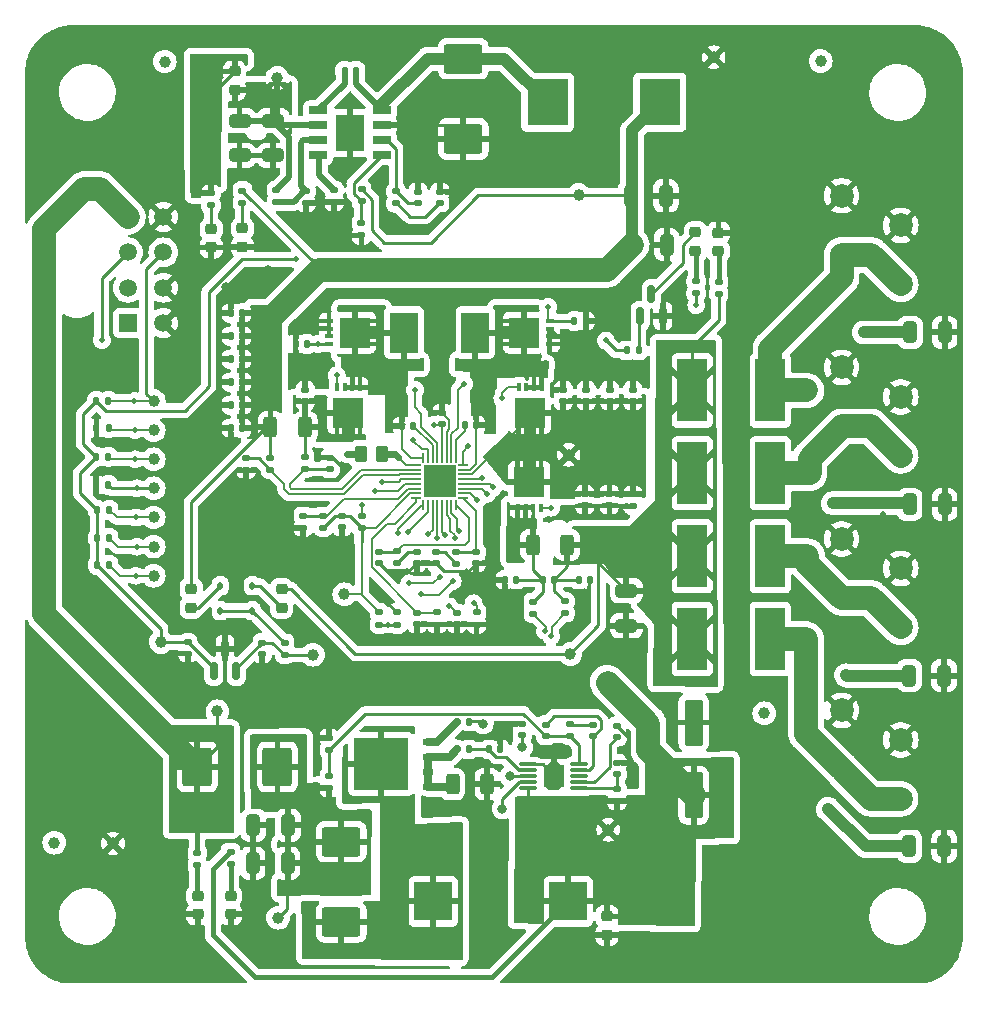
<source format=gtl>
G04 #@! TF.GenerationSoftware,KiCad,Pcbnew,7.0.6-0*
G04 #@! TF.CreationDate,2023-09-08T10:13:37-03:00*
G04 #@! TF.ProjectId,expansao_bateria_rev1.1,65787061-6e73-4616-9f5f-626174657269,rev?*
G04 #@! TF.SameCoordinates,Original*
G04 #@! TF.FileFunction,Copper,L1,Top*
G04 #@! TF.FilePolarity,Positive*
%FSLAX46Y46*%
G04 Gerber Fmt 4.6, Leading zero omitted, Abs format (unit mm)*
G04 Created by KiCad (PCBNEW 7.0.6-0) date 2023-09-08 10:13:37*
%MOMM*%
%LPD*%
G01*
G04 APERTURE LIST*
G04 Aperture macros list*
%AMRoundRect*
0 Rectangle with rounded corners*
0 $1 Rounding radius*
0 $2 $3 $4 $5 $6 $7 $8 $9 X,Y pos of 4 corners*
0 Add a 4 corners polygon primitive as box body*
4,1,4,$2,$3,$4,$5,$6,$7,$8,$9,$2,$3,0*
0 Add four circle primitives for the rounded corners*
1,1,$1+$1,$2,$3*
1,1,$1+$1,$4,$5*
1,1,$1+$1,$6,$7*
1,1,$1+$1,$8,$9*
0 Add four rect primitives between the rounded corners*
20,1,$1+$1,$2,$3,$4,$5,0*
20,1,$1+$1,$4,$5,$6,$7,0*
20,1,$1+$1,$6,$7,$8,$9,0*
20,1,$1+$1,$8,$9,$2,$3,0*%
G04 Aperture macros list end*
G04 #@! TA.AperFunction,SMDPad,CuDef*
%ADD10R,2.500000X5.300000*%
G04 #@! TD*
G04 #@! TA.AperFunction,SMDPad,CuDef*
%ADD11RoundRect,0.250000X0.550000X-1.712500X0.550000X1.712500X-0.550000X1.712500X-0.550000X-1.712500X0*%
G04 #@! TD*
G04 #@! TA.AperFunction,SMDPad,CuDef*
%ADD12RoundRect,0.135000X-0.185000X0.135000X-0.185000X-0.135000X0.185000X-0.135000X0.185000X0.135000X0*%
G04 #@! TD*
G04 #@! TA.AperFunction,SMDPad,CuDef*
%ADD13RoundRect,0.135000X0.185000X-0.135000X0.185000X0.135000X-0.185000X0.135000X-0.185000X-0.135000X0*%
G04 #@! TD*
G04 #@! TA.AperFunction,SMDPad,CuDef*
%ADD14R,0.399999X0.700001*%
G04 #@! TD*
G04 #@! TA.AperFunction,SMDPad,CuDef*
%ADD15R,2.550000X2.510000*%
G04 #@! TD*
G04 #@! TA.AperFunction,SMDPad,CuDef*
%ADD16RoundRect,0.218750X-0.256250X0.218750X-0.256250X-0.218750X0.256250X-0.218750X0.256250X0.218750X0*%
G04 #@! TD*
G04 #@! TA.AperFunction,SMDPad,CuDef*
%ADD17RoundRect,0.140000X-0.170000X0.140000X-0.170000X-0.140000X0.170000X-0.140000X0.170000X0.140000X0*%
G04 #@! TD*
G04 #@! TA.AperFunction,SMDPad,CuDef*
%ADD18RoundRect,0.250000X-0.325000X-0.650000X0.325000X-0.650000X0.325000X0.650000X-0.325000X0.650000X0*%
G04 #@! TD*
G04 #@! TA.AperFunction,SMDPad,CuDef*
%ADD19RoundRect,0.140000X-0.140000X-0.170000X0.140000X-0.170000X0.140000X0.170000X-0.140000X0.170000X0*%
G04 #@! TD*
G04 #@! TA.AperFunction,SMDPad,CuDef*
%ADD20C,1.000000*%
G04 #@! TD*
G04 #@! TA.AperFunction,SMDPad,CuDef*
%ADD21RoundRect,0.250000X-0.312500X-0.625000X0.312500X-0.625000X0.312500X0.625000X-0.312500X0.625000X0*%
G04 #@! TD*
G04 #@! TA.AperFunction,SMDPad,CuDef*
%ADD22RoundRect,0.140000X0.140000X0.170000X-0.140000X0.170000X-0.140000X-0.170000X0.140000X-0.170000X0*%
G04 #@! TD*
G04 #@! TA.AperFunction,SMDPad,CuDef*
%ADD23RoundRect,0.075000X0.650000X0.075000X-0.650000X0.075000X-0.650000X-0.075000X0.650000X-0.075000X0*%
G04 #@! TD*
G04 #@! TA.AperFunction,ComponentPad*
%ADD24C,0.500000*%
G04 #@! TD*
G04 #@! TA.AperFunction,SMDPad,CuDef*
%ADD25R,1.680000X1.880000*%
G04 #@! TD*
G04 #@! TA.AperFunction,SMDPad,CuDef*
%ADD26RoundRect,0.150000X0.150000X-0.587500X0.150000X0.587500X-0.150000X0.587500X-0.150000X-0.587500X0*%
G04 #@! TD*
G04 #@! TA.AperFunction,SMDPad,CuDef*
%ADD27RoundRect,0.218750X0.256250X-0.218750X0.256250X0.218750X-0.256250X0.218750X-0.256250X-0.218750X0*%
G04 #@! TD*
G04 #@! TA.AperFunction,SMDPad,CuDef*
%ADD28RoundRect,0.140000X0.170000X-0.140000X0.170000X0.140000X-0.170000X0.140000X-0.170000X-0.140000X0*%
G04 #@! TD*
G04 #@! TA.AperFunction,SMDPad,CuDef*
%ADD29RoundRect,0.135000X0.135000X0.185000X-0.135000X0.185000X-0.135000X-0.185000X0.135000X-0.185000X0*%
G04 #@! TD*
G04 #@! TA.AperFunction,SMDPad,CuDef*
%ADD30RoundRect,0.250000X0.650000X-0.325000X0.650000X0.325000X-0.650000X0.325000X-0.650000X-0.325000X0*%
G04 #@! TD*
G04 #@! TA.AperFunction,SMDPad,CuDef*
%ADD31RoundRect,0.135000X-0.135000X-0.185000X0.135000X-0.185000X0.135000X0.185000X-0.135000X0.185000X0*%
G04 #@! TD*
G04 #@! TA.AperFunction,ComponentPad*
%ADD32C,2.000000*%
G04 #@! TD*
G04 #@! TA.AperFunction,SMDPad,CuDef*
%ADD33R,3.500000X4.000000*%
G04 #@! TD*
G04 #@! TA.AperFunction,SMDPad,CuDef*
%ADD34RoundRect,0.050000X-0.337500X-0.050000X0.337500X-0.050000X0.337500X0.050000X-0.337500X0.050000X0*%
G04 #@! TD*
G04 #@! TA.AperFunction,SMDPad,CuDef*
%ADD35RoundRect,0.050000X-0.050000X-0.337500X0.050000X-0.337500X0.050000X0.337500X-0.050000X0.337500X0*%
G04 #@! TD*
G04 #@! TA.AperFunction,ComponentPad*
%ADD36C,0.600000*%
G04 #@! TD*
G04 #@! TA.AperFunction,SMDPad,CuDef*
%ADD37R,2.800000X2.800000*%
G04 #@! TD*
G04 #@! TA.AperFunction,SMDPad,CuDef*
%ADD38RoundRect,0.250000X0.325000X0.650000X-0.325000X0.650000X-0.325000X-0.650000X0.325000X-0.650000X0*%
G04 #@! TD*
G04 #@! TA.AperFunction,SMDPad,CuDef*
%ADD39RoundRect,0.250000X1.000000X-1.400000X1.000000X1.400000X-1.000000X1.400000X-1.000000X-1.400000X0*%
G04 #@! TD*
G04 #@! TA.AperFunction,SMDPad,CuDef*
%ADD40RoundRect,0.250000X-1.400000X-1.000000X1.400000X-1.000000X1.400000X1.000000X-1.400000X1.000000X0*%
G04 #@! TD*
G04 #@! TA.AperFunction,SMDPad,CuDef*
%ADD41RoundRect,0.250000X-0.650000X0.325000X-0.650000X-0.325000X0.650000X-0.325000X0.650000X0.325000X0*%
G04 #@! TD*
G04 #@! TA.AperFunction,SMDPad,CuDef*
%ADD42RoundRect,0.225000X-0.250000X0.225000X-0.250000X-0.225000X0.250000X-0.225000X0.250000X0.225000X0*%
G04 #@! TD*
G04 #@! TA.AperFunction,SMDPad,CuDef*
%ADD43RoundRect,0.112500X0.112500X-0.187500X0.112500X0.187500X-0.112500X0.187500X-0.112500X-0.187500X0*%
G04 #@! TD*
G04 #@! TA.AperFunction,SMDPad,CuDef*
%ADD44R,0.700001X0.399999*%
G04 #@! TD*
G04 #@! TA.AperFunction,SMDPad,CuDef*
%ADD45R,2.510000X2.550000*%
G04 #@! TD*
G04 #@! TA.AperFunction,ComponentPad*
%ADD46R,1.520000X1.520000*%
G04 #@! TD*
G04 #@! TA.AperFunction,ComponentPad*
%ADD47C,1.520000*%
G04 #@! TD*
G04 #@! TA.AperFunction,SMDPad,CuDef*
%ADD48R,1.525000X0.650000*%
G04 #@! TD*
G04 #@! TA.AperFunction,SMDPad,CuDef*
%ADD49R,2.400000X3.100000*%
G04 #@! TD*
G04 #@! TA.AperFunction,SMDPad,CuDef*
%ADD50R,3.175000X3.300000*%
G04 #@! TD*
G04 #@! TA.AperFunction,SMDPad,CuDef*
%ADD51R,0.850000X0.500000*%
G04 #@! TD*
G04 #@! TA.AperFunction,SMDPad,CuDef*
%ADD52R,4.550000X4.410000*%
G04 #@! TD*
G04 #@! TA.AperFunction,SMDPad,CuDef*
%ADD53RoundRect,0.250000X-0.262500X-0.450000X0.262500X-0.450000X0.262500X0.450000X-0.262500X0.450000X0*%
G04 #@! TD*
G04 #@! TA.AperFunction,SMDPad,CuDef*
%ADD54R,2.350000X3.500000*%
G04 #@! TD*
G04 #@! TA.AperFunction,ViaPad*
%ADD55C,0.800000*%
G04 #@! TD*
G04 #@! TA.AperFunction,ViaPad*
%ADD56C,0.500000*%
G04 #@! TD*
G04 #@! TA.AperFunction,Conductor*
%ADD57C,0.250000*%
G04 #@! TD*
G04 #@! TA.AperFunction,Conductor*
%ADD58C,0.200000*%
G04 #@! TD*
G04 #@! TA.AperFunction,Conductor*
%ADD59C,2.000000*%
G04 #@! TD*
G04 #@! TA.AperFunction,Conductor*
%ADD60C,0.400000*%
G04 #@! TD*
G04 #@! TA.AperFunction,Conductor*
%ADD61C,0.600000*%
G04 #@! TD*
G04 #@! TA.AperFunction,Conductor*
%ADD62C,1.000000*%
G04 #@! TD*
G04 #@! TA.AperFunction,Conductor*
%ADD63C,0.500000*%
G04 #@! TD*
G04 #@! TA.AperFunction,Conductor*
%ADD64C,0.150000*%
G04 #@! TD*
G04 #@! TA.AperFunction,Conductor*
%ADD65C,0.700000*%
G04 #@! TD*
G04 #@! TA.AperFunction,Conductor*
%ADD66C,0.120000*%
G04 #@! TD*
G04 APERTURE END LIST*
D10*
X56581000Y-37995666D03*
X63181000Y-37995666D03*
D11*
X56706000Y-65274500D03*
X56706000Y-59099500D03*
D12*
X17482000Y-70033000D03*
X17482000Y-71053000D03*
X34952800Y-49784000D03*
X34952800Y-50804000D03*
D13*
X58818000Y-22796500D03*
X58818000Y-21776500D03*
D14*
X28438503Y-30718000D03*
X27788502Y-30718000D03*
X27138503Y-30718000D03*
X26488502Y-30718000D03*
X26488502Y-33817998D03*
X27138500Y-33817998D03*
X27788502Y-33817998D03*
X28438500Y-33817998D03*
D15*
X27463501Y-32912999D03*
D16*
X17826000Y-3980500D03*
X17826000Y-5555500D03*
D17*
X33233200Y-44632000D03*
X33233200Y-45592000D03*
D18*
X51391000Y-14513000D03*
X54341000Y-14513000D03*
D19*
X37333000Y-33929000D03*
X38293000Y-33929000D03*
D20*
X62666000Y-58311000D03*
D16*
X14145000Y-47812000D03*
X14145000Y-49387000D03*
D13*
X26254332Y-15031000D03*
X26254332Y-14011000D03*
D21*
X20866500Y-34107000D03*
X23791500Y-34107000D03*
D22*
X41683000Y-47001000D03*
X40723000Y-47001000D03*
D17*
X47479000Y-39761000D03*
X47479000Y-40721000D03*
D13*
X50205000Y-65776000D03*
X50205000Y-64756000D03*
X31595600Y-50804000D03*
X31595600Y-49784000D03*
D23*
X46992000Y-64650000D03*
X46992000Y-64150000D03*
X46992000Y-63650000D03*
X46992000Y-63150000D03*
X46992000Y-62650000D03*
X42692000Y-62650000D03*
X42692000Y-63150000D03*
X42692000Y-63650000D03*
X42692000Y-64150000D03*
X42692000Y-64650000D03*
D24*
X45392000Y-64300000D03*
X45392000Y-63000000D03*
D25*
X44842000Y-63650000D03*
D24*
X44292000Y-64300000D03*
X44292000Y-63000000D03*
D13*
X56908000Y-22747500D03*
X56908000Y-21727500D03*
D20*
X10976000Y-44207000D03*
D26*
X16068000Y-54755000D03*
X17968000Y-54755000D03*
X17018000Y-52880000D03*
D19*
X46587000Y-25108000D03*
X47547000Y-25108000D03*
X32003000Y-34001000D03*
X32963000Y-34001000D03*
D27*
X14691000Y-75332000D03*
X14691000Y-73757000D03*
D28*
X49574000Y-31896000D03*
X49574000Y-30936000D03*
D17*
X38269000Y-44656000D03*
X38269000Y-45616000D03*
X13875000Y-52300000D03*
X13875000Y-53260000D03*
D29*
X37644000Y-59015000D03*
X36624000Y-59015000D03*
D10*
X56581000Y-30980000D03*
X63181000Y-30980000D03*
D17*
X26917000Y-41615000D03*
X26917000Y-42575000D03*
D20*
X46947000Y-14443000D03*
X2549000Y-69273000D03*
D10*
X56581000Y-45011332D03*
X63181000Y-45011332D03*
D20*
X27109000Y-48248000D03*
X10976000Y-31877000D03*
D17*
X51522000Y-39787000D03*
X51522000Y-40747000D03*
D13*
X23642000Y-42605000D03*
X23642000Y-41585000D03*
D30*
X18244000Y-11089000D03*
X18244000Y-8139000D03*
D22*
X18470000Y-32229000D03*
X17510000Y-32229000D03*
D19*
X27140000Y-3909000D03*
X28100000Y-3909000D03*
D20*
X21446000Y-4536000D03*
D21*
X36285000Y-64315000D03*
X39210000Y-64315000D03*
D12*
X25325000Y-41585000D03*
X25325000Y-42605000D03*
D31*
X51022000Y-27600000D03*
X52042000Y-27600000D03*
D32*
X74227000Y-51045000D03*
X69227000Y-48545000D03*
X74227000Y-46045000D03*
X69227000Y-43545000D03*
D33*
X44325000Y-6589000D03*
X53825000Y-6589000D03*
D17*
X49567000Y-39735000D03*
X49567000Y-40695000D03*
D13*
X46193500Y-60220000D03*
X46193500Y-59200000D03*
D20*
X16371000Y-58155000D03*
D34*
X33198500Y-37289000D03*
X33198500Y-37689000D03*
X33198500Y-38089000D03*
X33198500Y-38489000D03*
X33198500Y-38889000D03*
X33198500Y-39289000D03*
X33198500Y-39689000D03*
X33198500Y-40089000D03*
D35*
X33786000Y-40676500D03*
X34186000Y-40676500D03*
X34586000Y-40676500D03*
X34986000Y-40676500D03*
X35386000Y-40676500D03*
X35786000Y-40676500D03*
X36186000Y-40676500D03*
X36586000Y-40676500D03*
D34*
X37173500Y-40089000D03*
X37173500Y-39689000D03*
X37173500Y-39289000D03*
X37173500Y-38889000D03*
X37173500Y-38489000D03*
X37173500Y-38089000D03*
X37173500Y-37689000D03*
X37173500Y-37289000D03*
D35*
X36586000Y-36701500D03*
X36186000Y-36701500D03*
X35786000Y-36701500D03*
X35386000Y-36701500D03*
X34986000Y-36701500D03*
X34586000Y-36701500D03*
X34186000Y-36701500D03*
X33786000Y-36701500D03*
D36*
X34086000Y-37589000D03*
X34086000Y-38689000D03*
X34086000Y-39789000D03*
X35186000Y-37589000D03*
X35186000Y-38689000D03*
D37*
X35186000Y-38689000D03*
D36*
X35186000Y-39789000D03*
X36286000Y-37589000D03*
X36286000Y-38689000D03*
X36286000Y-39789000D03*
D20*
X10976000Y-39275000D03*
D19*
X39374000Y-61383000D03*
X40334000Y-61383000D03*
D18*
X74952000Y-69563000D03*
X77902000Y-69563000D03*
D28*
X51535500Y-31896000D03*
X51535500Y-30936000D03*
D38*
X54406000Y-18640000D03*
X51456000Y-18640000D03*
D20*
X67451000Y-3098000D03*
D12*
X28570000Y-16844000D03*
X28570000Y-17864000D03*
D20*
X10976000Y-41741000D03*
D39*
X14659000Y-62863000D03*
X21459000Y-62863000D03*
D20*
X46234000Y-53294000D03*
D13*
X23769000Y-37628000D03*
X23769000Y-36608000D03*
D22*
X18469000Y-26382000D03*
X17509000Y-26382000D03*
D12*
X20854000Y-36681000D03*
X20854000Y-37701000D03*
D20*
X11921000Y-3134000D03*
D17*
X33274200Y-49814000D03*
X33274200Y-50774000D03*
D12*
X15824000Y-14281500D03*
X15824000Y-15301500D03*
D10*
X56581000Y-52027000D03*
X63181000Y-52027000D03*
D17*
X30041000Y-44632000D03*
X30041000Y-45592000D03*
D40*
X26855000Y-69184000D03*
X26855000Y-75984000D03*
D16*
X56836000Y-17600000D03*
X56836000Y-19175000D03*
D17*
X18824000Y-36746000D03*
X18824000Y-37706000D03*
D20*
X24457000Y-53370000D03*
D41*
X21094000Y-8139000D03*
X21094000Y-11089000D03*
D18*
X19403000Y-67791000D03*
X22353000Y-67791000D03*
D22*
X18469000Y-30280000D03*
X17509000Y-30280000D03*
D32*
X74227000Y-36523000D03*
X69227000Y-34023000D03*
X74227000Y-31523000D03*
X69227000Y-29023000D03*
D13*
X28575000Y-14975000D03*
X28575000Y-13955000D03*
D26*
X52172000Y-24682500D03*
X54072000Y-24682500D03*
X53122000Y-22807500D03*
D20*
X21511500Y-75627000D03*
D27*
X17499000Y-75342500D03*
X17499000Y-73767500D03*
D20*
X10976000Y-46673000D03*
D17*
X20161000Y-52333000D03*
X20161000Y-53293000D03*
D18*
X19368000Y-71008000D03*
X22318000Y-71008000D03*
D12*
X30082000Y-49784000D03*
X30082000Y-50804000D03*
D42*
X49352000Y-75523000D03*
X49352000Y-77073000D03*
D43*
X19331000Y-49627000D03*
X19331000Y-47527000D03*
D14*
X41807999Y-40917998D03*
X42458000Y-40917998D03*
X43107999Y-40917998D03*
X43758000Y-40917998D03*
X43758000Y-37818000D03*
X43108002Y-37818000D03*
X42458000Y-37818000D03*
X41808002Y-37818000D03*
D15*
X42783001Y-38722999D03*
D29*
X7154000Y-34176000D03*
X6134000Y-34176000D03*
D44*
X44498000Y-27058001D03*
X44498000Y-26408000D03*
X44498000Y-25758001D03*
X44498000Y-25108000D03*
X41398002Y-25108000D03*
X41398002Y-25757998D03*
X41398002Y-26408000D03*
X41398002Y-27057998D03*
D45*
X42303001Y-26082999D03*
D29*
X37639000Y-61383000D03*
X36619000Y-61383000D03*
D44*
X25813501Y-25107997D03*
X25813501Y-25757998D03*
X25813501Y-26407997D03*
X25813501Y-27057998D03*
X28913499Y-27057998D03*
X28913499Y-26408000D03*
X28913499Y-25757998D03*
X28913499Y-25108000D03*
D45*
X28008500Y-26082999D03*
D17*
X50205000Y-59381000D03*
X50205000Y-60341000D03*
D28*
X35403000Y-33825000D03*
X35403000Y-32865000D03*
D20*
X10976000Y-34343000D03*
D16*
X21814000Y-47812000D03*
X21814000Y-49387000D03*
D46*
X8799000Y-25288000D03*
D47*
X8799000Y-22288000D03*
X8799000Y-19288000D03*
X8799000Y-16288000D03*
X11799000Y-25288000D03*
X11799000Y-22288000D03*
X11799000Y-19288000D03*
X11799000Y-16288000D03*
D20*
X11594000Y-52279000D03*
D17*
X34911800Y-44656000D03*
X34911800Y-45616000D03*
X48204250Y-59309000D03*
X48204250Y-60269000D03*
D12*
X45792000Y-48838000D03*
X45792000Y-49858000D03*
D38*
X77957000Y-26071000D03*
X75007000Y-26071000D03*
D19*
X46979000Y-47001000D03*
X47939000Y-47001000D03*
X43921000Y-46992000D03*
X44881000Y-46992000D03*
D48*
X24897000Y-7259000D03*
X24897000Y-8529000D03*
X24897000Y-9799000D03*
X24897000Y-11069000D03*
X30321000Y-11069000D03*
X30321000Y-9799000D03*
X30321000Y-8529000D03*
X30321000Y-7259000D03*
D49*
X27609000Y-9164000D03*
D12*
X21361000Y-14001000D03*
X21361000Y-15021000D03*
D17*
X35186000Y-14159000D03*
X35186000Y-15119000D03*
D12*
X31501000Y-14129000D03*
X31501000Y-15149000D03*
D27*
X15850000Y-18878000D03*
X15850000Y-17303000D03*
D28*
X44182750Y-60238000D03*
X44182750Y-59278000D03*
D40*
X37183000Y-2899000D03*
X37183000Y-9699000D03*
D18*
X74936000Y-55135000D03*
X77886000Y-55135000D03*
D28*
X50205000Y-63494334D03*
X50205000Y-62534334D03*
D32*
X74227000Y-22001000D03*
X69227000Y-19501000D03*
X74227000Y-17001000D03*
X69227000Y-14501000D03*
D18*
X74991000Y-40628000D03*
X77941000Y-40628000D03*
D22*
X18470000Y-34178000D03*
X17510000Y-34178000D03*
D27*
X18493000Y-18839500D03*
X18493000Y-17264500D03*
D20*
X46105000Y-36436000D03*
D21*
X43076500Y-44071000D03*
X46001500Y-44071000D03*
D50*
X46077000Y-74239000D03*
X34647000Y-74239000D03*
D28*
X25939000Y-37625000D03*
X25939000Y-36665000D03*
D13*
X25839000Y-61406000D03*
X25839000Y-60386000D03*
D51*
X34186000Y-64519000D03*
X34186000Y-63249000D03*
X34186000Y-61979000D03*
X34186000Y-60709000D03*
D52*
X30236000Y-62614000D03*
D12*
X14663000Y-70137000D03*
X14663000Y-71157000D03*
X23869000Y-14105000D03*
X23869000Y-15125000D03*
D28*
X47612500Y-31896000D03*
X47612500Y-30936000D03*
D53*
X28493500Y-36351000D03*
X30318500Y-36351000D03*
D20*
X58385000Y-2766000D03*
D17*
X36631400Y-49814000D03*
X36631400Y-50774000D03*
D32*
X74227000Y-65567000D03*
X69227000Y-63067000D03*
X74227000Y-60567000D03*
X69227000Y-58067000D03*
D13*
X31554600Y-45622000D03*
X31554600Y-44602000D03*
D29*
X7145000Y-31885000D03*
X6125000Y-31885000D03*
X7211000Y-41119000D03*
X6191000Y-41119000D03*
D28*
X45651000Y-31896000D03*
X45651000Y-30936000D03*
D12*
X38310000Y-49784000D03*
X38310000Y-50804000D03*
D17*
X42182000Y-59217000D03*
X42182000Y-60177000D03*
D20*
X10976000Y-36809000D03*
D13*
X25839000Y-64661000D03*
X25839000Y-63641000D03*
D14*
X43823002Y-30718000D03*
X43173001Y-30718000D03*
X42523002Y-30718000D03*
X41873001Y-30718000D03*
X41873001Y-33817998D03*
X42522999Y-33817998D03*
X43173001Y-33817998D03*
X43822999Y-33817998D03*
D15*
X42848000Y-32912999D03*
D20*
X49458000Y-68179000D03*
D16*
X58797000Y-17625500D03*
X58797000Y-19200500D03*
D20*
X7529000Y-69342000D03*
D22*
X18469000Y-24433000D03*
X17509000Y-24433000D03*
D29*
X7149000Y-36604000D03*
X6129000Y-36604000D03*
D12*
X28582000Y-41585000D03*
X28582000Y-42605000D03*
D28*
X33348500Y-15119000D03*
X33348500Y-14159000D03*
D13*
X43110000Y-49885000D03*
X43110000Y-48865000D03*
D54*
X32161000Y-26082999D03*
X38211000Y-26082999D03*
D29*
X7146000Y-38993000D03*
X6126000Y-38993000D03*
D22*
X23948000Y-27051000D03*
X22988000Y-27051000D03*
D13*
X36590400Y-45646000D03*
X36590400Y-44626000D03*
D41*
X50996000Y-47944000D03*
X50996000Y-50894000D03*
D29*
X7214000Y-43489000D03*
X6194000Y-43489000D03*
D22*
X18469000Y-28331000D03*
X17509000Y-28331000D03*
D12*
X22074000Y-52356000D03*
X22074000Y-53376000D03*
X18493000Y-14059000D03*
X18493000Y-15079000D03*
D17*
X23804000Y-30934000D03*
X23804000Y-31894000D03*
D43*
X16628000Y-49627000D03*
X16628000Y-47527000D03*
D29*
X7211000Y-45761000D03*
X6191000Y-45761000D03*
D55*
X49398000Y-36332000D03*
X49405000Y-55721000D03*
X49409000Y-38022000D03*
X49396000Y-37169000D03*
D56*
X68210000Y-7209000D03*
D55*
X40537000Y-59909000D03*
D56*
X30812000Y-49052000D03*
D55*
X20659000Y-20767000D03*
D56*
X55682000Y-25381000D03*
X61930000Y-23905000D03*
D55*
X38599000Y-66682000D03*
D56*
X24089000Y-1212000D03*
D55*
X17102000Y-22226000D03*
D56*
X27461000Y-11784000D03*
X11844000Y-6346000D03*
D55*
X45976000Y-41424000D03*
D56*
X19407000Y-73679000D03*
X27623000Y-6578000D03*
X13294000Y-78470000D03*
X1011000Y-11550000D03*
X48732000Y-3701000D03*
D55*
X27379000Y-18720000D03*
D56*
X26524000Y-12487000D03*
X2617000Y-57573000D03*
X59896000Y-79551000D03*
X5948000Y-61907000D03*
X62841000Y-65184000D03*
D55*
X47499000Y-49337000D03*
D56*
X68027000Y-72966000D03*
X10290000Y-11998000D03*
X74065000Y-29596000D03*
X50785000Y-61419000D03*
X72728000Y-41476000D03*
X27168000Y-37687000D03*
X20963000Y-31491000D03*
X27375000Y-36351000D03*
X71084000Y-26073000D03*
X68477000Y-40526000D03*
D55*
X54291000Y-44898000D03*
D56*
X68043000Y-66411000D03*
D55*
X54253000Y-52028000D03*
D56*
X69613000Y-55101000D03*
D55*
X54183000Y-38059000D03*
X54309000Y-30980000D03*
D56*
X34697000Y-33897000D03*
X28586000Y-40694548D03*
X35981144Y-49264256D03*
X31689000Y-43060000D03*
D55*
X42169500Y-61202000D03*
X40508500Y-66405000D03*
D56*
X23029000Y-19885000D03*
X56910000Y-23789000D03*
X14906000Y-7485000D03*
X16019000Y-7485000D03*
X15462500Y-7485000D03*
X15462500Y-8027000D03*
X15462500Y-6943000D03*
D55*
X66231000Y-30980000D03*
X66502334Y-37995666D03*
X66202000Y-44891000D03*
X66210000Y-52026000D03*
D56*
X26472000Y-29697000D03*
X32910000Y-35171000D03*
X40492000Y-31661000D03*
X37626000Y-35701000D03*
X44648000Y-40917998D03*
X38779000Y-38363000D03*
X44376000Y-23887000D03*
X37250000Y-30409000D03*
X24889000Y-27057998D03*
X33110000Y-30934000D03*
X38365000Y-40265000D03*
X30841000Y-50804000D03*
X34211454Y-43136246D03*
X9481000Y-41741000D03*
X32526000Y-42978000D03*
X38057000Y-49010000D03*
X6586000Y-26714000D03*
X32620000Y-47316000D03*
X35186000Y-46766000D03*
X34981000Y-43502500D03*
X9532000Y-44207000D03*
X33628000Y-48233000D03*
X9445000Y-46673000D03*
X35612896Y-43202482D03*
X36285000Y-47144000D03*
X9351000Y-31877000D03*
X30285500Y-38711291D03*
X49253000Y-26754000D03*
X36831000Y-42854000D03*
X9435000Y-36809000D03*
D55*
X41145500Y-63650000D03*
X38858500Y-59194000D03*
D56*
X29696103Y-39514103D03*
X9416000Y-34343000D03*
X39717166Y-39199834D03*
X44113001Y-51326000D03*
X39186834Y-39730166D03*
X44616484Y-51811601D03*
X36452625Y-43442334D03*
X9535000Y-39275000D03*
D57*
X46001500Y-44071000D02*
X47123000Y-44071000D01*
X47123000Y-44071000D02*
X50996000Y-47944000D01*
D58*
X41873001Y-34158160D02*
X41873001Y-33817998D01*
D59*
X52870000Y-61438500D02*
X56706000Y-65274500D01*
D60*
X15998000Y-77105000D02*
X19567000Y-80674000D01*
D59*
X52870000Y-59186000D02*
X52870000Y-61438500D01*
D60*
X39642000Y-80674000D02*
X46077000Y-74239000D01*
X17482000Y-70033000D02*
X17425396Y-70033000D01*
D59*
X49405000Y-55721000D02*
X52870000Y-59186000D01*
D60*
X15998000Y-71460396D02*
X15998000Y-77105000D01*
D58*
X37942161Y-38089000D02*
X41873001Y-34158160D01*
D60*
X19567000Y-80674000D02*
X39642000Y-80674000D01*
D57*
X42692000Y-64650000D02*
X42692000Y-66550500D01*
D58*
X37173500Y-38089000D02*
X37942161Y-38089000D01*
D60*
X17425396Y-70033000D02*
X15998000Y-71460396D01*
D57*
X44498000Y-25758001D02*
X45176999Y-26437000D01*
X26146000Y-36665000D02*
X27168000Y-37687000D01*
X34911800Y-45616000D02*
X35536800Y-46241000D01*
X51163000Y-61041000D02*
X50785000Y-61419000D01*
X51163000Y-60331391D02*
X51163000Y-61041000D01*
D58*
X36013000Y-33475000D02*
X36013000Y-34272000D01*
D57*
X36013000Y-8529000D02*
X37183000Y-9699000D01*
D58*
X35786000Y-34499000D02*
X35786000Y-36701500D01*
D57*
X32608200Y-46217000D02*
X33233200Y-45592000D01*
X25939000Y-36665000D02*
X26146000Y-36665000D01*
X35536800Y-46241000D02*
X37644000Y-46241000D01*
D58*
X35403000Y-32865000D02*
X36013000Y-33475000D01*
D57*
X50205000Y-59381000D02*
X50212609Y-59381000D01*
X31595600Y-49784000D02*
X31595600Y-49780600D01*
X33179000Y-14030000D02*
X33308000Y-14159000D01*
X47547000Y-26130000D02*
X47547000Y-25108000D01*
X50212609Y-59381000D02*
X51163000Y-60331391D01*
X30666000Y-46217000D02*
X32608200Y-46217000D01*
X47240000Y-26437000D02*
X47547000Y-26130000D01*
X18829000Y-37701000D02*
X18824000Y-37706000D01*
X31595600Y-49780600D02*
X31540600Y-49780600D01*
X42692000Y-62650000D02*
X43942000Y-62650000D01*
D58*
X36013000Y-34272000D02*
X35786000Y-34499000D01*
D57*
X37644000Y-46241000D02*
X38269000Y-45616000D01*
X30321000Y-8529000D02*
X36013000Y-8529000D01*
X30041000Y-45592000D02*
X30666000Y-46217000D01*
X45176999Y-26437000D02*
X47240000Y-26437000D01*
X43942000Y-62650000D02*
X44292000Y-63000000D01*
X31540600Y-49780600D02*
X30812000Y-49052000D01*
X34456000Y-18461000D02*
X38474000Y-14443000D01*
X38474000Y-14443000D02*
X46947000Y-14443000D01*
D61*
X28493500Y-36351000D02*
X27375000Y-36351000D01*
D59*
X49318000Y-20778000D02*
X51456000Y-18640000D01*
D57*
X20854000Y-36681000D02*
X20854000Y-34119500D01*
X20495391Y-34107000D02*
X20866500Y-34107000D01*
X18493000Y-14059000D02*
X24968000Y-20534000D01*
X20854000Y-34119500D02*
X20866500Y-34107000D01*
X51321000Y-14443000D02*
X51391000Y-14513000D01*
X28575000Y-13955000D02*
X29452000Y-14832000D01*
X24968000Y-20534000D02*
X24968000Y-20778000D01*
X14145000Y-47812000D02*
X14145000Y-40457391D01*
X29452000Y-14832000D02*
X29452000Y-17414000D01*
X30499000Y-18461000D02*
X34456000Y-18461000D01*
D59*
X20681000Y-25065000D02*
X24968000Y-20778000D01*
D62*
X51456000Y-8958000D02*
X51456000Y-18640000D01*
D57*
X29452000Y-17414000D02*
X30499000Y-18461000D01*
X14145000Y-40457391D02*
X20495391Y-34107000D01*
D59*
X24968000Y-20778000D02*
X49318000Y-20778000D01*
D57*
X46947000Y-14443000D02*
X51321000Y-14443000D01*
D62*
X53825000Y-6589000D02*
X51456000Y-8958000D01*
D58*
X34586000Y-35624000D02*
X34586000Y-36701500D01*
X32963000Y-34001000D02*
X34586000Y-35624000D01*
X36586000Y-35192000D02*
X36586000Y-36701500D01*
X37333000Y-34445000D02*
X36586000Y-35192000D01*
X37333000Y-33929000D02*
X37333000Y-34445000D01*
D57*
X46241000Y-53264000D02*
X28046000Y-53264000D01*
D62*
X74936000Y-55135000D02*
X69647000Y-55135000D01*
D57*
X46001500Y-44071000D02*
X46001500Y-45871500D01*
X48621000Y-45378000D02*
X47314000Y-44071000D01*
X28046000Y-53264000D02*
X22594000Y-47812000D01*
X47314000Y-44071000D02*
X46001500Y-44071000D01*
D62*
X74991000Y-40628000D02*
X74889000Y-40526000D01*
D58*
X56581000Y-27155000D02*
X56581000Y-30980000D01*
D62*
X74952000Y-69563000D02*
X71253000Y-69563000D01*
D57*
X44881000Y-46992000D02*
X46970000Y-46992000D01*
D62*
X74889000Y-40526000D02*
X68477000Y-40526000D01*
D57*
X58821000Y-22799500D02*
X58821000Y-25047000D01*
X57436000Y-26432000D02*
X56581000Y-27287000D01*
D62*
X69647000Y-55135000D02*
X69613000Y-55101000D01*
X71253000Y-69563000D02*
X68101000Y-66411000D01*
D57*
X58818000Y-22796500D02*
X58821000Y-22799500D01*
X48621000Y-45378000D02*
X48621000Y-50884000D01*
X44881000Y-46992000D02*
X44881000Y-47927000D01*
X56581000Y-27287000D02*
X56581000Y-30980000D01*
X44881000Y-47927000D02*
X45792000Y-48838000D01*
D62*
X71086000Y-26071000D02*
X75007000Y-26071000D01*
D57*
X46970000Y-46992000D02*
X46979000Y-47001000D01*
D62*
X71084000Y-26073000D02*
X71086000Y-26071000D01*
D57*
X58821000Y-25047000D02*
X57436000Y-26432000D01*
D62*
X68101000Y-66411000D02*
X68043000Y-66411000D01*
D57*
X48621000Y-50884000D02*
X46241000Y-53264000D01*
X46001500Y-45871500D02*
X44881000Y-46992000D01*
X22594000Y-47812000D02*
X21814000Y-47812000D01*
D58*
X35403000Y-33930000D02*
X35403000Y-33825000D01*
X35331000Y-33897000D02*
X35403000Y-33825000D01*
X28586000Y-41581000D02*
X28582000Y-41585000D01*
X34697000Y-33897000D02*
X35331000Y-33897000D01*
X35386000Y-33842000D02*
X35403000Y-33825000D01*
X28586000Y-40694548D02*
X28586000Y-41581000D01*
X35386000Y-36701500D02*
X35386000Y-33842000D01*
D57*
X26315000Y-41615000D02*
X26917000Y-41615000D01*
X25325000Y-42605000D02*
X26315000Y-41615000D01*
D58*
X27109000Y-48248000D02*
X28515000Y-48248000D01*
D57*
X26917000Y-41615000D02*
X27592000Y-41615000D01*
D58*
X28582000Y-48284000D02*
X30082000Y-49784000D01*
D57*
X28582000Y-42605000D02*
X28582000Y-43811600D01*
D58*
X29800025Y-42605000D02*
X28582000Y-42605000D01*
X33198500Y-39689000D02*
X32716025Y-39689000D01*
D57*
X27592000Y-41615000D02*
X28582000Y-42605000D01*
D58*
X28582000Y-48181000D02*
X28582000Y-48284000D01*
X28582000Y-43811600D02*
X28582000Y-48181000D01*
X28515000Y-48248000D02*
X28582000Y-48181000D01*
X32716025Y-39689000D02*
X29800025Y-42605000D01*
X31382359Y-42261641D02*
X30733000Y-42261641D01*
X33274200Y-49814000D02*
X34922800Y-49814000D01*
X33198500Y-40089000D02*
X33198500Y-40445500D01*
X33198500Y-40445500D02*
X31382359Y-42261641D01*
X29431000Y-45970800D02*
X33274200Y-49814000D01*
X29431000Y-43563641D02*
X29431000Y-45970800D01*
X30733000Y-42261641D02*
X29431000Y-43563641D01*
X32104600Y-44052000D02*
X31554600Y-44602000D01*
X36586000Y-40676500D02*
X37668000Y-41758500D01*
X37311000Y-44052000D02*
X32104600Y-44052000D01*
X37668000Y-41758500D02*
X37668000Y-43695000D01*
D57*
X30041000Y-44632000D02*
X31524600Y-44632000D01*
X31524600Y-44632000D02*
X31554600Y-44602000D01*
D58*
X37668000Y-43695000D02*
X37311000Y-44052000D01*
X31689000Y-42685000D02*
X33697500Y-40676500D01*
X31689000Y-43060000D02*
X31689000Y-42685000D01*
X33697500Y-40676500D02*
X33786000Y-40676500D01*
X35981144Y-49264256D02*
X36081656Y-49264256D01*
X36081656Y-49264256D02*
X36631400Y-49814000D01*
D57*
X32544600Y-44632000D02*
X33233200Y-44632000D01*
X31554600Y-45622000D02*
X32544600Y-44632000D01*
D58*
X38269000Y-41184500D02*
X38269000Y-44656000D01*
D57*
X38239000Y-44626000D02*
X38269000Y-44656000D01*
D58*
X37173500Y-40089000D02*
X38269000Y-41184500D01*
D57*
X36590400Y-44626000D02*
X38239000Y-44626000D01*
X35600400Y-44656000D02*
X36590400Y-45646000D01*
X34911800Y-44656000D02*
X35600400Y-44656000D01*
X46992000Y-64150000D02*
X48286943Y-64150000D01*
X49570000Y-60976000D02*
X50205000Y-60341000D01*
X48286943Y-64150000D02*
X49570000Y-62866943D01*
X49570000Y-62866943D02*
X49570000Y-60976000D01*
X42182000Y-61189500D02*
X42182000Y-60177000D01*
X42169500Y-61202000D02*
X42182000Y-61189500D01*
X41901315Y-64150000D02*
X40508500Y-65542815D01*
X42692000Y-64150000D02*
X41901315Y-64150000D01*
X40508500Y-65542815D02*
X40508500Y-66405000D01*
X42692000Y-63150000D02*
X41901315Y-63150000D01*
X40001391Y-62018000D02*
X39374000Y-61390609D01*
X41642000Y-62888500D02*
X40771500Y-62018000D01*
X39374000Y-61390609D02*
X39374000Y-61383000D01*
X41642000Y-62890685D02*
X41642000Y-62888500D01*
X37639000Y-61383000D02*
X39374000Y-61383000D01*
X40771500Y-62018000D02*
X40001391Y-62018000D01*
X41901315Y-63150000D02*
X41642000Y-62890685D01*
X22233500Y-72518500D02*
X22216000Y-72501000D01*
X22233500Y-72518500D02*
X22233500Y-71092500D01*
X22233500Y-74905000D02*
X22233500Y-72518500D01*
X21511500Y-75627000D02*
X22233500Y-74905000D01*
X22233500Y-71092500D02*
X22318000Y-71008000D01*
X46992000Y-61018500D02*
X46193500Y-60220000D01*
X28905000Y-58340000D02*
X25839000Y-61406000D01*
X46193500Y-60220000D02*
X44200750Y-60220000D01*
X44182750Y-60238000D02*
X44175141Y-60238000D01*
X46992000Y-62650000D02*
X46992000Y-61018500D01*
X42277141Y-58340000D02*
X28905000Y-58340000D01*
X44200750Y-60220000D02*
X44182750Y-60238000D01*
X44175141Y-60238000D02*
X42277141Y-58340000D01*
X25839000Y-61406000D02*
X25839000Y-63641000D01*
X46992000Y-63150000D02*
X47843000Y-63150000D01*
X48204250Y-62788750D02*
X48204250Y-60269000D01*
X48839250Y-59641609D02*
X48839250Y-58920250D01*
X44891750Y-58569000D02*
X44182750Y-59278000D01*
X48839250Y-58920250D02*
X48488000Y-58569000D01*
X47843000Y-63150000D02*
X48204250Y-62788750D01*
X48211859Y-60269000D02*
X48839250Y-59641609D01*
X48488000Y-58569000D02*
X44891750Y-58569000D01*
X48204250Y-60269000D02*
X48211859Y-60269000D01*
X46302500Y-59309000D02*
X46193500Y-59200000D01*
X48204250Y-59309000D02*
X46302500Y-59309000D01*
X22074000Y-53376000D02*
X24451000Y-53376000D01*
X24451000Y-53376000D02*
X24457000Y-53370000D01*
X20153391Y-52333000D02*
X20161000Y-52333000D01*
X21031000Y-52333000D02*
X22074000Y-53376000D01*
X17968000Y-54755000D02*
X17968000Y-54518391D01*
X20161000Y-52333000D02*
X21031000Y-52333000D01*
X17968000Y-54518391D02*
X20153391Y-52333000D01*
X6942000Y-32702000D02*
X13595000Y-32702000D01*
X6125000Y-45695000D02*
X6191000Y-45761000D01*
X6125000Y-31885000D02*
X6942000Y-32702000D01*
X15649000Y-22653695D02*
X18417695Y-19885000D01*
X6191000Y-41119000D02*
X6191000Y-43486000D01*
X11594000Y-51164000D02*
X11594000Y-52279000D01*
X6129000Y-36604000D02*
X5033000Y-35508000D01*
X4759000Y-39687000D02*
X6191000Y-41119000D01*
X18417695Y-19885000D02*
X23029000Y-19885000D01*
X5033000Y-32977000D02*
X6125000Y-31885000D01*
X6191000Y-43486000D02*
X6194000Y-43489000D01*
X13882609Y-52300000D02*
X16068000Y-54485391D01*
X13595000Y-32702000D02*
X15649000Y-30648000D01*
X4759000Y-37974000D02*
X6129000Y-36604000D01*
X4759000Y-38962000D02*
X4759000Y-37974000D01*
X11615000Y-52300000D02*
X11594000Y-52279000D01*
X15649000Y-30648000D02*
X15649000Y-22653695D01*
X6194000Y-43489000D02*
X6194000Y-45758000D01*
X6194000Y-45758000D02*
X6191000Y-45761000D01*
X56910000Y-23789000D02*
X56910000Y-22749500D01*
X13875000Y-52300000D02*
X11615000Y-52300000D01*
X56910000Y-22749500D02*
X56908000Y-22747500D01*
X4759000Y-38545000D02*
X4759000Y-39687000D01*
X13875000Y-52300000D02*
X13882609Y-52300000D01*
X5033000Y-35508000D02*
X5033000Y-32977000D01*
X6191000Y-45761000D02*
X11594000Y-51164000D01*
X16068000Y-54485391D02*
X16068000Y-54755000D01*
D63*
X24897000Y-8529000D02*
X21484000Y-8529000D01*
X21446000Y-4536000D02*
X21446000Y-7787000D01*
X21446000Y-7787000D02*
X21094000Y-8139000D01*
X21484000Y-8529000D02*
X21094000Y-8139000D01*
X22444000Y-12918000D02*
X22444000Y-9489000D01*
X21361000Y-14001000D02*
X22444000Y-12918000D01*
X22444000Y-9489000D02*
X21094000Y-8139000D01*
X27140000Y-3909000D02*
X27140000Y-5016000D01*
X27140000Y-5016000D02*
X24897000Y-7259000D01*
D57*
X32712000Y-16261000D02*
X33973000Y-16261000D01*
X31501000Y-15050000D02*
X32712000Y-16261000D01*
X33973000Y-16261000D02*
X35186000Y-15048000D01*
X31501000Y-14129000D02*
X32491000Y-15119000D01*
X30758500Y-9799000D02*
X31501000Y-10541500D01*
X32491000Y-15119000D02*
X33348500Y-15119000D01*
X31501000Y-10541500D02*
X31501000Y-14030000D01*
X30321000Y-9799000D02*
X30758500Y-9799000D01*
X19331000Y-49627000D02*
X22060000Y-52356000D01*
X22060000Y-52356000D02*
X22074000Y-52356000D01*
X16628000Y-49627000D02*
X19331000Y-49627000D01*
X19331000Y-47527000D02*
X19954000Y-47527000D01*
X19954000Y-47527000D02*
X21814000Y-49387000D01*
X14768000Y-49387000D02*
X16628000Y-47527000D01*
X14145000Y-49387000D02*
X14768000Y-49387000D01*
X55771000Y-20158500D02*
X53122000Y-22807500D01*
X55771000Y-18665000D02*
X56836000Y-17600000D01*
X55771000Y-20158500D02*
X55771000Y-18665000D01*
D60*
X56908000Y-21727500D02*
X56908000Y-19247000D01*
X56908000Y-19247000D02*
X56836000Y-19175000D01*
D57*
X18493000Y-15079000D02*
X18493000Y-17264500D01*
D60*
X17482000Y-71053000D02*
X17482000Y-73750500D01*
X17482000Y-73750500D02*
X17499000Y-73767500D01*
D57*
X15824000Y-15301500D02*
X15824000Y-17277000D01*
X15824000Y-17277000D02*
X15850000Y-17303000D01*
D60*
X14663000Y-73729000D02*
X14691000Y-73757000D01*
X14663000Y-71157000D02*
X14663000Y-73729000D01*
X58818000Y-19221500D02*
X58797000Y-19200500D01*
X58818000Y-21776500D02*
X58818000Y-19221500D01*
D57*
X15824000Y-14281500D02*
X15824000Y-5982500D01*
X15824000Y-5982500D02*
X17826000Y-3980500D01*
X15835000Y-14270500D02*
X15824000Y-14281500D01*
D59*
X69227000Y-19501000D02*
X71727000Y-19501000D01*
X63181000Y-30980000D02*
X63181000Y-27449000D01*
X69227000Y-21403000D02*
X69227000Y-19501000D01*
X66231000Y-30980000D02*
X63181000Y-30980000D01*
X71727000Y-19501000D02*
X74227000Y-22001000D01*
X63181000Y-27449000D02*
X69227000Y-21403000D01*
X69227000Y-34023000D02*
X71727000Y-34023000D01*
X66502334Y-37995666D02*
X66502334Y-36747666D01*
X66502334Y-37995666D02*
X63181000Y-37995666D01*
X66502334Y-36747666D02*
X69227000Y-34023000D01*
X71727000Y-34023000D02*
X74227000Y-36523000D01*
D62*
X66202000Y-44891000D02*
X63301332Y-44891000D01*
D59*
X66322332Y-45011332D02*
X63181000Y-45011332D01*
X71727000Y-48545000D02*
X74227000Y-51045000D01*
X66322332Y-45011332D02*
X66322332Y-45640332D01*
X66322332Y-45640332D02*
X69227000Y-48545000D01*
X69227000Y-48545000D02*
X71727000Y-48545000D01*
D62*
X63301332Y-44891000D02*
X63181000Y-45011332D01*
X66210000Y-52026000D02*
X63182000Y-52026000D01*
X63182000Y-52026000D02*
X63181000Y-52027000D01*
D59*
X66210000Y-52026000D02*
X66210000Y-60050000D01*
X71727000Y-65567000D02*
X74227000Y-65567000D01*
X66210000Y-60050000D02*
X69227000Y-63067000D01*
D62*
X65952000Y-52026000D02*
X63182000Y-52026000D01*
D59*
X66173000Y-52027000D02*
X63181000Y-52027000D01*
D62*
X66210000Y-52026000D02*
X65952000Y-52026000D01*
D59*
X69227000Y-63067000D02*
X71727000Y-65567000D01*
D58*
X33670686Y-35949686D02*
X32861000Y-35140000D01*
X34186000Y-36701500D02*
X34186000Y-35949686D01*
D64*
X26472000Y-29697000D02*
X26472000Y-30701498D01*
D58*
X34186000Y-35949686D02*
X33670686Y-35949686D01*
D64*
X26472000Y-30701498D02*
X26488502Y-30718000D01*
X32861000Y-35140000D02*
X32892000Y-35171000D01*
X32892000Y-35171000D02*
X32910000Y-35171000D01*
D58*
X40492000Y-31661000D02*
X40492000Y-31183000D01*
X37626000Y-35715000D02*
X37626000Y-35701000D01*
X40492000Y-31183000D02*
X40957000Y-30718000D01*
X37173500Y-37289000D02*
X37173500Y-36167500D01*
X37173500Y-36167500D02*
X37626000Y-35715000D01*
X40957000Y-30718000D02*
X41873001Y-30718000D01*
D64*
X38779000Y-38489000D02*
X38779000Y-38363000D01*
X37173500Y-38489000D02*
X38779000Y-38489000D01*
X44648000Y-40917998D02*
X43758000Y-40917998D01*
D58*
X36726000Y-30905000D02*
X37231000Y-30400000D01*
D64*
X44376000Y-23887000D02*
X44376000Y-24986000D01*
D58*
X36186000Y-36701500D02*
X36186000Y-34664686D01*
X46574000Y-25121000D02*
X46587000Y-25108000D01*
X36726000Y-34124686D02*
X36726000Y-30905000D01*
X36186000Y-34664686D02*
X36726000Y-34124686D01*
X44498000Y-25108000D02*
X44498000Y-25121000D01*
D64*
X44376000Y-24986000D02*
X44498000Y-25108000D01*
X37241000Y-30400000D02*
X37250000Y-30409000D01*
X37231000Y-30400000D02*
X37241000Y-30400000D01*
D57*
X44498000Y-25121000D02*
X46574000Y-25121000D01*
D58*
X33594000Y-32948254D02*
X33074000Y-32428254D01*
X33594000Y-34066314D02*
X33594000Y-32948254D01*
D64*
X33104000Y-30940000D02*
X33110000Y-30934000D01*
D58*
X34986000Y-35458314D02*
X33594000Y-34066314D01*
X34986000Y-36701500D02*
X34986000Y-35458314D01*
X23954998Y-27057998D02*
X23948000Y-27051000D01*
D57*
X24889000Y-27057998D02*
X23954998Y-27057998D01*
D58*
X33074000Y-32428254D02*
X33074000Y-30940000D01*
D57*
X25813501Y-27057998D02*
X24889000Y-27057998D01*
D64*
X33074000Y-30940000D02*
X33104000Y-30940000D01*
D65*
X34186000Y-64519000D02*
X34186000Y-61979000D01*
X36081000Y-64519000D02*
X36285000Y-64315000D01*
X34186000Y-64519000D02*
X36081000Y-64519000D01*
X36023000Y-61979000D02*
X36619000Y-61383000D01*
X34186000Y-61979000D02*
X36023000Y-61979000D01*
X34186000Y-60709000D02*
X34930000Y-60709000D01*
X34930000Y-60709000D02*
X36624000Y-59015000D01*
D58*
X32341000Y-37289000D02*
X31662000Y-36610000D01*
D61*
X31662000Y-36610000D02*
X31403000Y-36351000D01*
X31403000Y-36351000D02*
X30318500Y-36351000D01*
D64*
X33198500Y-37289000D02*
X32341000Y-37289000D01*
D58*
X37735000Y-39689000D02*
X38311000Y-40265000D01*
X37173500Y-39689000D02*
X37839000Y-39689000D01*
X37173500Y-39689000D02*
X37735000Y-39689000D01*
D57*
X30841000Y-50804000D02*
X31778000Y-50804000D01*
D58*
X38311000Y-40265000D02*
X38365000Y-40265000D01*
D57*
X30082000Y-50804000D02*
X30841000Y-50804000D01*
D58*
X31694339Y-40145000D02*
X27118871Y-40145000D01*
D57*
X25325000Y-41585000D02*
X23642000Y-41585000D01*
D58*
X33198500Y-39289000D02*
X32550339Y-39289000D01*
X25678871Y-41585000D02*
X25325000Y-41585000D01*
X32550339Y-39289000D02*
X31694339Y-40145000D01*
X27118871Y-40145000D02*
X25678871Y-41585000D01*
X34211454Y-43136246D02*
X34586000Y-42761700D01*
X34586000Y-42761700D02*
X34586000Y-40676500D01*
X7833000Y-41741000D02*
X10976000Y-41741000D01*
X7211000Y-41119000D02*
X7833000Y-41741000D01*
X32526000Y-42978000D02*
X33516056Y-41987944D01*
X33516056Y-41987944D02*
X33516056Y-41986944D01*
X38310000Y-49263000D02*
X38057000Y-49010000D01*
X34186000Y-41317000D02*
X34186000Y-40676500D01*
X33516056Y-41986944D02*
X34186000Y-41317000D01*
X38310000Y-49784000D02*
X38310000Y-49263000D01*
X7214000Y-43489000D02*
X7932000Y-44207000D01*
X32620000Y-47316000D02*
X34487000Y-47316000D01*
X34636000Y-47316000D02*
X35186000Y-46766000D01*
X7932000Y-44207000D02*
X10976000Y-44207000D01*
D57*
X6586000Y-21501000D02*
X8799000Y-19288000D01*
X6586000Y-26714000D02*
X6586000Y-21501000D01*
D58*
X34986000Y-43497500D02*
X34986000Y-40676500D01*
X34487000Y-47316000D02*
X34636000Y-47316000D01*
X34981000Y-43502500D02*
X34986000Y-43497500D01*
X8123000Y-46673000D02*
X9445000Y-46673000D01*
X36285000Y-47144000D02*
X35093000Y-48336000D01*
X7211000Y-45761000D02*
X8123000Y-46673000D01*
X33731000Y-48336000D02*
X33628000Y-48233000D01*
X35386000Y-42975586D02*
X35386000Y-40676500D01*
X35612896Y-43202482D02*
X35386000Y-42975586D01*
X9445000Y-46673000D02*
X10976000Y-46673000D01*
X35093000Y-48336000D02*
X33731000Y-48336000D01*
X30285500Y-38711291D02*
X31725402Y-38711291D01*
D57*
X10351000Y-20736000D02*
X10351000Y-31252000D01*
D58*
X9351000Y-31877000D02*
X10985000Y-31877000D01*
D57*
X11799000Y-19288000D02*
X10351000Y-20736000D01*
D58*
X7145000Y-31885000D02*
X7153000Y-31877000D01*
X31725402Y-38711291D02*
X31947693Y-38489000D01*
D57*
X51022000Y-27600000D02*
X50099000Y-27600000D01*
D58*
X7153000Y-31877000D02*
X9351000Y-31877000D01*
D57*
X50099000Y-27600000D02*
X49253000Y-26754000D01*
X10351000Y-31252000D02*
X10976000Y-31877000D01*
D58*
X31947693Y-38489000D02*
X33198500Y-38489000D01*
X10976000Y-36809000D02*
X9435000Y-36809000D01*
X36656000Y-41855842D02*
X36656000Y-42679000D01*
X36656000Y-42679000D02*
X36831000Y-42854000D01*
X36186000Y-40676500D02*
X36186000Y-41385842D01*
X7354000Y-36809000D02*
X9435000Y-36809000D01*
X7149000Y-36604000D02*
X7354000Y-36809000D01*
X36186000Y-41385842D02*
X36656000Y-41855842D01*
D57*
X46992000Y-64650000D02*
X50099000Y-64650000D01*
X50205000Y-63494334D02*
X50205000Y-64756000D01*
X50099000Y-64650000D02*
X50205000Y-64756000D01*
X38858500Y-59194000D02*
X38674500Y-59010000D01*
X38674500Y-59010000D02*
X37649000Y-59010000D01*
X42692000Y-63650000D02*
X41145500Y-63650000D01*
X37649000Y-59010000D02*
X37644000Y-59015000D01*
D59*
X5111913Y-13926000D02*
X6437000Y-13926000D01*
X14659000Y-62863000D02*
X1729000Y-49933000D01*
X1729000Y-17308913D02*
X5111913Y-13926000D01*
X1729000Y-49933000D02*
X1729000Y-17308913D01*
D60*
X14663000Y-70137000D02*
X14663000Y-62867000D01*
D59*
X6437000Y-13926000D02*
X8799000Y-16288000D01*
D60*
X14663000Y-62867000D02*
X14659000Y-62863000D01*
D57*
X16371000Y-61151000D02*
X14659000Y-62863000D01*
X16371000Y-58155000D02*
X16371000Y-61151000D01*
D63*
X22825685Y-15021000D02*
X23741685Y-14105000D01*
X23634500Y-9799000D02*
X23436000Y-9997500D01*
X23741685Y-14105000D02*
X23869000Y-14105000D01*
X23436000Y-9997500D02*
X23436000Y-13672000D01*
X24897000Y-9799000D02*
X23634500Y-9799000D01*
X23436000Y-13672000D02*
X23869000Y-14105000D01*
X21361000Y-15021000D02*
X22825685Y-15021000D01*
X24978000Y-11069000D02*
X24978000Y-12734668D01*
X24978000Y-12734668D02*
X26254332Y-14011000D01*
X24897000Y-11069000D02*
X24978000Y-11069000D01*
D57*
X27930000Y-13460000D02*
X30321000Y-11069000D01*
X28575000Y-14975000D02*
X27930000Y-14330000D01*
X27930000Y-14330000D02*
X27930000Y-13460000D01*
X28570000Y-14980000D02*
X28575000Y-14975000D01*
X28570000Y-16844000D02*
X28570000Y-14980000D01*
D58*
X7321000Y-34343000D02*
X9416000Y-34343000D01*
X9416000Y-34343000D02*
X10976000Y-34343000D01*
X29696103Y-39514103D02*
X31619897Y-39514103D01*
X32245000Y-38889000D02*
X33198500Y-38889000D01*
X7154000Y-34176000D02*
X7321000Y-34343000D01*
X31619897Y-39514103D02*
X32245000Y-38889000D01*
D63*
X28100000Y-5038000D02*
X30063500Y-7001500D01*
X30063500Y-7001500D02*
X30321000Y-7259000D01*
X28100000Y-3909000D02*
X28100000Y-5038000D01*
D62*
X34166000Y-2899000D02*
X30063500Y-7001500D01*
X37183000Y-2899000D02*
X40635000Y-2899000D01*
X37183000Y-2899000D02*
X34166000Y-2899000D01*
X40635000Y-2899000D02*
X44325000Y-6589000D01*
D57*
X23769000Y-36608000D02*
X23769000Y-34129500D01*
X23769000Y-34129500D02*
X23791500Y-34107000D01*
D58*
X33786000Y-36701500D02*
X32746500Y-36701500D01*
X32746500Y-36701500D02*
X32003000Y-35958000D01*
D57*
X28438503Y-26513002D02*
X28008500Y-26082999D01*
X27138503Y-30718000D02*
X28438503Y-30718000D01*
X28438503Y-30718000D02*
X28720000Y-30718000D01*
X32003000Y-34001000D02*
X32161000Y-33843000D01*
D58*
X32003000Y-35958000D02*
X32003000Y-34001000D01*
X38293000Y-37172475D02*
X37776475Y-37689000D01*
X37776475Y-37689000D02*
X37294000Y-37689000D01*
X38293000Y-33929000D02*
X38293000Y-37172475D01*
D57*
X43076500Y-46147500D02*
X43921000Y-46992000D01*
X43107999Y-40917998D02*
X43107999Y-44039501D01*
X43107999Y-44039501D02*
X43076500Y-44071000D01*
X43921000Y-48054000D02*
X43110000Y-48865000D01*
X43912000Y-47001000D02*
X41683000Y-47001000D01*
X43921000Y-46992000D02*
X43912000Y-47001000D01*
X43921000Y-46992000D02*
X43921000Y-48054000D01*
X43076500Y-44071000D02*
X43076500Y-46147500D01*
D58*
X20854000Y-37701000D02*
X22049999Y-38896999D01*
X22049999Y-38896999D02*
X22049999Y-39367075D01*
D64*
X31782000Y-38089000D02*
X31742000Y-38129000D01*
D58*
X27071000Y-39745000D02*
X28687000Y-38129000D01*
D57*
X18824000Y-36746000D02*
X19899000Y-36746000D01*
D58*
X22049999Y-39367075D02*
X22427924Y-39745000D01*
X22427924Y-39745000D02*
X27071000Y-39745000D01*
D57*
X19899000Y-36746000D02*
X20854000Y-37701000D01*
D58*
X28687000Y-38129000D02*
X31742000Y-38129000D01*
D64*
X33198500Y-38089000D02*
X31782000Y-38089000D01*
D57*
X23769000Y-37628000D02*
X25936000Y-37628000D01*
D58*
X28532000Y-37679000D02*
X31742000Y-37679000D01*
X26916000Y-39295000D02*
X28532000Y-37679000D01*
X22500001Y-38896999D02*
X22500001Y-39180677D01*
D64*
X31752000Y-37689000D02*
X31742000Y-37679000D01*
D58*
X22614324Y-39295000D02*
X26916000Y-39295000D01*
D64*
X33198500Y-37689000D02*
X31752000Y-37689000D01*
D58*
X22500001Y-39180677D02*
X22614324Y-39295000D01*
D57*
X25936000Y-37628000D02*
X25939000Y-37625000D01*
D58*
X23769000Y-37628000D02*
X22500001Y-38896999D01*
X44212499Y-50987499D02*
X43110000Y-49885000D01*
X44212499Y-51226502D02*
X44212499Y-50987499D01*
X39429832Y-38912500D02*
X39717166Y-39199834D01*
X37197000Y-38912500D02*
X39429832Y-38912500D01*
D66*
X37173500Y-38889000D02*
X37197000Y-38912500D01*
D58*
X44113001Y-51326000D02*
X44212499Y-51226502D01*
X44662501Y-50987499D02*
X45792000Y-49858000D01*
X44616484Y-51811601D02*
X44662501Y-51765584D01*
X37173500Y-39289000D02*
X38745668Y-39289000D01*
X38745668Y-39289000D02*
X39186834Y-39730166D01*
X44662501Y-51765584D02*
X44662501Y-50987499D01*
X35786000Y-41551528D02*
X35786000Y-40676500D01*
D57*
X9516000Y-39275000D02*
X9535000Y-39294000D01*
D58*
X36452625Y-43442334D02*
X36452625Y-43253443D01*
X36452625Y-43253443D02*
X36085500Y-42886318D01*
D57*
X9554000Y-39275000D02*
X10976000Y-39275000D01*
X7428000Y-39275000D02*
X9516000Y-39275000D01*
D58*
X36085500Y-41851028D02*
X35786000Y-41551528D01*
D57*
X9535000Y-39294000D02*
X9554000Y-39275000D01*
D58*
X36085500Y-42886318D02*
X36085500Y-41851028D01*
D57*
X7146000Y-38993000D02*
X7428000Y-39275000D01*
X52172000Y-24682500D02*
X52042000Y-24812500D01*
D58*
X52059000Y-24795500D02*
X52252000Y-24602500D01*
D57*
X52042000Y-24812500D02*
X52042000Y-27600000D01*
G04 #@! TA.AperFunction,Conductor*
G36*
X22922337Y-31349154D02*
G01*
X22988991Y-31370090D01*
X23033749Y-31423742D01*
X23042395Y-31493074D01*
X23039086Y-31507725D01*
X22999494Y-31644000D01*
X23305648Y-31644000D01*
X23368766Y-31661267D01*
X23377605Y-31666494D01*
X23377608Y-31666494D01*
X23377610Y-31666496D01*
X23533002Y-31711642D01*
X23533005Y-31711642D01*
X23533007Y-31711643D01*
X23545107Y-31712595D01*
X23569308Y-31714500D01*
X23569310Y-31714500D01*
X24038692Y-31714500D01*
X24056841Y-31713071D01*
X24074993Y-31711643D01*
X24074995Y-31711642D01*
X24074997Y-31711642D01*
X24230389Y-31666496D01*
X24230389Y-31666495D01*
X24230395Y-31666494D01*
X24239233Y-31661267D01*
X24302352Y-31644000D01*
X24608504Y-31644000D01*
X24578592Y-31541039D01*
X24578792Y-31471170D01*
X24616735Y-31412500D01*
X24680373Y-31383657D01*
X24699983Y-31382467D01*
X25576372Y-31398890D01*
X25643028Y-31419827D01*
X25687786Y-31473479D01*
X25696432Y-31542812D01*
X25694935Y-31550322D01*
X25688501Y-31610154D01*
X25688500Y-31610171D01*
X25688501Y-32662998D01*
X25688501Y-32662999D01*
X27589501Y-32662999D01*
X27656540Y-32682684D01*
X27702295Y-32735488D01*
X27713501Y-32786999D01*
X27713501Y-33617999D01*
X28514499Y-33617999D01*
X28581538Y-33637684D01*
X28627293Y-33690488D01*
X28638499Y-33741999D01*
X28638499Y-34667999D01*
X28786329Y-34667999D01*
X28786342Y-34667998D01*
X28831553Y-34663137D01*
X28900313Y-34675541D01*
X28951451Y-34723151D01*
X28968807Y-34785500D01*
X28970626Y-35029078D01*
X28951442Y-35096263D01*
X28898981Y-35142411D01*
X28834027Y-35153362D01*
X28806011Y-35150500D01*
X28180998Y-35150500D01*
X28180980Y-35150501D01*
X28078203Y-35161000D01*
X28078200Y-35161001D01*
X27911668Y-35216185D01*
X27911659Y-35216189D01*
X27762345Y-35308286D01*
X27756682Y-35312765D01*
X27755783Y-35311629D01*
X27701545Y-35341238D01*
X27674920Y-35344069D01*
X24833515Y-35337657D01*
X24766520Y-35317821D01*
X24720885Y-35264914D01*
X24711097Y-35195733D01*
X24728257Y-35148559D01*
X24788355Y-35051126D01*
X24788358Y-35051119D01*
X24843505Y-34884697D01*
X24843506Y-34884690D01*
X24853999Y-34781986D01*
X24854000Y-34781973D01*
X24854000Y-34357000D01*
X23665500Y-34357000D01*
X23598461Y-34337315D01*
X23552706Y-34284511D01*
X23541500Y-34233000D01*
X23541500Y-34215826D01*
X25688500Y-34215826D01*
X25688501Y-34215843D01*
X25694902Y-34275371D01*
X25694904Y-34275378D01*
X25745146Y-34410085D01*
X25745150Y-34410092D01*
X25831310Y-34525186D01*
X25831313Y-34525189D01*
X25946407Y-34611349D01*
X25946414Y-34611353D01*
X26081121Y-34661595D01*
X26081128Y-34661597D01*
X26140656Y-34667998D01*
X26140673Y-34667999D01*
X26288503Y-34667999D01*
X26288503Y-34017997D01*
X26688501Y-34017997D01*
X26688501Y-34667999D01*
X26938501Y-34667999D01*
X26938501Y-34017997D01*
X27988501Y-34017997D01*
X27988501Y-34667999D01*
X28238501Y-34667999D01*
X28238501Y-34017997D01*
X27988501Y-34017997D01*
X26938501Y-34017997D01*
X26688501Y-34017997D01*
X26288503Y-34017997D01*
X26288503Y-33741999D01*
X26308188Y-33674960D01*
X26360992Y-33629205D01*
X26412503Y-33617999D01*
X27213501Y-33617999D01*
X27213501Y-33162999D01*
X25688501Y-33162999D01*
X25688500Y-34215826D01*
X23541500Y-34215826D01*
X23541500Y-33857000D01*
X24041500Y-33857000D01*
X24853999Y-33857000D01*
X24853999Y-33432028D01*
X24853998Y-33432013D01*
X24843505Y-33329302D01*
X24788358Y-33162880D01*
X24788356Y-33162875D01*
X24696315Y-33013654D01*
X24572345Y-32889684D01*
X24423124Y-32797643D01*
X24423119Y-32797641D01*
X24372180Y-32780762D01*
X24314735Y-32740990D01*
X24287912Y-32676474D01*
X24300227Y-32607698D01*
X24347770Y-32556498D01*
X24348065Y-32556322D01*
X24369380Y-32543716D01*
X24369383Y-32543714D01*
X24483714Y-32429383D01*
X24483721Y-32429374D01*
X24566031Y-32290195D01*
X24608504Y-32144000D01*
X24054000Y-32144000D01*
X24054000Y-32668138D01*
X24041500Y-32710707D01*
X24041500Y-33857000D01*
X23541500Y-33857000D01*
X23541500Y-32738582D01*
X23554000Y-32696012D01*
X23554000Y-32144000D01*
X22999496Y-32144000D01*
X23041968Y-32290195D01*
X23124278Y-32429374D01*
X23124285Y-32429383D01*
X23238616Y-32543714D01*
X23238622Y-32543719D01*
X23250955Y-32551012D01*
X23298640Y-32602080D01*
X23311146Y-32670821D01*
X23284502Y-32735411D01*
X23227167Y-32775343D01*
X23226843Y-32775451D01*
X23159883Y-32797640D01*
X23159875Y-32797643D01*
X23010654Y-32889684D01*
X22962491Y-32937847D01*
X22901168Y-32971331D01*
X22831476Y-32966346D01*
X22775543Y-32924474D01*
X22751127Y-32859010D01*
X22750815Y-32851106D01*
X22745622Y-32142327D01*
X22747903Y-32134343D01*
X22745397Y-32111664D01*
X22742487Y-31714500D01*
X22742189Y-31673877D01*
X22744216Y-31666784D01*
X22742085Y-31659662D01*
X22740718Y-31473002D01*
X22759911Y-31405821D01*
X22812379Y-31359681D01*
X22867032Y-31348118D01*
X22922337Y-31349154D01*
G37*
G04 #@! TD.AperFunction*
G04 #@! TA.AperFunction,Conductor*
G36*
X18826547Y-2482619D02*
G01*
X18893526Y-2502508D01*
X18939119Y-2555452D01*
X18950165Y-2607449D01*
X18945154Y-3355223D01*
X18925021Y-3422129D01*
X18871911Y-3467529D01*
X18802688Y-3477009D01*
X18739328Y-3447559D01*
X18715618Y-3419489D01*
X18649885Y-3312919D01*
X18531080Y-3194114D01*
X18388077Y-3105908D01*
X18388072Y-3105906D01*
X18228583Y-3053057D01*
X18130150Y-3043000D01*
X18076000Y-3043000D01*
X18076000Y-4106500D01*
X18056315Y-4173539D01*
X18003511Y-4219294D01*
X17952000Y-4230500D01*
X16851001Y-4230500D01*
X16851001Y-4247152D01*
X16861057Y-4345585D01*
X16891618Y-4437814D01*
X16894019Y-4507642D01*
X16858287Y-4567684D01*
X16795767Y-4598876D01*
X16775566Y-4600805D01*
X16761000Y-4601000D01*
X16695570Y-13636583D01*
X16675400Y-13703478D01*
X16622266Y-13748849D01*
X16553038Y-13758292D01*
X16489694Y-13728807D01*
X16483892Y-13723366D01*
X16401294Y-13640768D01*
X16401285Y-13640761D01*
X16263191Y-13559093D01*
X16263188Y-13559092D01*
X16109130Y-13514334D01*
X16074000Y-13511568D01*
X16074000Y-14407000D01*
X16054315Y-14474039D01*
X16001511Y-14519794D01*
X15950000Y-14531000D01*
X15574819Y-14531001D01*
X15574820Y-14531001D01*
X15570903Y-14531309D01*
X15566041Y-14531500D01*
X15011156Y-14531500D01*
X15005496Y-14539037D01*
X15005372Y-14582158D01*
X14967429Y-14640827D01*
X14903790Y-14669669D01*
X14885731Y-14670879D01*
X14217733Y-14666757D01*
X14150816Y-14646659D01*
X14105388Y-14593573D01*
X14094499Y-14543267D01*
X14092412Y-14031500D01*
X15011156Y-14031500D01*
X15574000Y-14031500D01*
X15574000Y-13511568D01*
X15573999Y-13511568D01*
X15538869Y-13514334D01*
X15538868Y-13514334D01*
X15384811Y-13559092D01*
X15384808Y-13559093D01*
X15246714Y-13640761D01*
X15246705Y-13640768D01*
X15133268Y-13754205D01*
X15133261Y-13754214D01*
X15051595Y-13892305D01*
X15011156Y-14031500D01*
X14092412Y-14031500D01*
X14078174Y-10539851D01*
X14078194Y-10539777D01*
X14077999Y-10485999D01*
X14078000Y-10486000D01*
X14053566Y-3730500D01*
X16851000Y-3730500D01*
X17576000Y-3730500D01*
X17576000Y-3043000D01*
X17575999Y-3042999D01*
X17521864Y-3043000D01*
X17521847Y-3043001D01*
X17423415Y-3053057D01*
X17263927Y-3105906D01*
X17263922Y-3105908D01*
X17120919Y-3194114D01*
X17002114Y-3312919D01*
X16913908Y-3455922D01*
X16913906Y-3455927D01*
X16861057Y-3615416D01*
X16851000Y-3713849D01*
X16851000Y-3730500D01*
X14053566Y-3730500D01*
X14049451Y-2592827D01*
X14068893Y-2525718D01*
X14121531Y-2479773D01*
X14173824Y-2468381D01*
X18826547Y-2482619D01*
G37*
G04 #@! TD.AperFunction*
G04 #@! TA.AperFunction,Conductor*
G36*
X52583555Y-31306353D02*
G01*
X52629911Y-31358630D01*
X52641713Y-31411712D01*
X52622278Y-39929097D01*
X52602440Y-39996091D01*
X52549532Y-40041726D01*
X52500108Y-40052800D01*
X52403243Y-40054230D01*
X52341187Y-40037000D01*
X52020352Y-40037000D01*
X51957233Y-40019732D01*
X51948395Y-40014506D01*
X51948393Y-40014505D01*
X51948389Y-40014503D01*
X51792997Y-39969357D01*
X51792991Y-39969356D01*
X51756692Y-39966500D01*
X51756690Y-39966500D01*
X51287310Y-39966500D01*
X51287308Y-39966500D01*
X51251008Y-39969356D01*
X51251002Y-39969357D01*
X51095610Y-40014503D01*
X51095604Y-40014506D01*
X51095605Y-40014506D01*
X51086766Y-40019732D01*
X51023648Y-40037000D01*
X50713939Y-40037000D01*
X50666029Y-40072757D01*
X50624695Y-40080499D01*
X50508300Y-40082218D01*
X50440977Y-40063526D01*
X50407309Y-40032685D01*
X50371506Y-39985000D01*
X50065352Y-39985000D01*
X50002233Y-39967732D01*
X49993395Y-39962506D01*
X49993393Y-39962505D01*
X49993389Y-39962503D01*
X49837997Y-39917357D01*
X49837991Y-39917356D01*
X49801692Y-39914500D01*
X49801690Y-39914500D01*
X49332310Y-39914500D01*
X49332308Y-39914500D01*
X49296008Y-39917356D01*
X49296002Y-39917357D01*
X49140610Y-39962503D01*
X49140604Y-39962506D01*
X49140605Y-39962506D01*
X49131766Y-39967732D01*
X49068648Y-39985000D01*
X48762495Y-39985000D01*
X48752570Y-39998218D01*
X48752504Y-40021170D01*
X48714562Y-40079839D01*
X48650923Y-40108682D01*
X48635460Y-40109880D01*
X48420836Y-40113051D01*
X48353513Y-40094359D01*
X48322276Y-40059368D01*
X48320706Y-40060548D01*
X48283504Y-40011000D01*
X47977352Y-40011000D01*
X47914233Y-39993732D01*
X47905395Y-39988506D01*
X47905393Y-39988505D01*
X47905389Y-39988503D01*
X47749997Y-39943357D01*
X47749991Y-39943356D01*
X47713692Y-39940500D01*
X47713690Y-39940500D01*
X47244310Y-39940500D01*
X47244308Y-39940500D01*
X47208008Y-39943356D01*
X47208002Y-39943357D01*
X47052610Y-39988503D01*
X47052604Y-39988506D01*
X47052605Y-39988506D01*
X47043766Y-39993732D01*
X46980648Y-40011000D01*
X46674495Y-40011000D01*
X46665989Y-40022328D01*
X46665904Y-40051989D01*
X46627962Y-40110658D01*
X46564323Y-40139501D01*
X46548859Y-40140699D01*
X44699236Y-40168019D01*
X44691370Y-40167635D01*
X44667126Y-40164903D01*
X44602712Y-40137836D01*
X44563158Y-40080240D01*
X44557722Y-40028421D01*
X44558000Y-40025828D01*
X44558001Y-40025826D01*
X44558001Y-39537000D01*
X50717496Y-39537000D01*
X51272000Y-39537000D01*
X51272000Y-39008210D01*
X51271999Y-39008209D01*
X51771999Y-39008209D01*
X51772000Y-39537000D01*
X52326504Y-39537000D01*
X52284031Y-39390804D01*
X52201721Y-39251625D01*
X52201714Y-39251616D01*
X52087383Y-39137285D01*
X52087374Y-39137278D01*
X51948195Y-39054968D01*
X51948190Y-39054966D01*
X51792918Y-39009855D01*
X51792912Y-39009854D01*
X51771999Y-39008209D01*
X51271999Y-39008209D01*
X51251087Y-39009854D01*
X51251081Y-39009855D01*
X51095809Y-39054966D01*
X51095804Y-39054968D01*
X50956625Y-39137278D01*
X50956616Y-39137285D01*
X50842285Y-39251616D01*
X50842278Y-39251625D01*
X50759968Y-39390804D01*
X50717496Y-39537000D01*
X44558001Y-39537000D01*
X44558001Y-39511000D01*
X46674496Y-39511000D01*
X47229000Y-39511000D01*
X47229000Y-38982210D01*
X47228999Y-38982209D01*
X47729000Y-38982209D01*
X47729000Y-39511000D01*
X48283504Y-39511000D01*
X48275950Y-39485000D01*
X48762496Y-39485000D01*
X49317000Y-39485000D01*
X49317000Y-38956210D01*
X49316999Y-38956209D01*
X49817000Y-38956209D01*
X49817000Y-39485000D01*
X50371504Y-39485000D01*
X50329031Y-39338804D01*
X50246721Y-39199625D01*
X50246714Y-39199616D01*
X50132383Y-39085285D01*
X50132374Y-39085278D01*
X49993195Y-39002968D01*
X49993190Y-39002966D01*
X49837918Y-38957855D01*
X49837912Y-38957854D01*
X49817000Y-38956209D01*
X49316999Y-38956209D01*
X49296087Y-38957854D01*
X49296081Y-38957855D01*
X49140809Y-39002966D01*
X49140804Y-39002968D01*
X49001625Y-39085278D01*
X49001616Y-39085285D01*
X48887285Y-39199616D01*
X48887278Y-39199625D01*
X48804968Y-39338804D01*
X48762496Y-39485000D01*
X48275950Y-39485000D01*
X48241031Y-39364804D01*
X48158721Y-39225625D01*
X48158714Y-39225616D01*
X48044383Y-39111285D01*
X48044374Y-39111278D01*
X47905195Y-39028968D01*
X47905190Y-39028966D01*
X47749918Y-38983855D01*
X47749912Y-38983854D01*
X47729000Y-38982209D01*
X47228999Y-38982209D01*
X47208087Y-38983854D01*
X47208081Y-38983855D01*
X47052809Y-39028966D01*
X47052804Y-39028968D01*
X46913625Y-39111278D01*
X46913616Y-39111285D01*
X46799285Y-39225616D01*
X46799278Y-39225625D01*
X46716968Y-39364804D01*
X46674496Y-39511000D01*
X44558001Y-39511000D01*
X44558001Y-38972999D01*
X41008000Y-38972999D01*
X40998576Y-38982423D01*
X40937253Y-39015907D01*
X40867561Y-39010922D01*
X40816071Y-38974642D01*
X40393379Y-38472999D01*
X41008001Y-38472999D01*
X42533001Y-38472999D01*
X43033001Y-38472999D01*
X44558001Y-38472999D01*
X44558001Y-37420171D01*
X44558000Y-37420154D01*
X44551599Y-37360626D01*
X44551597Y-37360619D01*
X44528270Y-37298076D01*
X45596476Y-37298076D01*
X45720466Y-37364350D01*
X45908969Y-37421531D01*
X45908965Y-37421531D01*
X46104999Y-37440838D01*
X46301032Y-37421531D01*
X46489537Y-37364348D01*
X46613522Y-37298076D01*
X46105001Y-36789553D01*
X46105000Y-36789553D01*
X45596476Y-37298076D01*
X44528270Y-37298076D01*
X44501355Y-37225912D01*
X44501351Y-37225905D01*
X44415191Y-37110811D01*
X44415188Y-37110808D01*
X44300094Y-37024648D01*
X44300087Y-37024644D01*
X44165380Y-36974402D01*
X44165373Y-36974400D01*
X44105845Y-36967999D01*
X43957999Y-36967999D01*
X43957999Y-37893999D01*
X43938314Y-37961038D01*
X43885510Y-38006793D01*
X43833999Y-38017999D01*
X43033001Y-38017999D01*
X43033001Y-38472999D01*
X42533001Y-38472999D01*
X42533001Y-38017999D01*
X41732003Y-38017999D01*
X41664964Y-37998314D01*
X41619209Y-37945510D01*
X41608003Y-37893999D01*
X41608003Y-36967999D01*
X42008001Y-36967999D01*
X42008001Y-37618001D01*
X42258001Y-37618001D01*
X42258001Y-36967999D01*
X43308001Y-36967999D01*
X43308001Y-37618001D01*
X43558001Y-37618001D01*
X43558001Y-36967999D01*
X43308001Y-36967999D01*
X42258001Y-36967999D01*
X42008001Y-36967999D01*
X41608003Y-36967999D01*
X41460156Y-36967999D01*
X41400628Y-36974400D01*
X41400621Y-36974402D01*
X41265914Y-37024644D01*
X41265907Y-37024648D01*
X41150813Y-37110808D01*
X41150810Y-37110811D01*
X41064650Y-37225905D01*
X41064646Y-37225912D01*
X41014404Y-37360619D01*
X41014402Y-37360626D01*
X41008001Y-37420154D01*
X41008001Y-38472999D01*
X40393379Y-38472999D01*
X40026000Y-38037000D01*
X38921703Y-36693361D01*
X38894344Y-36629070D01*
X38893500Y-36614628D01*
X38893500Y-36574783D01*
X38913185Y-36507744D01*
X38931130Y-36485809D01*
X38982446Y-36436000D01*
X45100161Y-36436000D01*
X45119468Y-36632030D01*
X45176652Y-36820538D01*
X45242922Y-36944522D01*
X45751446Y-36436000D01*
X46458553Y-36436000D01*
X46967076Y-36944522D01*
X47033348Y-36820537D01*
X47090531Y-36632032D01*
X47109838Y-36436000D01*
X47090531Y-36239967D01*
X47033350Y-36051466D01*
X46967076Y-35927476D01*
X46458553Y-36435999D01*
X46458553Y-36436000D01*
X45751446Y-36436000D01*
X45751446Y-36435999D01*
X45242922Y-35927476D01*
X45176652Y-36051461D01*
X45119468Y-36239969D01*
X45100161Y-36436000D01*
X38982446Y-36436000D01*
X39870611Y-35573922D01*
X45596476Y-35573922D01*
X46105000Y-36082446D01*
X46105001Y-36082446D01*
X46613522Y-35573922D01*
X46613522Y-35573921D01*
X46489538Y-35507652D01*
X46301030Y-35450468D01*
X46104999Y-35431161D01*
X45908969Y-35450468D01*
X45720461Y-35507652D01*
X45596476Y-35573922D01*
X39870611Y-35573922D01*
X40976000Y-34501000D01*
X40975999Y-34501000D01*
X40993736Y-34483785D01*
X40993755Y-34483805D01*
X41016822Y-34455992D01*
X41083420Y-34434862D01*
X41150870Y-34453092D01*
X41185369Y-34484522D01*
X41215813Y-34525189D01*
X41330906Y-34611349D01*
X41330913Y-34611353D01*
X41465620Y-34661595D01*
X41465627Y-34661597D01*
X41525155Y-34667998D01*
X41525172Y-34667999D01*
X41673002Y-34667999D01*
X41673002Y-34017997D01*
X42073000Y-34017997D01*
X42073000Y-34667999D01*
X42323000Y-34667999D01*
X42323000Y-34017997D01*
X43373000Y-34017997D01*
X43373000Y-34667999D01*
X43622999Y-34667999D01*
X43623000Y-34017997D01*
X43373000Y-34017997D01*
X42323000Y-34017997D01*
X42073000Y-34017997D01*
X41673002Y-34017997D01*
X41673002Y-33741999D01*
X41692687Y-33674960D01*
X41745491Y-33629205D01*
X41797002Y-33617999D01*
X42598000Y-33617999D01*
X42598000Y-33162999D01*
X43098000Y-33162999D01*
X43098000Y-33617999D01*
X43898998Y-33617999D01*
X43966037Y-33637684D01*
X44011792Y-33690488D01*
X44022998Y-33741999D01*
X44022998Y-34667999D01*
X44170828Y-34667999D01*
X44170844Y-34667998D01*
X44230372Y-34661597D01*
X44230379Y-34661595D01*
X44365086Y-34611353D01*
X44365093Y-34611349D01*
X44480187Y-34525189D01*
X44480190Y-34525186D01*
X44566350Y-34410092D01*
X44566354Y-34410085D01*
X44616596Y-34275378D01*
X44616598Y-34275371D01*
X44622999Y-34215843D01*
X44623000Y-34215826D01*
X44623000Y-33162999D01*
X43098000Y-33162999D01*
X42598000Y-33162999D01*
X42598000Y-32786999D01*
X42617685Y-32719960D01*
X42670489Y-32674205D01*
X42722000Y-32662999D01*
X44623000Y-32662999D01*
X44623000Y-32247995D01*
X44642685Y-32180956D01*
X44695489Y-32135201D01*
X44764647Y-32125257D01*
X44828203Y-32154282D01*
X44865977Y-32213060D01*
X44866077Y-32213401D01*
X44888968Y-32292195D01*
X44971278Y-32431374D01*
X44971285Y-32431383D01*
X45085616Y-32545714D01*
X45085625Y-32545721D01*
X45224804Y-32628031D01*
X45380089Y-32673145D01*
X45401000Y-32674789D01*
X45900999Y-32674789D01*
X45921910Y-32673145D01*
X46077195Y-32628031D01*
X46216374Y-32545721D01*
X46216383Y-32545714D01*
X46330714Y-32431383D01*
X46330721Y-32431374D01*
X46413031Y-32292195D01*
X46455504Y-32146000D01*
X46807996Y-32146000D01*
X46850468Y-32292195D01*
X46932778Y-32431374D01*
X46932785Y-32431383D01*
X47047116Y-32545714D01*
X47047125Y-32545721D01*
X47186304Y-32628031D01*
X47341589Y-32673145D01*
X47362500Y-32674789D01*
X47362500Y-32146000D01*
X47862500Y-32146000D01*
X47862500Y-32674789D01*
X47883410Y-32673145D01*
X48038695Y-32628031D01*
X48177874Y-32545721D01*
X48177883Y-32545714D01*
X48292214Y-32431383D01*
X48292221Y-32431374D01*
X48374531Y-32292195D01*
X48417004Y-32146000D01*
X48769496Y-32146000D01*
X48811968Y-32292195D01*
X48894278Y-32431374D01*
X48894285Y-32431383D01*
X49008616Y-32545714D01*
X49008625Y-32545721D01*
X49147804Y-32628031D01*
X49303089Y-32673145D01*
X49324000Y-32674789D01*
X49324000Y-32146000D01*
X49824000Y-32146000D01*
X49824000Y-32674789D01*
X49844910Y-32673145D01*
X50000195Y-32628031D01*
X50139374Y-32545721D01*
X50139383Y-32545714D01*
X50253714Y-32431383D01*
X50253721Y-32431374D01*
X50336031Y-32292195D01*
X50378504Y-32146000D01*
X50730996Y-32146000D01*
X50773468Y-32292195D01*
X50855778Y-32431374D01*
X50855785Y-32431383D01*
X50970116Y-32545714D01*
X50970125Y-32545721D01*
X51109304Y-32628031D01*
X51264589Y-32673145D01*
X51285499Y-32674789D01*
X51285500Y-32146000D01*
X51785500Y-32146000D01*
X51785500Y-32674789D01*
X51806410Y-32673145D01*
X51961695Y-32628031D01*
X52100874Y-32545721D01*
X52100883Y-32545714D01*
X52215214Y-32431383D01*
X52215221Y-32431374D01*
X52297531Y-32292195D01*
X52340004Y-32146000D01*
X51785500Y-32146000D01*
X51285500Y-32146000D01*
X50730996Y-32146000D01*
X50378504Y-32146000D01*
X49824000Y-32146000D01*
X49324000Y-32146000D01*
X48769496Y-32146000D01*
X48417004Y-32146000D01*
X47862500Y-32146000D01*
X47362500Y-32146000D01*
X46807996Y-32146000D01*
X46455504Y-32146000D01*
X45901000Y-32146000D01*
X45900999Y-32674789D01*
X45401000Y-32674789D01*
X45401000Y-31840500D01*
X45420685Y-31773461D01*
X45473489Y-31727706D01*
X45525000Y-31716500D01*
X45885692Y-31716500D01*
X45903841Y-31715071D01*
X45921993Y-31713643D01*
X45921995Y-31713642D01*
X45921997Y-31713642D01*
X46077389Y-31668496D01*
X46077389Y-31668495D01*
X46077395Y-31668494D01*
X46086233Y-31663267D01*
X46149352Y-31646000D01*
X46455504Y-31646000D01*
X46417288Y-31514456D01*
X46417487Y-31444586D01*
X46455429Y-31385916D01*
X46519068Y-31357073D01*
X46534930Y-31355870D01*
X46726355Y-31353680D01*
X46793613Y-31372595D01*
X46839969Y-31424872D01*
X46850703Y-31493913D01*
X46846848Y-31512265D01*
X46807996Y-31646000D01*
X47114148Y-31646000D01*
X47177266Y-31663267D01*
X47186105Y-31668494D01*
X47186108Y-31668494D01*
X47186110Y-31668496D01*
X47341502Y-31713642D01*
X47341505Y-31713642D01*
X47341507Y-31713643D01*
X47353608Y-31714595D01*
X47377808Y-31716500D01*
X47377810Y-31716500D01*
X47847192Y-31716500D01*
X47865341Y-31715071D01*
X47883493Y-31713643D01*
X47883495Y-31713642D01*
X47883497Y-31713642D01*
X48038889Y-31668496D01*
X48038889Y-31668495D01*
X48038895Y-31668494D01*
X48047733Y-31663267D01*
X48110852Y-31646000D01*
X48417004Y-31646000D01*
X48372355Y-31492313D01*
X48375678Y-31491347D01*
X48368926Y-31437687D01*
X48399066Y-31374653D01*
X48458501Y-31337920D01*
X48489903Y-31333503D01*
X48694766Y-31331159D01*
X48762020Y-31350074D01*
X48808377Y-31402351D01*
X48819111Y-31471392D01*
X48813386Y-31492092D01*
X48814145Y-31492313D01*
X48769496Y-31646000D01*
X49075648Y-31646000D01*
X49138766Y-31663267D01*
X49147605Y-31668494D01*
X49147608Y-31668494D01*
X49147610Y-31668496D01*
X49303002Y-31713642D01*
X49303005Y-31713642D01*
X49303007Y-31713643D01*
X49315107Y-31714595D01*
X49339308Y-31716500D01*
X49339310Y-31716500D01*
X49808692Y-31716500D01*
X49826841Y-31715071D01*
X49844993Y-31713643D01*
X49844995Y-31713642D01*
X49844997Y-31713642D01*
X50000389Y-31668496D01*
X50000389Y-31668495D01*
X50000395Y-31668494D01*
X50009233Y-31663267D01*
X50072352Y-31646000D01*
X50378504Y-31646000D01*
X50336031Y-31499804D01*
X50335145Y-31498306D01*
X50334806Y-31496973D01*
X50332933Y-31492643D01*
X50333631Y-31492340D01*
X50317958Y-31430583D01*
X50340113Y-31364319D01*
X50394577Y-31320552D01*
X50440445Y-31311187D01*
X50667752Y-31308587D01*
X50735005Y-31327501D01*
X50781362Y-31379778D01*
X50792096Y-31448818D01*
X50775901Y-31495690D01*
X50773469Y-31499801D01*
X50773468Y-31499804D01*
X50730996Y-31646000D01*
X51037148Y-31646000D01*
X51100266Y-31663267D01*
X51109105Y-31668494D01*
X51109108Y-31668494D01*
X51109110Y-31668496D01*
X51264502Y-31713642D01*
X51264505Y-31713642D01*
X51264507Y-31713643D01*
X51276608Y-31714595D01*
X51300808Y-31716500D01*
X51300810Y-31716500D01*
X51770192Y-31716500D01*
X51788341Y-31715071D01*
X51806493Y-31713643D01*
X51806495Y-31713642D01*
X51806497Y-31713642D01*
X51961889Y-31668496D01*
X51961889Y-31668495D01*
X51961895Y-31668494D01*
X51970733Y-31663267D01*
X52033852Y-31646000D01*
X52340004Y-31646000D01*
X52297531Y-31499803D01*
X52285590Y-31479613D01*
X52268406Y-31411889D01*
X52285584Y-31353378D01*
X52287749Y-31349718D01*
X52338813Y-31302037D01*
X52393056Y-31288848D01*
X52516298Y-31287438D01*
X52583555Y-31306353D01*
G37*
G04 #@! TD.AperFunction*
G04 #@! TA.AperFunction,Conductor*
G36*
X22631358Y-8620826D02*
G01*
X22682558Y-8668369D01*
X22700000Y-8731783D01*
X22700000Y-9158000D01*
X22680315Y-9225039D01*
X22627511Y-9270794D01*
X22576000Y-9282000D01*
X22283669Y-9282000D01*
X22216630Y-9262315D01*
X22170875Y-9209511D01*
X22160931Y-9140353D01*
X22189956Y-9076797D01*
X22206757Y-9060734D01*
X22212348Y-9056312D01*
X22336315Y-8932345D01*
X22428356Y-8783124D01*
X22428358Y-8783119D01*
X22458294Y-8692779D01*
X22498066Y-8635334D01*
X22562582Y-8608511D01*
X22631358Y-8620826D01*
G37*
G04 #@! TD.AperFunction*
G04 #@! TA.AperFunction,Conductor*
G36*
X22642107Y-4843200D02*
G01*
X22688331Y-4895594D01*
X22700000Y-4948109D01*
X22700000Y-7546215D01*
X22680315Y-7613254D01*
X22627511Y-7659009D01*
X22558353Y-7668953D01*
X22494797Y-7639928D01*
X22458294Y-7585219D01*
X22428358Y-7494880D01*
X22428356Y-7494875D01*
X22336315Y-7345654D01*
X22212345Y-7221684D01*
X22063124Y-7129643D01*
X22063119Y-7129641D01*
X21896697Y-7074494D01*
X21896690Y-7074493D01*
X21793986Y-7064000D01*
X21344000Y-7064000D01*
X21344000Y-8265000D01*
X21324315Y-8332039D01*
X21271511Y-8377794D01*
X21220000Y-8389000D01*
X18118000Y-8389000D01*
X18050961Y-8369315D01*
X18005206Y-8316511D01*
X17994000Y-8265000D01*
X17994000Y-7064000D01*
X18494000Y-7064000D01*
X18494000Y-7889000D01*
X20844000Y-7889000D01*
X20844000Y-7064000D01*
X20394028Y-7064000D01*
X20394012Y-7064001D01*
X20291302Y-7074494D01*
X20124880Y-7129641D01*
X20124875Y-7129643D01*
X19975654Y-7221684D01*
X19851683Y-7345655D01*
X19851680Y-7345659D01*
X19774538Y-7470726D01*
X19722590Y-7517451D01*
X19653628Y-7528672D01*
X19589546Y-7500829D01*
X19563462Y-7470726D01*
X19486319Y-7345659D01*
X19486316Y-7345655D01*
X19362345Y-7221684D01*
X19213124Y-7129643D01*
X19213119Y-7129641D01*
X19046697Y-7074494D01*
X19046690Y-7074493D01*
X18943986Y-7064000D01*
X18494000Y-7064000D01*
X17994000Y-7064000D01*
X17544028Y-7064000D01*
X17544012Y-7064001D01*
X17441299Y-7074494D01*
X17412389Y-7084074D01*
X17342561Y-7086475D01*
X17282520Y-7050743D01*
X17251328Y-6988222D01*
X17249390Y-6965475D01*
X17252058Y-6596978D01*
X17272228Y-6530086D01*
X17325362Y-6484715D01*
X17394590Y-6475272D01*
X17415064Y-6480175D01*
X17423415Y-6482942D01*
X17521855Y-6492999D01*
X17575999Y-6492998D01*
X17576000Y-6492998D01*
X17576000Y-5805500D01*
X18076000Y-5805500D01*
X18076000Y-6492999D01*
X18130136Y-6492999D01*
X18130152Y-6492998D01*
X18228583Y-6482943D01*
X18388072Y-6430093D01*
X18388077Y-6430091D01*
X18531080Y-6341885D01*
X18649885Y-6223080D01*
X18738091Y-6080077D01*
X18738093Y-6080072D01*
X18790942Y-5920583D01*
X18800999Y-5822150D01*
X18801000Y-5822137D01*
X18801000Y-5805500D01*
X18076000Y-5805500D01*
X17576000Y-5805500D01*
X17576000Y-5429500D01*
X17585227Y-5398076D01*
X20937476Y-5398076D01*
X21061466Y-5464350D01*
X21249969Y-5521531D01*
X21249965Y-5521531D01*
X21446000Y-5540838D01*
X21642032Y-5521531D01*
X21830537Y-5464348D01*
X21954522Y-5398076D01*
X21446001Y-4889553D01*
X21446000Y-4889553D01*
X20937476Y-5398076D01*
X17585227Y-5398076D01*
X17595685Y-5362461D01*
X17648489Y-5316706D01*
X17700000Y-5305500D01*
X18800999Y-5305500D01*
X18800999Y-5288864D01*
X18800998Y-5288847D01*
X18790943Y-5190416D01*
X18735821Y-5024070D01*
X18737825Y-5023405D01*
X18728893Y-4964637D01*
X18757406Y-4900850D01*
X18815879Y-4862605D01*
X18850656Y-4857303D01*
X20401772Y-4843480D01*
X20468983Y-4862566D01*
X20515207Y-4914961D01*
X20517432Y-4920011D01*
X20517644Y-4920524D01*
X20583922Y-5044522D01*
X20788409Y-4840034D01*
X22091972Y-4828418D01*
X22308076Y-5044522D01*
X22374348Y-4920538D01*
X22376684Y-4912837D01*
X22414979Y-4854397D01*
X22478790Y-4825938D01*
X22494231Y-4824833D01*
X22574897Y-4824114D01*
X22642107Y-4843200D01*
G37*
G04 #@! TD.AperFunction*
G04 #@! TA.AperFunction,Conductor*
G36*
X17630698Y-59342306D02*
G01*
X17697625Y-59362367D01*
X17743082Y-59415428D01*
X17754000Y-59466304D01*
X17754000Y-68342503D01*
X17734315Y-68409542D01*
X17681511Y-68455297D01*
X17629504Y-68466502D01*
X12374606Y-68445494D01*
X12307646Y-68425542D01*
X12262103Y-68372555D01*
X12251102Y-68321395D01*
X12252998Y-66042087D01*
X12253143Y-66037913D01*
X12271000Y-65778000D01*
X12258916Y-63113000D01*
X12909001Y-63113000D01*
X12909001Y-64312986D01*
X12919494Y-64415697D01*
X12974641Y-64582119D01*
X12974643Y-64582124D01*
X13066684Y-64731345D01*
X13190654Y-64855315D01*
X13339875Y-64947356D01*
X13339880Y-64947358D01*
X13506302Y-65002505D01*
X13506309Y-65002506D01*
X13609019Y-65012999D01*
X14408999Y-65012999D01*
X14409000Y-65012998D01*
X14409000Y-63113000D01*
X14909000Y-63113000D01*
X14909000Y-65012999D01*
X15708972Y-65012999D01*
X15708986Y-65012998D01*
X15811697Y-65002505D01*
X15978119Y-64947358D01*
X15978124Y-64947356D01*
X16127345Y-64855315D01*
X16251315Y-64731345D01*
X16343356Y-64582124D01*
X16343358Y-64582119D01*
X16398505Y-64415697D01*
X16398506Y-64415690D01*
X16408999Y-64312986D01*
X16409000Y-64312973D01*
X16409000Y-63113000D01*
X14909000Y-63113000D01*
X14409000Y-63113000D01*
X12909001Y-63113000D01*
X12258916Y-63113000D01*
X12256649Y-62613000D01*
X12909000Y-62613000D01*
X14409000Y-62613000D01*
X14409000Y-60713000D01*
X14909000Y-60713000D01*
X14909000Y-62613000D01*
X16408999Y-62613000D01*
X16408999Y-61413028D01*
X16408998Y-61413013D01*
X16398505Y-61310302D01*
X16343358Y-61143880D01*
X16343356Y-61143875D01*
X16251315Y-60994654D01*
X16127345Y-60870684D01*
X15978124Y-60778643D01*
X15978119Y-60778641D01*
X15811697Y-60723494D01*
X15811690Y-60723493D01*
X15708986Y-60713000D01*
X14909000Y-60713000D01*
X14409000Y-60713000D01*
X13609028Y-60713000D01*
X13609012Y-60713001D01*
X13506302Y-60723494D01*
X13339880Y-60778641D01*
X13339875Y-60778643D01*
X13190654Y-60870684D01*
X13066684Y-60994654D01*
X12974643Y-61143875D01*
X12974641Y-61143880D01*
X12919494Y-61310302D01*
X12919493Y-61310309D01*
X12909000Y-61413013D01*
X12909000Y-62613000D01*
X12256649Y-62613000D01*
X12242250Y-59437260D01*
X12261631Y-59370134D01*
X12314227Y-59324140D01*
X12366942Y-59312702D01*
X17630698Y-59342306D01*
G37*
G04 #@! TD.AperFunction*
G04 #@! TA.AperFunction,Conductor*
G36*
X21728083Y-23744743D02*
G01*
X21795080Y-23764567D01*
X21840726Y-23817465D01*
X21851825Y-23868917D01*
X21839277Y-32786067D01*
X21819498Y-32853079D01*
X21766630Y-32898760D01*
X21697457Y-32908606D01*
X21650181Y-32891432D01*
X21498128Y-32797645D01*
X21498119Y-32797641D01*
X21331697Y-32742494D01*
X21331690Y-32742493D01*
X21228986Y-32732000D01*
X21116500Y-32732000D01*
X21116500Y-34233000D01*
X21096815Y-34300039D01*
X21044011Y-34345794D01*
X20992500Y-34357000D01*
X19804001Y-34357000D01*
X19804001Y-34781986D01*
X19814494Y-34884698D01*
X19840434Y-34962981D01*
X19842836Y-35032809D01*
X19807104Y-35092851D01*
X19744583Y-35124043D01*
X19723373Y-35125982D01*
X18999313Y-35129747D01*
X18932172Y-35110412D01*
X18886143Y-35057846D01*
X18875840Y-34988740D01*
X18904534Y-34925035D01*
X18935547Y-34899017D01*
X19005374Y-34857721D01*
X19005383Y-34857714D01*
X19119714Y-34743383D01*
X19119721Y-34743374D01*
X19202031Y-34604195D01*
X19202033Y-34604190D01*
X19247144Y-34448918D01*
X19247145Y-34448912D01*
X19248790Y-34428000D01*
X18414500Y-34428000D01*
X18347461Y-34408315D01*
X18301706Y-34355511D01*
X18290500Y-34304000D01*
X18290500Y-33943308D01*
X18289295Y-33928000D01*
X18720000Y-33928000D01*
X19248790Y-33928000D01*
X19247145Y-33907089D01*
X19232593Y-33857000D01*
X19804000Y-33857000D01*
X20616500Y-33857000D01*
X20616500Y-32732000D01*
X20504027Y-32732000D01*
X20504012Y-32732001D01*
X20401302Y-32742494D01*
X20234880Y-32797641D01*
X20234875Y-32797643D01*
X20085654Y-32889684D01*
X19961684Y-33013654D01*
X19869643Y-33162875D01*
X19869641Y-33162880D01*
X19814494Y-33329302D01*
X19814493Y-33329309D01*
X19804000Y-33432013D01*
X19804000Y-33857000D01*
X19232593Y-33857000D01*
X19202031Y-33751804D01*
X19119721Y-33612625D01*
X19119714Y-33612616D01*
X19005383Y-33498285D01*
X19005374Y-33498278D01*
X18866193Y-33415967D01*
X18866190Y-33415965D01*
X18720001Y-33373493D01*
X18720000Y-33373494D01*
X18720000Y-33928000D01*
X18289295Y-33928000D01*
X18287643Y-33907008D01*
X18287642Y-33907002D01*
X18242495Y-33751608D01*
X18242492Y-33751600D01*
X18237266Y-33742763D01*
X18220000Y-33679645D01*
X18220000Y-33373494D01*
X18219998Y-33373493D01*
X18147595Y-33394529D01*
X18077726Y-33394330D01*
X18019056Y-33356388D01*
X17990212Y-33292750D01*
X17989000Y-33275453D01*
X17989000Y-33131546D01*
X18008685Y-33064507D01*
X18061489Y-33018752D01*
X18130647Y-33008808D01*
X18147594Y-33012469D01*
X18220000Y-33033504D01*
X18220000Y-32727352D01*
X18237267Y-32664233D01*
X18242494Y-32655395D01*
X18287643Y-32499993D01*
X18289295Y-32479000D01*
X18720000Y-32479000D01*
X18720000Y-33033503D01*
X18866195Y-32991031D01*
X19005374Y-32908721D01*
X19005383Y-32908714D01*
X19119714Y-32794383D01*
X19119721Y-32794374D01*
X19202031Y-32655195D01*
X19202033Y-32655190D01*
X19247144Y-32499918D01*
X19247145Y-32499912D01*
X19248790Y-32479000D01*
X18720000Y-32479000D01*
X18289295Y-32479000D01*
X18290500Y-32463690D01*
X18290500Y-31994310D01*
X18289295Y-31979000D01*
X18720000Y-31979000D01*
X19248790Y-31979000D01*
X19247145Y-31958089D01*
X19202031Y-31802804D01*
X19119721Y-31663625D01*
X19119714Y-31663616D01*
X19005383Y-31549285D01*
X19005374Y-31549278D01*
X18866193Y-31466967D01*
X18866190Y-31466965D01*
X18720001Y-31424493D01*
X18720000Y-31424494D01*
X18720000Y-31979000D01*
X18289295Y-31979000D01*
X18287643Y-31958007D01*
X18242494Y-31802605D01*
X18242493Y-31802604D01*
X18242492Y-31802600D01*
X18237266Y-31793763D01*
X18220000Y-31730645D01*
X18220000Y-31424494D01*
X18219998Y-31424493D01*
X18147595Y-31445529D01*
X18077726Y-31445330D01*
X18019056Y-31407388D01*
X17990212Y-31343750D01*
X17989000Y-31326453D01*
X17989000Y-31182836D01*
X18008685Y-31115797D01*
X18061489Y-31070042D01*
X18130647Y-31060098D01*
X18147595Y-31063759D01*
X18219000Y-31084503D01*
X18219000Y-30778352D01*
X18236267Y-30715233D01*
X18241494Y-30706395D01*
X18286643Y-30550993D01*
X18288295Y-30530000D01*
X18719000Y-30530000D01*
X18719000Y-31084503D01*
X18865195Y-31042031D01*
X19004374Y-30959721D01*
X19004383Y-30959714D01*
X19118714Y-30845383D01*
X19118721Y-30845374D01*
X19201031Y-30706195D01*
X19201033Y-30706190D01*
X19246144Y-30550918D01*
X19246145Y-30550912D01*
X19247790Y-30530000D01*
X18719000Y-30530000D01*
X18288295Y-30530000D01*
X18289500Y-30514690D01*
X18289500Y-30045310D01*
X18288295Y-30030000D01*
X18719000Y-30030000D01*
X19247790Y-30030000D01*
X19246145Y-30009089D01*
X19201031Y-29853804D01*
X19118721Y-29714625D01*
X19118714Y-29714616D01*
X19004383Y-29600285D01*
X19004374Y-29600278D01*
X18865193Y-29517967D01*
X18865190Y-29517965D01*
X18719001Y-29475493D01*
X18719000Y-29475494D01*
X18719000Y-30030000D01*
X18288295Y-30030000D01*
X18286643Y-30009007D01*
X18241494Y-29853605D01*
X18241493Y-29853604D01*
X18241492Y-29853600D01*
X18236266Y-29844763D01*
X18219000Y-29781645D01*
X18219000Y-29475494D01*
X18218998Y-29475493D01*
X18147595Y-29496238D01*
X18077725Y-29496039D01*
X18019055Y-29458097D01*
X17990212Y-29394458D01*
X17989000Y-29377162D01*
X17989000Y-29233836D01*
X18008685Y-29166797D01*
X18061489Y-29121042D01*
X18130647Y-29111098D01*
X18147595Y-29114759D01*
X18219000Y-29135503D01*
X18219000Y-28829352D01*
X18236267Y-28766233D01*
X18241494Y-28757395D01*
X18286643Y-28601993D01*
X18288295Y-28581000D01*
X18719000Y-28581000D01*
X18719000Y-29135503D01*
X18865195Y-29093031D01*
X19004374Y-29010721D01*
X19004383Y-29010714D01*
X19118714Y-28896383D01*
X19118721Y-28896374D01*
X19201031Y-28757195D01*
X19201033Y-28757190D01*
X19246144Y-28601918D01*
X19246145Y-28601912D01*
X19247790Y-28581000D01*
X18719000Y-28581000D01*
X18288295Y-28581000D01*
X18289500Y-28565690D01*
X18289500Y-28096310D01*
X18288295Y-28081000D01*
X18719000Y-28081000D01*
X19247790Y-28081000D01*
X19246145Y-28060089D01*
X19201031Y-27904804D01*
X19118721Y-27765625D01*
X19118714Y-27765616D01*
X19004383Y-27651285D01*
X19004374Y-27651278D01*
X18865193Y-27568967D01*
X18865190Y-27568965D01*
X18719001Y-27526493D01*
X18719000Y-27526494D01*
X18719000Y-28081000D01*
X18288295Y-28081000D01*
X18286643Y-28060007D01*
X18241494Y-27904605D01*
X18241493Y-27904604D01*
X18241492Y-27904600D01*
X18236266Y-27895763D01*
X18219000Y-27832645D01*
X18219000Y-27526494D01*
X18218998Y-27526493D01*
X18147595Y-27547238D01*
X18077725Y-27547039D01*
X18019055Y-27509097D01*
X17990212Y-27445458D01*
X17989000Y-27428162D01*
X17989000Y-27284836D01*
X18008685Y-27217797D01*
X18061489Y-27172042D01*
X18130647Y-27162098D01*
X18147595Y-27165759D01*
X18219000Y-27186503D01*
X18219000Y-26880352D01*
X18236267Y-26817233D01*
X18241494Y-26808395D01*
X18286643Y-26652993D01*
X18288295Y-26632000D01*
X18719000Y-26632000D01*
X18719000Y-27186503D01*
X18865195Y-27144031D01*
X19004374Y-27061721D01*
X19004383Y-27061714D01*
X19118714Y-26947383D01*
X19118721Y-26947374D01*
X19201031Y-26808195D01*
X19201033Y-26808190D01*
X19246144Y-26652918D01*
X19246145Y-26652912D01*
X19247790Y-26632000D01*
X18719000Y-26632000D01*
X18288295Y-26632000D01*
X18289500Y-26616690D01*
X18289500Y-26147310D01*
X18288295Y-26132000D01*
X18719000Y-26132000D01*
X19247790Y-26132000D01*
X19246145Y-26111089D01*
X19201031Y-25955804D01*
X19118721Y-25816625D01*
X19118714Y-25816616D01*
X19004383Y-25702285D01*
X19004374Y-25702278D01*
X18865193Y-25619967D01*
X18865190Y-25619965D01*
X18719001Y-25577493D01*
X18719000Y-25577494D01*
X18719000Y-26132000D01*
X18288295Y-26132000D01*
X18286643Y-26111007D01*
X18241494Y-25955605D01*
X18241493Y-25955604D01*
X18241492Y-25955600D01*
X18236266Y-25946763D01*
X18219000Y-25883645D01*
X18219000Y-25577494D01*
X18218998Y-25577493D01*
X18147595Y-25598238D01*
X18077725Y-25598039D01*
X18019055Y-25560097D01*
X17990212Y-25496458D01*
X17989000Y-25479162D01*
X17989000Y-25335836D01*
X18008685Y-25268797D01*
X18061489Y-25223042D01*
X18130647Y-25213098D01*
X18147595Y-25216759D01*
X18219000Y-25237503D01*
X18219000Y-24931352D01*
X18236267Y-24868233D01*
X18241494Y-24859395D01*
X18286643Y-24703993D01*
X18288295Y-24683000D01*
X18719000Y-24683000D01*
X18719000Y-25237503D01*
X18865195Y-25195031D01*
X19004374Y-25112721D01*
X19004383Y-25112714D01*
X19118714Y-24998383D01*
X19118721Y-24998374D01*
X19201031Y-24859195D01*
X19201033Y-24859190D01*
X19246144Y-24703918D01*
X19246145Y-24703912D01*
X19247790Y-24683000D01*
X18719000Y-24683000D01*
X18288295Y-24683000D01*
X18289500Y-24667690D01*
X18289500Y-24307000D01*
X18309185Y-24239961D01*
X18361989Y-24194206D01*
X18413500Y-24183000D01*
X19247790Y-24183000D01*
X19246145Y-24162089D01*
X19201031Y-24006804D01*
X19153689Y-23926753D01*
X19136506Y-23859029D01*
X19158666Y-23792767D01*
X19213132Y-23749003D01*
X19260670Y-23739633D01*
X21728083Y-23744743D01*
G37*
G04 #@! TD.AperFunction*
G04 #@! TA.AperFunction,Conductor*
G36*
X58515087Y-26714035D02*
G01*
X58561166Y-26766556D01*
X58572688Y-26818072D01*
X58734300Y-55952978D01*
X58714988Y-56020126D01*
X58662438Y-56066173D01*
X58608983Y-56077659D01*
X53405514Y-56022313D01*
X53338688Y-56001917D01*
X53293497Y-55948629D01*
X53282836Y-55897480D01*
X53287715Y-55176999D01*
X53290777Y-54724844D01*
X54831000Y-54724844D01*
X54837401Y-54784372D01*
X54837403Y-54784379D01*
X54887645Y-54919086D01*
X54887649Y-54919093D01*
X54973809Y-55034187D01*
X54973812Y-55034190D01*
X55088906Y-55120350D01*
X55088913Y-55120354D01*
X55223620Y-55170596D01*
X55223627Y-55170598D01*
X55283155Y-55176999D01*
X55283172Y-55177000D01*
X57878828Y-55177000D01*
X57878844Y-55176999D01*
X57938372Y-55170598D01*
X57938379Y-55170596D01*
X58073086Y-55120354D01*
X58073093Y-55120350D01*
X58188187Y-55034190D01*
X58188190Y-55034187D01*
X58274350Y-54919093D01*
X58274354Y-54919086D01*
X58324596Y-54784379D01*
X58324598Y-54784372D01*
X58330999Y-54724844D01*
X58331000Y-54724827D01*
X58331000Y-54130553D01*
X56581000Y-52380553D01*
X54831000Y-54130552D01*
X54831000Y-54724844D01*
X53290777Y-54724844D01*
X53317000Y-50852500D01*
X53316999Y-50852498D01*
X53129860Y-50630552D01*
X54831000Y-50630552D01*
X54831000Y-53423446D01*
X56227445Y-52027000D01*
X56934553Y-52027000D01*
X58330999Y-53423447D01*
X58331000Y-53423446D01*
X58331000Y-50630553D01*
X58330999Y-50630552D01*
X56934553Y-52026999D01*
X56934553Y-52027000D01*
X56227445Y-52027000D01*
X56227446Y-52026999D01*
X56227446Y-52026998D01*
X54831000Y-50630552D01*
X53129860Y-50630552D01*
X52533647Y-49923447D01*
X54831000Y-49923447D01*
X56581000Y-51673447D01*
X56581001Y-51673447D01*
X58330999Y-49923446D01*
X58330999Y-49923445D01*
X58331000Y-49329172D01*
X58330999Y-49329155D01*
X58324598Y-49269627D01*
X58324596Y-49269620D01*
X58274354Y-49134913D01*
X58274350Y-49134906D01*
X58188190Y-49019812D01*
X58188187Y-49019809D01*
X58073093Y-48933649D01*
X58073086Y-48933645D01*
X57938379Y-48883403D01*
X57938372Y-48883401D01*
X57878844Y-48877000D01*
X55283155Y-48877000D01*
X55223627Y-48883401D01*
X55223620Y-48883403D01*
X55088913Y-48933645D01*
X55088906Y-48933649D01*
X54973812Y-49019809D01*
X54973809Y-49019812D01*
X54887649Y-49134906D01*
X54887645Y-49134913D01*
X54837403Y-49269620D01*
X54837401Y-49269627D01*
X54831000Y-49329155D01*
X54831000Y-49923447D01*
X52533647Y-49923447D01*
X51888230Y-49157986D01*
X51860064Y-49094045D01*
X51870939Y-49025027D01*
X51917402Y-48972844D01*
X51944027Y-48960348D01*
X51965115Y-48953360D01*
X51965124Y-48953356D01*
X52114345Y-48861315D01*
X52238315Y-48737345D01*
X52330356Y-48588124D01*
X52330358Y-48588119D01*
X52385505Y-48421697D01*
X52385506Y-48421690D01*
X52395999Y-48318986D01*
X52396000Y-48318973D01*
X52396000Y-48194000D01*
X51083553Y-48194000D01*
X50746000Y-47777261D01*
X50746000Y-47709176D01*
X54831000Y-47709176D01*
X54837401Y-47768704D01*
X54837403Y-47768711D01*
X54887645Y-47903418D01*
X54887649Y-47903425D01*
X54973809Y-48018519D01*
X54973812Y-48018522D01*
X55088906Y-48104682D01*
X55088913Y-48104686D01*
X55223620Y-48154928D01*
X55223627Y-48154930D01*
X55283155Y-48161331D01*
X55283172Y-48161332D01*
X57878828Y-48161332D01*
X57878844Y-48161331D01*
X57938372Y-48154930D01*
X57938379Y-48154928D01*
X58073086Y-48104686D01*
X58073093Y-48104682D01*
X58188187Y-48018522D01*
X58188190Y-48018519D01*
X58274350Y-47903425D01*
X58274354Y-47903418D01*
X58324596Y-47768711D01*
X58324598Y-47768704D01*
X58330999Y-47709176D01*
X58331000Y-47709159D01*
X58331000Y-47114885D01*
X56581000Y-45364885D01*
X54831000Y-47114884D01*
X54831000Y-47709176D01*
X50746000Y-47709176D01*
X50746000Y-46869000D01*
X51246000Y-46869000D01*
X51246000Y-47694000D01*
X52395999Y-47694000D01*
X52395999Y-47569028D01*
X52395998Y-47569013D01*
X52385505Y-47466302D01*
X52330358Y-47299880D01*
X52330356Y-47299875D01*
X52238315Y-47150654D01*
X52114345Y-47026684D01*
X51965124Y-46934643D01*
X51965119Y-46934641D01*
X51798697Y-46879494D01*
X51798690Y-46879493D01*
X51695986Y-46869000D01*
X51246000Y-46869000D01*
X50746000Y-46869000D01*
X50296028Y-46869000D01*
X50296012Y-46869001D01*
X50193301Y-46879494D01*
X50137133Y-46898106D01*
X50067304Y-46900507D01*
X50007263Y-46864775D01*
X50001773Y-46858448D01*
X49636736Y-46407778D01*
X49076000Y-45715500D01*
X49075999Y-45715500D01*
X44928557Y-45746052D01*
X44861375Y-45726861D01*
X44815232Y-45674396D01*
X44803695Y-45618491D01*
X44808957Y-45435505D01*
X44817310Y-45144998D01*
X44838914Y-45078554D01*
X44893011Y-45034336D01*
X44962427Y-45026384D01*
X45025122Y-45057224D01*
X45046798Y-45083467D01*
X45096684Y-45164345D01*
X45220654Y-45288315D01*
X45369875Y-45380356D01*
X45369880Y-45380358D01*
X45536302Y-45435505D01*
X45536309Y-45435506D01*
X45639019Y-45445999D01*
X45751499Y-45445999D01*
X45751500Y-45445998D01*
X45751500Y-44321000D01*
X46251500Y-44321000D01*
X46251500Y-45445999D01*
X46363972Y-45445999D01*
X46363986Y-45445998D01*
X46466697Y-45435505D01*
X46633119Y-45380358D01*
X46633124Y-45380356D01*
X46782345Y-45288315D01*
X46906315Y-45164345D01*
X46998356Y-45015124D01*
X46998358Y-45015119D01*
X47053505Y-44848697D01*
X47053506Y-44848690D01*
X47063999Y-44745986D01*
X47064000Y-44745973D01*
X47064000Y-44321000D01*
X46251500Y-44321000D01*
X45751500Y-44321000D01*
X45751500Y-43945000D01*
X45771185Y-43877961D01*
X45823989Y-43832206D01*
X45875500Y-43821000D01*
X47063999Y-43821000D01*
X47063999Y-43614884D01*
X54831000Y-43614884D01*
X54831000Y-46407779D01*
X56227447Y-45011332D01*
X56934553Y-45011332D01*
X58330999Y-46407779D01*
X58331000Y-46407778D01*
X58331000Y-43614885D01*
X58330999Y-43614884D01*
X56934553Y-45011331D01*
X56934553Y-45011332D01*
X56227447Y-45011332D01*
X56227447Y-45011331D01*
X54831000Y-43614884D01*
X47063999Y-43614884D01*
X47063999Y-43396028D01*
X47063998Y-43396013D01*
X47053505Y-43293302D01*
X46998358Y-43126880D01*
X46998356Y-43126875D01*
X46906315Y-42977654D01*
X46836440Y-42907779D01*
X54831000Y-42907779D01*
X56581000Y-44657779D01*
X58330999Y-42907779D01*
X58331000Y-42907778D01*
X58331000Y-42313504D01*
X58330999Y-42313487D01*
X58324598Y-42253959D01*
X58324596Y-42253952D01*
X58274354Y-42119245D01*
X58274350Y-42119238D01*
X58188190Y-42004144D01*
X58188187Y-42004141D01*
X58073093Y-41917981D01*
X58073086Y-41917977D01*
X57938379Y-41867735D01*
X57938372Y-41867733D01*
X57878844Y-41861332D01*
X55283155Y-41861332D01*
X55223627Y-41867733D01*
X55223620Y-41867735D01*
X55088913Y-41917977D01*
X55088906Y-41917981D01*
X54973812Y-42004141D01*
X54973809Y-42004144D01*
X54887649Y-42119238D01*
X54887645Y-42119245D01*
X54837403Y-42253952D01*
X54837401Y-42253959D01*
X54831000Y-42313487D01*
X54831000Y-42907779D01*
X46836440Y-42907779D01*
X46782345Y-42853684D01*
X46633124Y-42761643D01*
X46633119Y-42761641D01*
X46476092Y-42709607D01*
X46418647Y-42669834D01*
X46391824Y-42605318D01*
X46404139Y-42536542D01*
X46451682Y-42485342D01*
X46514319Y-42467903D01*
X49147000Y-42451500D01*
X51273500Y-42438250D01*
X53029057Y-40693510D01*
X54831000Y-40693510D01*
X54837401Y-40753038D01*
X54837403Y-40753045D01*
X54887645Y-40887752D01*
X54887649Y-40887759D01*
X54973809Y-41002853D01*
X54973812Y-41002856D01*
X55088906Y-41089016D01*
X55088913Y-41089020D01*
X55223620Y-41139262D01*
X55223627Y-41139264D01*
X55283155Y-41145665D01*
X55283172Y-41145666D01*
X57878828Y-41145666D01*
X57878844Y-41145665D01*
X57938372Y-41139264D01*
X57938379Y-41139262D01*
X58073086Y-41089020D01*
X58073093Y-41089016D01*
X58188187Y-41002856D01*
X58188190Y-41002853D01*
X58274350Y-40887759D01*
X58274354Y-40887752D01*
X58324596Y-40753045D01*
X58324598Y-40753038D01*
X58330999Y-40693510D01*
X58331000Y-40693493D01*
X58331000Y-40099219D01*
X56581000Y-38349219D01*
X54831000Y-40099218D01*
X54831000Y-40693510D01*
X53029057Y-40693510D01*
X53424000Y-40301000D01*
X53441583Y-36599218D01*
X54831000Y-36599218D01*
X54831000Y-39392113D01*
X56227446Y-37995666D01*
X56934553Y-37995666D01*
X58330999Y-39392113D01*
X58331000Y-39392112D01*
X58331000Y-36599219D01*
X58330999Y-36599218D01*
X56934553Y-37995665D01*
X56934553Y-37995666D01*
X56227446Y-37995666D01*
X56227446Y-37995665D01*
X54831000Y-36599218D01*
X53441583Y-36599218D01*
X53444942Y-35892111D01*
X54830999Y-35892111D01*
X54831000Y-35892112D01*
X56580999Y-37642113D01*
X56581001Y-37642113D01*
X58330999Y-35892112D01*
X58330999Y-35892111D01*
X58331000Y-35297838D01*
X58330999Y-35297821D01*
X58324598Y-35238293D01*
X58324596Y-35238286D01*
X58274354Y-35103579D01*
X58274350Y-35103572D01*
X58188190Y-34988478D01*
X58188187Y-34988475D01*
X58073093Y-34902315D01*
X58073086Y-34902311D01*
X57938379Y-34852069D01*
X57938372Y-34852067D01*
X57878844Y-34845666D01*
X55283155Y-34845666D01*
X55223627Y-34852067D01*
X55223620Y-34852069D01*
X55088913Y-34902311D01*
X55088906Y-34902315D01*
X54973812Y-34988475D01*
X54973809Y-34988478D01*
X54887649Y-35103572D01*
X54887645Y-35103579D01*
X54837403Y-35238286D01*
X54837401Y-35238293D01*
X54831000Y-35297821D01*
X54831000Y-35297838D01*
X54830999Y-35892111D01*
X53444942Y-35892111D01*
X53455460Y-33677844D01*
X54831000Y-33677844D01*
X54837401Y-33737372D01*
X54837403Y-33737379D01*
X54887645Y-33872086D01*
X54887649Y-33872093D01*
X54973809Y-33987187D01*
X54973812Y-33987190D01*
X55088906Y-34073350D01*
X55088913Y-34073354D01*
X55223620Y-34123596D01*
X55223627Y-34123598D01*
X55283155Y-34129999D01*
X55283172Y-34130000D01*
X57878828Y-34130000D01*
X57878844Y-34129999D01*
X57938372Y-34123598D01*
X57938379Y-34123596D01*
X58073086Y-34073354D01*
X58073093Y-34073350D01*
X58188187Y-33987190D01*
X58188190Y-33987187D01*
X58274350Y-33872093D01*
X58274354Y-33872086D01*
X58324596Y-33737379D01*
X58324598Y-33737372D01*
X58330999Y-33677844D01*
X58331000Y-33677827D01*
X58331000Y-33083553D01*
X56581000Y-31333553D01*
X54831000Y-33083551D01*
X54831000Y-33677844D01*
X53455460Y-33677844D01*
X53474908Y-29583552D01*
X54831000Y-29583552D01*
X54831000Y-32376446D01*
X56227446Y-30980001D01*
X56227446Y-30979999D01*
X56934553Y-30979999D01*
X58330999Y-32376447D01*
X58331000Y-32376446D01*
X58331000Y-29583552D01*
X58330999Y-29583551D01*
X56934553Y-30979998D01*
X56934553Y-30979999D01*
X56227446Y-30979999D01*
X54831000Y-29583552D01*
X53474908Y-29583552D01*
X53478267Y-28876445D01*
X54830999Y-28876445D01*
X56581000Y-30626446D01*
X58331000Y-28876446D01*
X58331000Y-28282172D01*
X58330999Y-28282155D01*
X58324598Y-28222627D01*
X58324596Y-28222620D01*
X58274354Y-28087913D01*
X58274350Y-28087906D01*
X58188190Y-27972812D01*
X58188187Y-27972809D01*
X58073093Y-27886649D01*
X58073086Y-27886645D01*
X57938379Y-27836403D01*
X57938372Y-27836401D01*
X57878844Y-27830000D01*
X55283155Y-27830000D01*
X55223627Y-27836401D01*
X55223620Y-27836403D01*
X55088913Y-27886645D01*
X55088906Y-27886649D01*
X54973812Y-27972809D01*
X54973809Y-27972812D01*
X54887649Y-28087906D01*
X54887645Y-28087913D01*
X54837403Y-28222620D01*
X54837401Y-28222627D01*
X54831000Y-28282155D01*
X54831000Y-28282172D01*
X54830999Y-28876445D01*
X53478267Y-28876445D01*
X53488024Y-26822374D01*
X53508027Y-26755431D01*
X53561048Y-26709927D01*
X53630253Y-26700312D01*
X53670291Y-26713508D01*
X53690000Y-26724000D01*
X58447929Y-26694762D01*
X58515087Y-26714035D01*
G37*
G04 #@! TD.AperFunction*
G04 #@! TA.AperFunction,Conductor*
G36*
X43563902Y-23770793D02*
G01*
X43609865Y-23823415D01*
X43619011Y-23880037D01*
X43620751Y-23880037D01*
X43620751Y-23887002D01*
X43639686Y-24055057D01*
X43670474Y-24143045D01*
X43674035Y-24212824D01*
X43639306Y-24273451D01*
X43577313Y-24305678D01*
X43553432Y-24307999D01*
X42553001Y-24307999D01*
X42553001Y-27857999D01*
X43605829Y-27857999D01*
X43605845Y-27857998D01*
X43673088Y-27850768D01*
X43673333Y-27853051D01*
X43731591Y-27856164D01*
X43788269Y-27897021D01*
X43813862Y-27962035D01*
X43814354Y-27973978D01*
X43810999Y-28451999D01*
X43811000Y-28451998D01*
X43811000Y-28452000D01*
X44301346Y-28441718D01*
X44368783Y-28459993D01*
X44415635Y-28511826D01*
X44427910Y-28568645D01*
X44398600Y-29798815D01*
X44377324Y-29865366D01*
X44323445Y-29909850D01*
X44254069Y-29918144D01*
X44231302Y-29912043D01*
X44130381Y-29874402D01*
X44130374Y-29874400D01*
X44070846Y-29867999D01*
X44023001Y-29867999D01*
X44023001Y-30793999D01*
X44003316Y-30861038D01*
X43950512Y-30906793D01*
X43899001Y-30917999D01*
X42697501Y-30917999D01*
X42630462Y-30898314D01*
X42584707Y-30845510D01*
X42573501Y-30793999D01*
X42573501Y-30642001D01*
X42593186Y-30574962D01*
X42645990Y-30529207D01*
X42697501Y-30518001D01*
X42973002Y-30518001D01*
X42973002Y-29867999D01*
X43373000Y-29867999D01*
X43373000Y-30518001D01*
X43623003Y-30518001D01*
X43623003Y-29867999D01*
X43575174Y-29867999D01*
X43575155Y-29868000D01*
X43511256Y-29874870D01*
X43484746Y-29874870D01*
X43420847Y-29868000D01*
X43420829Y-29867999D01*
X43373000Y-29867999D01*
X42973002Y-29867999D01*
X42925173Y-29867999D01*
X42925154Y-29868000D01*
X42861256Y-29874870D01*
X42834745Y-29874870D01*
X42770846Y-29867999D01*
X42723001Y-29867999D01*
X42723001Y-30028564D01*
X42703316Y-30095603D01*
X42650512Y-30141358D01*
X42581354Y-30151302D01*
X42517798Y-30122277D01*
X42499735Y-30102875D01*
X42430549Y-30010456D01*
X42430547Y-30010453D01*
X42430545Y-30010451D01*
X42430543Y-30010449D01*
X42372691Y-29967141D01*
X42330821Y-29911207D01*
X42323030Y-29868026D01*
X42323003Y-29867999D01*
X42275157Y-29867999D01*
X42213603Y-29874618D01*
X42187092Y-29874619D01*
X42180486Y-29873908D01*
X42180484Y-29873908D01*
X42120874Y-29867499D01*
X42120864Y-29867499D01*
X41625130Y-29867499D01*
X41625124Y-29867500D01*
X41565521Y-29873907D01*
X41565518Y-29873907D01*
X41565518Y-29873908D01*
X41563612Y-29874619D01*
X41467767Y-29910366D01*
X41424153Y-29918183D01*
X40025209Y-29915005D01*
X40023000Y-29915000D01*
X40022999Y-29915000D01*
X40009585Y-30785065D01*
X39988870Y-30851793D01*
X39983979Y-30858635D01*
X39971605Y-30874762D01*
X39967465Y-30880157D01*
X39967463Y-30880160D01*
X39906956Y-31026237D01*
X39906955Y-31026239D01*
X39885257Y-31191057D01*
X39882816Y-31190735D01*
X39867312Y-31244554D01*
X39811545Y-31333307D01*
X39755685Y-31492943D01*
X39736751Y-31660997D01*
X39736751Y-31661002D01*
X39755685Y-31829056D01*
X39811545Y-31988694D01*
X39811547Y-31988697D01*
X39901518Y-32131884D01*
X39901523Y-32131890D01*
X39964681Y-32195048D01*
X39998166Y-32256371D01*
X40001000Y-32282729D01*
X40001000Y-34534483D01*
X39981315Y-34601522D01*
X39928511Y-34647277D01*
X39876484Y-34658482D01*
X39064542Y-34655106D01*
X38997585Y-34635143D01*
X38952050Y-34582149D01*
X38942395Y-34512950D01*
X38958327Y-34467985D01*
X39025030Y-34355197D01*
X39025033Y-34355190D01*
X39070144Y-34199918D01*
X39070145Y-34199912D01*
X39071790Y-34179000D01*
X38237500Y-34179000D01*
X38170461Y-34159315D01*
X38124706Y-34106511D01*
X38113500Y-34055000D01*
X38113500Y-33694308D01*
X38112295Y-33679000D01*
X38543000Y-33679000D01*
X39071790Y-33679000D01*
X39070145Y-33658089D01*
X39025031Y-33502804D01*
X38942721Y-33363625D01*
X38942714Y-33363616D01*
X38828383Y-33249285D01*
X38828374Y-33249278D01*
X38689193Y-33166967D01*
X38689190Y-33166965D01*
X38543001Y-33124493D01*
X38543000Y-33124494D01*
X38543000Y-33679000D01*
X38112295Y-33679000D01*
X38110643Y-33658008D01*
X38110642Y-33658002D01*
X38065495Y-33502608D01*
X38065492Y-33502600D01*
X38060266Y-33493763D01*
X38043000Y-33430645D01*
X38043000Y-33124494D01*
X38042998Y-33124493D01*
X37973320Y-33144737D01*
X37903451Y-33144538D01*
X37844781Y-33106596D01*
X37815937Y-33042957D01*
X37814738Y-33027312D01*
X37787982Y-30985376D01*
X37806785Y-30918091D01*
X37824289Y-30896077D01*
X37840477Y-30879890D01*
X37930456Y-30736690D01*
X37986313Y-30577059D01*
X37986313Y-30577058D01*
X37986314Y-30577056D01*
X38005249Y-30409002D01*
X38005249Y-30408997D01*
X37986314Y-30240943D01*
X37930454Y-30081305D01*
X37930452Y-30081302D01*
X37840481Y-29938115D01*
X37840476Y-29938109D01*
X37809028Y-29906661D01*
X37775543Y-29845338D01*
X37772720Y-29820611D01*
X37767000Y-29384000D01*
X37767000Y-29383999D01*
X36628350Y-29365037D01*
X36561648Y-29344239D01*
X36516779Y-29290680D01*
X36506416Y-29240632D01*
X36509073Y-28459993D01*
X36509580Y-28310800D01*
X36529492Y-28243829D01*
X36582452Y-28198254D01*
X36651644Y-28188546D01*
X36707890Y-28211957D01*
X36793906Y-28276349D01*
X36793913Y-28276353D01*
X36928620Y-28326595D01*
X36928627Y-28326597D01*
X36988155Y-28332998D01*
X36988172Y-28332999D01*
X37961000Y-28332999D01*
X37961000Y-26332999D01*
X38461000Y-26332999D01*
X38461000Y-28332999D01*
X39433828Y-28332999D01*
X39433844Y-28332998D01*
X39493372Y-28326597D01*
X39493379Y-28326595D01*
X39628086Y-28276353D01*
X39628093Y-28276349D01*
X39743187Y-28190189D01*
X39743190Y-28190186D01*
X39829350Y-28075092D01*
X39829354Y-28075085D01*
X39879596Y-27940378D01*
X39879598Y-27940371D01*
X39885999Y-27880843D01*
X39886000Y-27880826D01*
X39886000Y-27405843D01*
X40548001Y-27405843D01*
X40554402Y-27465371D01*
X40554404Y-27465378D01*
X40604646Y-27600085D01*
X40604650Y-27600092D01*
X40690810Y-27715186D01*
X40690813Y-27715189D01*
X40805907Y-27801349D01*
X40805914Y-27801353D01*
X40940621Y-27851595D01*
X40940628Y-27851597D01*
X41000156Y-27857998D01*
X41000173Y-27857999D01*
X42053001Y-27857999D01*
X42053001Y-26332999D01*
X41598001Y-26332999D01*
X41598001Y-27133997D01*
X41578316Y-27201036D01*
X41525512Y-27246791D01*
X41474001Y-27257997D01*
X40548001Y-27257997D01*
X40548001Y-27405843D01*
X39886000Y-27405843D01*
X39886000Y-26607999D01*
X40548001Y-26607999D01*
X40548001Y-26857999D01*
X41198003Y-26857999D01*
X41198003Y-26607999D01*
X40548001Y-26607999D01*
X39886000Y-26607999D01*
X39886000Y-26332999D01*
X38461000Y-26332999D01*
X37961000Y-26332999D01*
X37961000Y-25956999D01*
X37980685Y-25889960D01*
X38033489Y-25844205D01*
X38085000Y-25832999D01*
X39886000Y-25832999D01*
X39886000Y-25307999D01*
X40548001Y-25307999D01*
X40548001Y-25557999D01*
X41198003Y-25557999D01*
X41198003Y-25307999D01*
X40548001Y-25307999D01*
X39886000Y-25307999D01*
X39886000Y-24908001D01*
X40548001Y-24908001D01*
X41474001Y-24908001D01*
X41541040Y-24927686D01*
X41586795Y-24980490D01*
X41598001Y-25032001D01*
X41598001Y-25832999D01*
X42053001Y-25832999D01*
X42053001Y-24307999D01*
X41000156Y-24307999D01*
X40940628Y-24314400D01*
X40940621Y-24314402D01*
X40805914Y-24364644D01*
X40805907Y-24364648D01*
X40690813Y-24450808D01*
X40690810Y-24450811D01*
X40604650Y-24565905D01*
X40604646Y-24565912D01*
X40554404Y-24700619D01*
X40554402Y-24700626D01*
X40548001Y-24760154D01*
X40548001Y-24908001D01*
X39886000Y-24908001D01*
X39886000Y-24285171D01*
X39885999Y-24285154D01*
X39879598Y-24225626D01*
X39879596Y-24225619D01*
X39829354Y-24090912D01*
X39829350Y-24090905D01*
X39737875Y-23968711D01*
X39739464Y-23967521D01*
X39711469Y-23916252D01*
X39716453Y-23846560D01*
X39758325Y-23790627D01*
X39823789Y-23766210D01*
X39832110Y-23765896D01*
X43496791Y-23751375D01*
X43563902Y-23770793D01*
G37*
G04 #@! TD.AperFunction*
G04 #@! TA.AperFunction,Conductor*
G36*
X41051781Y-40401534D02*
G01*
X41097575Y-40454304D01*
X41107730Y-40516820D01*
X41108177Y-40516844D01*
X41108067Y-40518894D01*
X41108108Y-40519146D01*
X41107999Y-40520151D01*
X41107999Y-40717999D01*
X42933500Y-40717999D01*
X43000539Y-40737684D01*
X43046294Y-40790488D01*
X43057500Y-40841999D01*
X43057500Y-40993997D01*
X43037815Y-41061036D01*
X42985011Y-41106791D01*
X42933500Y-41117997D01*
X42657999Y-41117997D01*
X42657999Y-41767999D01*
X42705828Y-41767999D01*
X42705841Y-41767998D01*
X42769742Y-41761127D01*
X42796256Y-41761127D01*
X42860157Y-41767998D01*
X42860171Y-41767999D01*
X42908000Y-41767999D01*
X42908000Y-41607434D01*
X42927685Y-41540395D01*
X42980489Y-41494640D01*
X43049647Y-41484696D01*
X43113203Y-41513721D01*
X43131266Y-41533122D01*
X43200454Y-41625545D01*
X43258308Y-41668855D01*
X43300180Y-41724787D01*
X43307971Y-41767972D01*
X43307998Y-41767999D01*
X43311333Y-41767999D01*
X43378372Y-41787684D01*
X43424127Y-41840488D01*
X43435332Y-41892545D01*
X43432337Y-42572546D01*
X43412357Y-42639498D01*
X43359352Y-42685020D01*
X43331481Y-42691018D01*
X43326500Y-42695999D01*
X43326500Y-44197000D01*
X43306815Y-44264039D01*
X43254011Y-44309794D01*
X43202500Y-44321000D01*
X42014001Y-44321000D01*
X42014001Y-44745986D01*
X42024494Y-44848697D01*
X42079641Y-45015119D01*
X42079643Y-45015124D01*
X42171684Y-45164345D01*
X42295654Y-45288315D01*
X42351013Y-45322461D01*
X42397737Y-45374409D01*
X42408960Y-45443372D01*
X42381116Y-45507454D01*
X42323047Y-45546310D01*
X42285916Y-45552000D01*
X40960408Y-45552000D01*
X40893369Y-45532315D01*
X40847614Y-45479511D01*
X40836409Y-45427592D01*
X40838019Y-44938002D01*
X40841692Y-43821000D01*
X42014000Y-43821000D01*
X42826500Y-43821000D01*
X42826500Y-42696000D01*
X42714027Y-42696000D01*
X42714012Y-42696001D01*
X42611302Y-42706494D01*
X42444880Y-42761641D01*
X42444875Y-42761643D01*
X42295654Y-42853684D01*
X42171684Y-42977654D01*
X42079643Y-43126875D01*
X42079641Y-43126880D01*
X42024494Y-43293302D01*
X42024493Y-43293309D01*
X42014000Y-43396013D01*
X42014000Y-43821000D01*
X40841692Y-43821000D01*
X40850579Y-41117997D01*
X41107999Y-41117997D01*
X41107999Y-41315843D01*
X41114400Y-41375371D01*
X41114402Y-41375378D01*
X41164644Y-41510085D01*
X41164648Y-41510092D01*
X41250808Y-41625186D01*
X41250811Y-41625189D01*
X41365905Y-41711349D01*
X41365912Y-41711353D01*
X41500619Y-41761595D01*
X41500626Y-41761597D01*
X41560154Y-41767998D01*
X41560171Y-41767999D01*
X41608000Y-41767999D01*
X41608000Y-41117997D01*
X42007998Y-41117997D01*
X42007998Y-41767999D01*
X42055827Y-41767999D01*
X42055840Y-41767998D01*
X42119742Y-41761127D01*
X42146256Y-41761127D01*
X42210158Y-41767998D01*
X42210172Y-41767999D01*
X42258001Y-41767999D01*
X42258001Y-41117997D01*
X42007998Y-41117997D01*
X41608000Y-41117997D01*
X41107999Y-41117997D01*
X40850579Y-41117997D01*
X40852593Y-40505492D01*
X40872498Y-40438522D01*
X40925452Y-40392941D01*
X40976499Y-40381904D01*
X40984728Y-40381898D01*
X41051781Y-40401534D01*
G37*
G04 #@! TD.AperFunction*
G04 #@! TA.AperFunction,Conductor*
G36*
X33023918Y-59422731D02*
G01*
X33069716Y-59475497D01*
X33080963Y-59526636D01*
X33082611Y-59966407D01*
X33063178Y-60033520D01*
X33010546Y-60079473D01*
X32941425Y-60089675D01*
X32877761Y-60060889D01*
X32870931Y-60054553D01*
X32868187Y-60051809D01*
X32753093Y-59965649D01*
X32753086Y-59965645D01*
X32618379Y-59915403D01*
X32618372Y-59915401D01*
X32558844Y-59909000D01*
X30486000Y-59909000D01*
X30486000Y-65319000D01*
X32558828Y-65319000D01*
X32558844Y-65318999D01*
X32618372Y-65312598D01*
X32618379Y-65312596D01*
X32753086Y-65262354D01*
X32753093Y-65262350D01*
X32868187Y-65176190D01*
X32879090Y-65161626D01*
X32935023Y-65119754D01*
X33004714Y-65114768D01*
X33066038Y-65148253D01*
X33099524Y-65209575D01*
X33102357Y-65235470D01*
X33111499Y-67674999D01*
X33111500Y-67675000D01*
X37073064Y-67554893D01*
X37140666Y-67572537D01*
X37188001Y-67623930D01*
X37200817Y-67679494D01*
X37140160Y-79106528D01*
X37120120Y-79173462D01*
X37067074Y-79218936D01*
X37015032Y-79229865D01*
X23659823Y-79108106D01*
X23592965Y-79087811D01*
X23547694Y-79034592D01*
X23536963Y-78985681D01*
X23502110Y-76234000D01*
X24705001Y-76234000D01*
X24705001Y-77033986D01*
X24715494Y-77136697D01*
X24770641Y-77303119D01*
X24770643Y-77303124D01*
X24862684Y-77452345D01*
X24986654Y-77576315D01*
X25135875Y-77668356D01*
X25135880Y-77668358D01*
X25302302Y-77723505D01*
X25302309Y-77723506D01*
X25405019Y-77733999D01*
X26604999Y-77733999D01*
X26604999Y-77733998D01*
X26605000Y-76234000D01*
X27105000Y-76234000D01*
X27105000Y-77733999D01*
X28304972Y-77733999D01*
X28304986Y-77733998D01*
X28407697Y-77723505D01*
X28574119Y-77668358D01*
X28574124Y-77668356D01*
X28723345Y-77576315D01*
X28847315Y-77452345D01*
X28939356Y-77303124D01*
X28939358Y-77303119D01*
X28994505Y-77136697D01*
X28994506Y-77136690D01*
X29004999Y-77033986D01*
X29005000Y-77033973D01*
X29005000Y-76234000D01*
X27105000Y-76234000D01*
X26605000Y-76234000D01*
X24705001Y-76234000D01*
X23502110Y-76234000D01*
X23478090Y-74337568D01*
X23496924Y-74270287D01*
X23549144Y-74223867D01*
X23602080Y-74212000D01*
X24866977Y-74212000D01*
X24934016Y-74231685D01*
X24979771Y-74284489D01*
X24989715Y-74353647D01*
X24960690Y-74417203D01*
X24954658Y-74423681D01*
X24862684Y-74515654D01*
X24770643Y-74664875D01*
X24770641Y-74664880D01*
X24715494Y-74831302D01*
X24715493Y-74831309D01*
X24705000Y-74934013D01*
X24705000Y-75734000D01*
X29004999Y-75734000D01*
X29004999Y-74934028D01*
X29004998Y-74934013D01*
X28994505Y-74831302D01*
X28939358Y-74664880D01*
X28939356Y-74664875D01*
X28847315Y-74515654D01*
X28820661Y-74489000D01*
X32559500Y-74489000D01*
X32559500Y-75936844D01*
X32565901Y-75996372D01*
X32565903Y-75996379D01*
X32616145Y-76131086D01*
X32616149Y-76131093D01*
X32702309Y-76246187D01*
X32702312Y-76246190D01*
X32817406Y-76332350D01*
X32817413Y-76332354D01*
X32952120Y-76382596D01*
X32952127Y-76382598D01*
X33011655Y-76388999D01*
X33011672Y-76389000D01*
X34397000Y-76389000D01*
X34397000Y-74489000D01*
X34897000Y-74489000D01*
X34897000Y-76389000D01*
X36282328Y-76389000D01*
X36282344Y-76388999D01*
X36341872Y-76382598D01*
X36341879Y-76382596D01*
X36476586Y-76332354D01*
X36476593Y-76332350D01*
X36591687Y-76246190D01*
X36591690Y-76246187D01*
X36677850Y-76131093D01*
X36677854Y-76131086D01*
X36728096Y-75996379D01*
X36728098Y-75996372D01*
X36734499Y-75936844D01*
X36734500Y-75936827D01*
X36734500Y-74489000D01*
X34897000Y-74489000D01*
X34397000Y-74489000D01*
X32559500Y-74489000D01*
X28820661Y-74489000D01*
X28755342Y-74423681D01*
X28721857Y-74362358D01*
X28726841Y-74292666D01*
X28768713Y-74236733D01*
X28834177Y-74212316D01*
X28843023Y-74212000D01*
X30168500Y-74212000D01*
X30168392Y-73989000D01*
X32559500Y-73989000D01*
X34397000Y-73989000D01*
X34397000Y-72089000D01*
X34897000Y-72089000D01*
X34897000Y-73989000D01*
X36734500Y-73989000D01*
X36734500Y-72541172D01*
X36734499Y-72541155D01*
X36728098Y-72481627D01*
X36728096Y-72481620D01*
X36677854Y-72346913D01*
X36677850Y-72346906D01*
X36591690Y-72231812D01*
X36591687Y-72231809D01*
X36476593Y-72145649D01*
X36476586Y-72145645D01*
X36341879Y-72095403D01*
X36341872Y-72095401D01*
X36282344Y-72089000D01*
X34897000Y-72089000D01*
X34397000Y-72089000D01*
X33011655Y-72089000D01*
X32952127Y-72095401D01*
X32952120Y-72095403D01*
X32817413Y-72145645D01*
X32817406Y-72145649D01*
X32702312Y-72231809D01*
X32702309Y-72231812D01*
X32616149Y-72346906D01*
X32616145Y-72346913D01*
X32565903Y-72481620D01*
X32565901Y-72481627D01*
X32559500Y-72541155D01*
X32559500Y-73989000D01*
X30168392Y-73989000D01*
X30164500Y-65933000D01*
X30164499Y-65932999D01*
X27032754Y-65972399D01*
X26965472Y-65953560D01*
X26919057Y-65901335D01*
X26907205Y-65846747D01*
X26947181Y-62864000D01*
X27461000Y-62864000D01*
X27461000Y-64866844D01*
X27467401Y-64926372D01*
X27467403Y-64926379D01*
X27517645Y-65061086D01*
X27517649Y-65061093D01*
X27603809Y-65176187D01*
X27603812Y-65176190D01*
X27718906Y-65262350D01*
X27718913Y-65262354D01*
X27853620Y-65312596D01*
X27853627Y-65312598D01*
X27913155Y-65318999D01*
X27913172Y-65319000D01*
X29986000Y-65319000D01*
X29986000Y-62864000D01*
X27461000Y-62864000D01*
X26947181Y-62864000D01*
X26969349Y-61209944D01*
X26989929Y-61143181D01*
X27005646Y-61123942D01*
X27249322Y-60880266D01*
X27310641Y-60846784D01*
X27380333Y-60851768D01*
X27436266Y-60893640D01*
X27460683Y-60959104D01*
X27460999Y-60967950D01*
X27460999Y-62363999D01*
X27461000Y-62364000D01*
X29986000Y-62364000D01*
X29986000Y-59909000D01*
X28519952Y-59909000D01*
X28452913Y-59889315D01*
X28407158Y-59836511D01*
X28397214Y-59767353D01*
X28426239Y-59703797D01*
X28432261Y-59697328D01*
X28686738Y-59442851D01*
X28748055Y-59409370D01*
X28774300Y-59406537D01*
X32956863Y-59403101D01*
X33023918Y-59422731D01*
G37*
G04 #@! TD.AperFunction*
G04 #@! TA.AperFunction,Conductor*
G36*
X30525285Y-23783371D02*
G01*
X30592302Y-23803129D01*
X30637999Y-23855983D01*
X30647866Y-23925152D01*
X30624415Y-23981682D01*
X30542647Y-24090910D01*
X30542645Y-24090912D01*
X30492403Y-24225619D01*
X30492401Y-24225626D01*
X30486000Y-24285154D01*
X30486000Y-25832999D01*
X32287000Y-25832999D01*
X32354039Y-25852684D01*
X32399794Y-25905488D01*
X32411000Y-25956999D01*
X32411000Y-28332999D01*
X33383828Y-28332999D01*
X33383844Y-28332998D01*
X33443372Y-28326597D01*
X33443379Y-28326595D01*
X33578086Y-28276353D01*
X33578090Y-28276351D01*
X33639054Y-28230712D01*
X33704518Y-28206293D01*
X33772791Y-28221143D01*
X33822198Y-28270547D01*
X33837367Y-28330021D01*
X33837045Y-29230044D01*
X33817336Y-29297077D01*
X33764516Y-29342813D01*
X33713045Y-29354000D01*
X32490000Y-29354000D01*
X32489147Y-30475821D01*
X32470142Y-30541698D01*
X32429544Y-30606310D01*
X32373685Y-30765943D01*
X32354751Y-30933997D01*
X32354751Y-30934002D01*
X32373685Y-31102056D01*
X32429545Y-31261693D01*
X32454493Y-31301396D01*
X32473500Y-31367369D01*
X32473500Y-32384825D01*
X32472969Y-32392927D01*
X32468318Y-32428253D01*
X32468318Y-32428254D01*
X32473500Y-32467615D01*
X32487018Y-32570303D01*
X32487549Y-32578450D01*
X32487154Y-33099463D01*
X32467419Y-33166488D01*
X32414580Y-33212202D01*
X32345414Y-33222093D01*
X32328559Y-33218445D01*
X32253001Y-33196493D01*
X32252999Y-33196494D01*
X32253000Y-33502645D01*
X32235734Y-33565763D01*
X32230507Y-33574600D01*
X32230504Y-33574608D01*
X32185357Y-33730002D01*
X32185356Y-33730008D01*
X32182500Y-33766308D01*
X32182500Y-34127000D01*
X32162815Y-34194039D01*
X32110011Y-34239794D01*
X32058500Y-34251000D01*
X31224210Y-34251000D01*
X31225854Y-34271910D01*
X31270968Y-34427195D01*
X31270968Y-34427196D01*
X31277155Y-34437657D01*
X31294335Y-34505381D01*
X31272174Y-34571643D01*
X31217707Y-34615405D01*
X31170871Y-34624774D01*
X30682450Y-34626548D01*
X30615340Y-34607107D01*
X30569393Y-34554470D01*
X30558000Y-34502549D01*
X30558000Y-33750999D01*
X31224209Y-33750999D01*
X31224210Y-33751000D01*
X31753000Y-33751000D01*
X31753000Y-33196494D01*
X31752998Y-33196493D01*
X31606809Y-33238965D01*
X31606806Y-33238967D01*
X31467625Y-33321278D01*
X31467616Y-33321285D01*
X31353285Y-33435616D01*
X31353278Y-33435625D01*
X31270968Y-33574804D01*
X31270966Y-33574809D01*
X31225855Y-33730081D01*
X31225854Y-33730087D01*
X31224209Y-33750999D01*
X30558000Y-33750999D01*
X30558000Y-31390000D01*
X30557999Y-31389999D01*
X29229550Y-31393911D01*
X29162453Y-31374424D01*
X29116543Y-31321755D01*
X29106396Y-31252626D01*
X29113004Y-31226576D01*
X29132101Y-31175377D01*
X29138502Y-31115845D01*
X29138503Y-31115828D01*
X29138503Y-30917999D01*
X27313002Y-30917999D01*
X27245963Y-30898314D01*
X27200208Y-30845510D01*
X27189002Y-30794000D01*
X27189001Y-30642002D01*
X27208685Y-30574962D01*
X27261489Y-30529207D01*
X27313001Y-30518001D01*
X27588503Y-30518001D01*
X27588503Y-29867999D01*
X27988501Y-29867999D01*
X27988501Y-30518001D01*
X28238504Y-30518001D01*
X28238504Y-30518000D01*
X28638501Y-30518000D01*
X28638502Y-30518001D01*
X29138503Y-30518001D01*
X29138503Y-30320171D01*
X29138502Y-30320154D01*
X29132101Y-30260626D01*
X29132099Y-30260619D01*
X29081857Y-30125912D01*
X29081853Y-30125905D01*
X28995693Y-30010811D01*
X28995690Y-30010808D01*
X28880596Y-29924648D01*
X28880589Y-29924644D01*
X28745882Y-29874402D01*
X28745875Y-29874400D01*
X28686347Y-29867999D01*
X28638502Y-29867999D01*
X28638501Y-30518000D01*
X28238504Y-30518000D01*
X28238504Y-29867999D01*
X28190675Y-29867999D01*
X28190656Y-29868000D01*
X28126757Y-29874870D01*
X28100247Y-29874870D01*
X28036348Y-29868000D01*
X28036330Y-29867999D01*
X27988501Y-29867999D01*
X27588503Y-29867999D01*
X27540674Y-29867999D01*
X27540655Y-29868000D01*
X27476757Y-29874870D01*
X27450246Y-29874870D01*
X27386347Y-29867999D01*
X27346738Y-29867999D01*
X27279699Y-29848314D01*
X27233944Y-29795510D01*
X27223518Y-29730115D01*
X27227249Y-29697002D01*
X27227249Y-29696997D01*
X27208314Y-29528943D01*
X27152454Y-29369305D01*
X27152452Y-29369302D01*
X27062481Y-29226115D01*
X27062476Y-29226109D01*
X26942888Y-29106521D01*
X26942886Y-29106520D01*
X26885508Y-29070466D01*
X26839217Y-29018131D01*
X26827481Y-28965247D01*
X26829000Y-28140000D01*
X26710863Y-28130371D01*
X26624534Y-28123335D01*
X26559315Y-28098270D01*
X26518001Y-28041923D01*
X26510609Y-27999089D01*
X26510740Y-27974426D01*
X26530780Y-27907494D01*
X26583826Y-27862021D01*
X26647995Y-27851798D01*
X26705658Y-27857998D01*
X26705672Y-27857999D01*
X27758500Y-27857999D01*
X27758500Y-26332999D01*
X28258500Y-26332999D01*
X28258500Y-27857999D01*
X29311328Y-27857999D01*
X29311344Y-27857998D01*
X29370872Y-27851597D01*
X29370879Y-27851595D01*
X29505586Y-27801353D01*
X29505593Y-27801349D01*
X29620687Y-27715189D01*
X29620690Y-27715186D01*
X29706850Y-27600092D01*
X29706854Y-27600085D01*
X29757096Y-27465378D01*
X29757098Y-27465371D01*
X29763499Y-27405843D01*
X29763500Y-27405826D01*
X29763500Y-27257997D01*
X28837500Y-27257997D01*
X28770461Y-27238312D01*
X28724706Y-27185508D01*
X28713500Y-27133997D01*
X28713500Y-26607999D01*
X29113498Y-26607999D01*
X29113498Y-26857999D01*
X29763500Y-26857999D01*
X29763500Y-26607999D01*
X29113498Y-26607999D01*
X28713500Y-26607999D01*
X28713500Y-26332999D01*
X30486000Y-26332999D01*
X30486000Y-27880843D01*
X30492401Y-27940371D01*
X30492403Y-27940378D01*
X30542645Y-28075085D01*
X30542649Y-28075092D01*
X30628809Y-28190186D01*
X30628812Y-28190189D01*
X30743906Y-28276349D01*
X30743913Y-28276353D01*
X30878620Y-28326595D01*
X30878627Y-28326597D01*
X30938155Y-28332998D01*
X30938172Y-28332999D01*
X31910999Y-28332999D01*
X31911000Y-26332999D01*
X30486000Y-26332999D01*
X28713500Y-26332999D01*
X28258500Y-26332999D01*
X27758500Y-26332999D01*
X27758500Y-24307999D01*
X28258500Y-24307999D01*
X28258500Y-25832999D01*
X28713500Y-25832999D01*
X28713500Y-25307999D01*
X29113498Y-25307999D01*
X29113498Y-25557999D01*
X29763500Y-25557999D01*
X29763500Y-25307999D01*
X29113498Y-25307999D01*
X28713500Y-25307999D01*
X28713500Y-25032001D01*
X28733185Y-24964962D01*
X28785989Y-24919207D01*
X28837500Y-24908001D01*
X29763500Y-24908001D01*
X29763500Y-24760171D01*
X29763499Y-24760154D01*
X29757098Y-24700626D01*
X29757096Y-24700619D01*
X29706854Y-24565912D01*
X29706850Y-24565905D01*
X29620690Y-24450811D01*
X29620687Y-24450808D01*
X29505593Y-24364648D01*
X29505586Y-24364644D01*
X29370879Y-24314402D01*
X29370872Y-24314400D01*
X29311344Y-24307999D01*
X28258500Y-24307999D01*
X27758500Y-24307999D01*
X26705669Y-24307999D01*
X26668081Y-24312040D01*
X26599322Y-24299633D01*
X26548185Y-24252023D01*
X26530829Y-24188093D01*
X26532344Y-23902474D01*
X26552384Y-23835543D01*
X26605430Y-23790069D01*
X26656477Y-23779135D01*
X30525285Y-23783371D01*
G37*
G04 #@! TD.AperFunction*
G04 #@! TA.AperFunction,Conductor*
G36*
X60031212Y-62038781D02*
G01*
X60077949Y-62090717D01*
X60090139Y-62143704D01*
X60123873Y-68776719D01*
X60104530Y-68843858D01*
X60051959Y-68889881D01*
X60001227Y-68901343D01*
X56913499Y-68935000D01*
X56809276Y-76221790D01*
X56788635Y-76288541D01*
X56735182Y-76333537D01*
X56683294Y-76344001D01*
X50369040Y-76242403D01*
X50302326Y-76221642D01*
X50257427Y-76168109D01*
X50248597Y-76098800D01*
X50261685Y-76063588D01*
X50260493Y-76063032D01*
X50263547Y-76056481D01*
X50316855Y-75895606D01*
X50326999Y-75796322D01*
X50327000Y-75796309D01*
X50327000Y-75773000D01*
X49226000Y-75773000D01*
X49158961Y-75753315D01*
X49113206Y-75700511D01*
X49102000Y-75649000D01*
X49102000Y-74573000D01*
X49602000Y-74573000D01*
X49602000Y-75273000D01*
X50326999Y-75273000D01*
X50326999Y-75249692D01*
X50326998Y-75249677D01*
X50316855Y-75150392D01*
X50263547Y-74989518D01*
X50263542Y-74989507D01*
X50174575Y-74845271D01*
X50174572Y-74845267D01*
X50054732Y-74725427D01*
X50054728Y-74725424D01*
X49910492Y-74636457D01*
X49910481Y-74636452D01*
X49749606Y-74583144D01*
X49650322Y-74573000D01*
X49602000Y-74573000D01*
X49102000Y-74573000D01*
X49101999Y-74572999D01*
X49053693Y-74573000D01*
X49053675Y-74573001D01*
X48954392Y-74583144D01*
X48793518Y-74636452D01*
X48793507Y-74636457D01*
X48649271Y-74725424D01*
X48649267Y-74725427D01*
X48529427Y-74845267D01*
X48529424Y-74845271D01*
X48440457Y-74989507D01*
X48440452Y-74989518D01*
X48406206Y-75092867D01*
X48366433Y-75150312D01*
X48301917Y-75177135D01*
X48233141Y-75164820D01*
X48181942Y-75117277D01*
X48164500Y-75053863D01*
X48164500Y-74489000D01*
X43989500Y-74489000D01*
X43989500Y-75936844D01*
X43996357Y-76000610D01*
X43983952Y-76069370D01*
X43936342Y-76120507D01*
X43871073Y-76137850D01*
X41580013Y-76100987D01*
X41513299Y-76080226D01*
X41468400Y-76026693D01*
X41458017Y-75975483D01*
X41482430Y-73989000D01*
X43989500Y-73989000D01*
X45827000Y-73989000D01*
X45827000Y-72089000D01*
X46327000Y-72089000D01*
X46327000Y-73989000D01*
X48164500Y-73989000D01*
X48164500Y-72541172D01*
X48164499Y-72541155D01*
X48158098Y-72481627D01*
X48158096Y-72481620D01*
X48107854Y-72346913D01*
X48107850Y-72346906D01*
X48021690Y-72231812D01*
X48021687Y-72231809D01*
X47906593Y-72145649D01*
X47906586Y-72145645D01*
X47771879Y-72095403D01*
X47771872Y-72095401D01*
X47712344Y-72089000D01*
X46327000Y-72089000D01*
X45827000Y-72089000D01*
X44441655Y-72089000D01*
X44382127Y-72095401D01*
X44382120Y-72095403D01*
X44247413Y-72145645D01*
X44247406Y-72145649D01*
X44132312Y-72231809D01*
X44132309Y-72231812D01*
X44046149Y-72346906D01*
X44046145Y-72346913D01*
X43995903Y-72481620D01*
X43995901Y-72481627D01*
X43989500Y-72541155D01*
X43989500Y-73989000D01*
X41482430Y-73989000D01*
X41543237Y-69041076D01*
X48949476Y-69041076D01*
X49073466Y-69107350D01*
X49261969Y-69164531D01*
X49261965Y-69164531D01*
X49457999Y-69183838D01*
X49654032Y-69164531D01*
X49842537Y-69107348D01*
X49966522Y-69041076D01*
X49458001Y-68532553D01*
X49458000Y-68532553D01*
X48949476Y-69041076D01*
X41543237Y-69041076D01*
X41553831Y-68179000D01*
X48453161Y-68179000D01*
X48472468Y-68375030D01*
X48529652Y-68563538D01*
X48595922Y-68687522D01*
X49104446Y-68179000D01*
X49811553Y-68179000D01*
X50320076Y-68687522D01*
X50386348Y-68563537D01*
X50443531Y-68375032D01*
X50462838Y-68179000D01*
X50443531Y-67982967D01*
X50386350Y-67794466D01*
X50320076Y-67670476D01*
X49811553Y-68179000D01*
X49104446Y-68179000D01*
X49104446Y-68178999D01*
X48595922Y-67670476D01*
X48529652Y-67794461D01*
X48472468Y-67982969D01*
X48453161Y-68179000D01*
X41553831Y-68179000D01*
X41564426Y-67316922D01*
X48949476Y-67316922D01*
X49458000Y-67825446D01*
X49458001Y-67825446D01*
X49966522Y-67316922D01*
X49966522Y-67316921D01*
X49842538Y-67250652D01*
X49654030Y-67193468D01*
X49457999Y-67174161D01*
X49261969Y-67193468D01*
X49073461Y-67250652D01*
X48949476Y-67316922D01*
X41564426Y-67316922D01*
X41580291Y-66026000D01*
X49392156Y-66026000D01*
X49432595Y-66165194D01*
X49514261Y-66303285D01*
X49514268Y-66303294D01*
X49627705Y-66416731D01*
X49627714Y-66416738D01*
X49765808Y-66498406D01*
X49765811Y-66498407D01*
X49919871Y-66543166D01*
X49919877Y-66543167D01*
X49955000Y-66545931D01*
X49955000Y-66026000D01*
X50455000Y-66026000D01*
X50455000Y-66545930D01*
X50490122Y-66543167D01*
X50490128Y-66543166D01*
X50644188Y-66498407D01*
X50644191Y-66498406D01*
X50782285Y-66416738D01*
X50782294Y-66416731D01*
X50895731Y-66303294D01*
X50895738Y-66303285D01*
X50977404Y-66165194D01*
X51017844Y-66026000D01*
X50455000Y-66026000D01*
X49955000Y-66026000D01*
X49392156Y-66026000D01*
X41580291Y-66026000D01*
X41587003Y-65479798D01*
X41607510Y-65413007D01*
X41660873Y-65367904D01*
X41710304Y-65357325D01*
X43575500Y-65347000D01*
X43575500Y-65346999D01*
X43598173Y-65346874D01*
X43622564Y-65339311D01*
X46274078Y-65297862D01*
X46292184Y-65298907D01*
X46304280Y-65300500D01*
X46304286Y-65300500D01*
X47679713Y-65300500D01*
X47679720Y-65300500D01*
X47792236Y-65285687D01*
X47794041Y-65284939D01*
X47797873Y-65284176D01*
X47800090Y-65283583D01*
X47800128Y-65283728D01*
X47841495Y-65275500D01*
X49299779Y-65275500D01*
X49366818Y-65295185D01*
X49412573Y-65347989D01*
X49422517Y-65417147D01*
X49418856Y-65434094D01*
X49392155Y-65525999D01*
X49392155Y-65526000D01*
X49947026Y-65526000D01*
X49951891Y-65526191D01*
X49955816Y-65526500D01*
X49955817Y-65526500D01*
X49955818Y-65526499D01*
X49955819Y-65526500D01*
X50454180Y-65526499D01*
X50458096Y-65526190D01*
X50462959Y-65526000D01*
X51017845Y-65526000D01*
X51017844Y-65525999D01*
X51017409Y-65524500D01*
X55406001Y-65524500D01*
X55406001Y-67036986D01*
X55416494Y-67139697D01*
X55471641Y-67306119D01*
X55471643Y-67306124D01*
X55563684Y-67455345D01*
X55687654Y-67579315D01*
X55836875Y-67671356D01*
X55836880Y-67671358D01*
X56003302Y-67726505D01*
X56003309Y-67726506D01*
X56106019Y-67736999D01*
X56455999Y-67736999D01*
X56456000Y-67736998D01*
X56456000Y-65524500D01*
X56956000Y-65524500D01*
X56956000Y-67736999D01*
X57305972Y-67736999D01*
X57305986Y-67736998D01*
X57408697Y-67726505D01*
X57575119Y-67671358D01*
X57575124Y-67671356D01*
X57724345Y-67579315D01*
X57848315Y-67455345D01*
X57940356Y-67306124D01*
X57940358Y-67306119D01*
X57995505Y-67139697D01*
X57995506Y-67139690D01*
X58005999Y-67036986D01*
X58006000Y-67036973D01*
X58006000Y-65524500D01*
X56956000Y-65524500D01*
X56456000Y-65524500D01*
X55406001Y-65524500D01*
X51017409Y-65524500D01*
X50975752Y-65381114D01*
X50975951Y-65311244D01*
X51013893Y-65252574D01*
X51077532Y-65223731D01*
X51092870Y-65222535D01*
X52534500Y-65200000D01*
X52536693Y-65024500D01*
X55405999Y-65024500D01*
X56456000Y-65024500D01*
X56456000Y-62812000D01*
X56956000Y-62812000D01*
X56956000Y-65024500D01*
X58005999Y-65024500D01*
X58005999Y-63512028D01*
X58005998Y-63512013D01*
X57995505Y-63409302D01*
X57940358Y-63242880D01*
X57940356Y-63242875D01*
X57848315Y-63093654D01*
X57724345Y-62969684D01*
X57575124Y-62877643D01*
X57575119Y-62877641D01*
X57408697Y-62822494D01*
X57408690Y-62822493D01*
X57305986Y-62812000D01*
X56956000Y-62812000D01*
X56456000Y-62812000D01*
X56106028Y-62812000D01*
X56106012Y-62812001D01*
X56003302Y-62822494D01*
X55836880Y-62877641D01*
X55836875Y-62877643D01*
X55687654Y-62969684D01*
X55563684Y-63093654D01*
X55471643Y-63242875D01*
X55471641Y-63242880D01*
X55416494Y-63409302D01*
X55416493Y-63409309D01*
X55406000Y-63512013D01*
X55406000Y-63512026D01*
X55405999Y-65024500D01*
X52536693Y-65024500D01*
X52570998Y-62279173D01*
X52591518Y-62212386D01*
X52644890Y-62167295D01*
X52692661Y-62156746D01*
X59963816Y-62020357D01*
X60031212Y-62038781D01*
G37*
G04 #@! TD.AperFunction*
G04 #@! TA.AperFunction,Conductor*
G36*
X23880707Y-60112925D02*
G01*
X23926682Y-60165538D01*
X23938102Y-60217913D01*
X23925499Y-64179998D01*
X23925500Y-64179999D01*
X23925501Y-64180000D01*
X23934325Y-64179955D01*
X24928966Y-64174902D01*
X24996104Y-64194245D01*
X25042126Y-64246816D01*
X25052421Y-64315923D01*
X25048672Y-64333494D01*
X25026155Y-64410999D01*
X25026155Y-64411000D01*
X25581026Y-64411000D01*
X25585891Y-64411191D01*
X25589816Y-64411500D01*
X25589817Y-64411500D01*
X25589818Y-64411499D01*
X25589819Y-64411500D01*
X25965000Y-64411499D01*
X26032039Y-64431183D01*
X26077794Y-64483987D01*
X26089000Y-64535499D01*
X26089000Y-65430930D01*
X26124122Y-65428167D01*
X26124128Y-65428166D01*
X26247546Y-65392310D01*
X26317415Y-65392509D01*
X26376085Y-65430451D01*
X26404929Y-65494090D01*
X26406130Y-65513047D01*
X26401750Y-65839971D01*
X26401750Y-65839973D01*
X26413212Y-65953992D01*
X26413214Y-65954001D01*
X26425066Y-66008589D01*
X26461913Y-66117089D01*
X26521669Y-66207551D01*
X26541217Y-66237144D01*
X26586270Y-66287837D01*
X26586988Y-66288699D01*
X26587640Y-66289378D01*
X26684050Y-66370815D01*
X26697554Y-66382221D01*
X26697556Y-66382222D01*
X26697558Y-66382223D01*
X26740086Y-66401001D01*
X26829174Y-66440338D01*
X26861538Y-66449400D01*
X26896451Y-66459176D01*
X26896453Y-66459176D01*
X26896456Y-66459177D01*
X27039113Y-66477859D01*
X29301134Y-66449400D01*
X29368415Y-66468239D01*
X29414830Y-66520464D01*
X29426688Y-66574527D01*
X29386500Y-70957000D01*
X29386500Y-73582500D01*
X29366815Y-73649539D01*
X29314011Y-73695294D01*
X29262500Y-73706500D01*
X28833997Y-73706500D01*
X28816131Y-73707138D01*
X28813674Y-73707269D01*
X28798120Y-73708103D01*
X28798104Y-73708105D01*
X28657528Y-73738686D01*
X28657523Y-73738687D01*
X28657522Y-73738688D01*
X28641696Y-73744590D01*
X28592056Y-73763105D01*
X28592052Y-73763107D01*
X28581968Y-73768614D01*
X28523228Y-73783780D01*
X25225364Y-73802041D01*
X25173165Y-73790837D01*
X25076442Y-73746664D01*
X25076437Y-73746662D01*
X25076436Y-73746662D01*
X25049273Y-73738686D01*
X25009402Y-73726978D01*
X25009396Y-73726976D01*
X24923943Y-73714690D01*
X24866977Y-73706500D01*
X23602080Y-73706500D01*
X23574550Y-73709547D01*
X23491506Y-73718741D01*
X23438565Y-73730609D01*
X23380804Y-73750446D01*
X23333344Y-73766745D01*
X23333343Y-73766745D01*
X23333342Y-73766746D01*
X23294257Y-73792570D01*
X23227472Y-73813101D01*
X23226590Y-73813109D01*
X21565187Y-73822309D01*
X21498039Y-73802996D01*
X21451993Y-73750446D01*
X21440500Y-73698311D01*
X21440500Y-72420583D01*
X21460185Y-72353544D01*
X21512989Y-72307789D01*
X21582147Y-72297845D01*
X21629598Y-72315045D01*
X21673873Y-72342355D01*
X21673880Y-72342358D01*
X21840302Y-72397505D01*
X21840309Y-72397506D01*
X21943019Y-72407999D01*
X22067999Y-72407999D01*
X22068000Y-72407998D01*
X22068000Y-71258000D01*
X22568000Y-71258000D01*
X22568000Y-72407999D01*
X22692972Y-72407999D01*
X22692986Y-72407998D01*
X22795697Y-72397505D01*
X22962119Y-72342358D01*
X22962124Y-72342356D01*
X23111345Y-72250315D01*
X23235315Y-72126345D01*
X23327356Y-71977124D01*
X23327358Y-71977119D01*
X23382505Y-71810697D01*
X23382506Y-71810690D01*
X23392999Y-71707986D01*
X23393000Y-71707973D01*
X23393000Y-71258000D01*
X22568000Y-71258000D01*
X22068000Y-71258000D01*
X22068000Y-69608000D01*
X22568000Y-69608000D01*
X22568000Y-70758000D01*
X23392999Y-70758000D01*
X23392999Y-70308028D01*
X23392998Y-70308013D01*
X23382505Y-70205302D01*
X23327358Y-70038880D01*
X23327356Y-70038875D01*
X23235315Y-69889654D01*
X23111345Y-69765684D01*
X22962124Y-69673643D01*
X22962119Y-69673641D01*
X22795697Y-69618494D01*
X22795690Y-69618493D01*
X22692986Y-69608000D01*
X22568000Y-69608000D01*
X22068000Y-69608000D01*
X21943027Y-69608000D01*
X21943012Y-69608001D01*
X21840302Y-69618494D01*
X21673880Y-69673641D01*
X21673871Y-69673645D01*
X21629596Y-69700955D01*
X21562204Y-69719395D01*
X21495540Y-69698472D01*
X21450771Y-69644830D01*
X21440500Y-69595416D01*
X21440500Y-69434000D01*
X24705001Y-69434000D01*
X24705001Y-70233986D01*
X24715494Y-70336697D01*
X24770641Y-70503119D01*
X24770643Y-70503124D01*
X24862684Y-70652345D01*
X24986654Y-70776315D01*
X25135875Y-70868356D01*
X25135880Y-70868358D01*
X25302302Y-70923505D01*
X25302309Y-70923506D01*
X25405019Y-70933999D01*
X26604999Y-70933999D01*
X26604999Y-70933998D01*
X26605000Y-69434000D01*
X27105000Y-69434000D01*
X27105000Y-70933999D01*
X28304972Y-70933999D01*
X28304986Y-70933998D01*
X28407697Y-70923505D01*
X28574119Y-70868358D01*
X28574124Y-70868356D01*
X28723345Y-70776315D01*
X28847315Y-70652345D01*
X28939356Y-70503124D01*
X28939358Y-70503119D01*
X28994505Y-70336697D01*
X28994506Y-70336690D01*
X29004999Y-70233986D01*
X29005000Y-70233973D01*
X29005000Y-69434000D01*
X27105000Y-69434000D01*
X26605000Y-69434000D01*
X24705001Y-69434000D01*
X21440500Y-69434000D01*
X21440500Y-69181995D01*
X21460185Y-69114956D01*
X21512989Y-69069201D01*
X21582147Y-69059257D01*
X21629597Y-69076457D01*
X21708869Y-69125353D01*
X21708880Y-69125358D01*
X21875302Y-69180505D01*
X21875309Y-69180506D01*
X21978019Y-69190999D01*
X22102999Y-69190999D01*
X22103000Y-69190998D01*
X22103000Y-68041000D01*
X22603000Y-68041000D01*
X22603000Y-69190999D01*
X22727972Y-69190999D01*
X22727986Y-69190998D01*
X22830697Y-69180505D01*
X22997119Y-69125358D01*
X22997124Y-69125356D01*
X23146345Y-69033315D01*
X23245660Y-68934000D01*
X24705000Y-68934000D01*
X26605000Y-68934000D01*
X26605000Y-67434000D01*
X27105000Y-67434000D01*
X27105000Y-68934000D01*
X29004999Y-68934000D01*
X29004999Y-68134028D01*
X29004998Y-68134013D01*
X28994505Y-68031302D01*
X28939358Y-67864880D01*
X28939356Y-67864875D01*
X28847315Y-67715654D01*
X28723345Y-67591684D01*
X28574124Y-67499643D01*
X28574119Y-67499641D01*
X28407697Y-67444494D01*
X28407690Y-67444493D01*
X28304986Y-67434000D01*
X27105000Y-67434000D01*
X26605000Y-67434000D01*
X25405028Y-67434000D01*
X25405012Y-67434001D01*
X25302302Y-67444494D01*
X25135880Y-67499641D01*
X25135875Y-67499643D01*
X24986654Y-67591684D01*
X24862684Y-67715654D01*
X24770643Y-67864875D01*
X24770641Y-67864880D01*
X24715494Y-68031302D01*
X24715493Y-68031309D01*
X24705000Y-68134013D01*
X24705000Y-68934000D01*
X23245660Y-68934000D01*
X23270315Y-68909345D01*
X23362356Y-68760124D01*
X23362358Y-68760119D01*
X23417505Y-68593697D01*
X23417506Y-68593690D01*
X23427999Y-68490986D01*
X23428000Y-68490973D01*
X23428000Y-68041000D01*
X22603000Y-68041000D01*
X22103000Y-68041000D01*
X22103000Y-66391000D01*
X22603000Y-66391000D01*
X22603000Y-67541000D01*
X23427999Y-67541000D01*
X23427999Y-67091028D01*
X23427998Y-67091013D01*
X23417505Y-66988302D01*
X23362358Y-66821880D01*
X23362356Y-66821875D01*
X23270315Y-66672654D01*
X23146345Y-66548684D01*
X22997124Y-66456643D01*
X22997119Y-66456641D01*
X22830697Y-66401494D01*
X22830690Y-66401493D01*
X22727986Y-66391000D01*
X22603000Y-66391000D01*
X22103000Y-66391000D01*
X21978027Y-66391000D01*
X21978012Y-66391001D01*
X21875302Y-66401494D01*
X21708880Y-66456641D01*
X21708875Y-66456643D01*
X21559657Y-66548682D01*
X21484855Y-66623484D01*
X21423531Y-66656968D01*
X21399535Y-66659780D01*
X20381283Y-66679170D01*
X20313881Y-66660765D01*
X20291241Y-66642873D01*
X20196657Y-66548289D01*
X20196656Y-66548288D01*
X20066875Y-66468239D01*
X20047336Y-66456187D01*
X20047331Y-66456185D01*
X20013260Y-66444895D01*
X19880797Y-66401001D01*
X19880795Y-66401000D01*
X19778016Y-66390500D01*
X19303792Y-66390500D01*
X19236753Y-66370815D01*
X19190998Y-66318011D01*
X19179794Y-66267276D01*
X19160167Y-63113000D01*
X19709001Y-63113000D01*
X19709001Y-64312986D01*
X19719494Y-64415697D01*
X19774641Y-64582119D01*
X19774643Y-64582124D01*
X19866684Y-64731345D01*
X19990654Y-64855315D01*
X20139875Y-64947356D01*
X20139880Y-64947358D01*
X20306302Y-65002505D01*
X20306309Y-65002506D01*
X20409019Y-65012999D01*
X21208999Y-65012999D01*
X21209000Y-65012998D01*
X21209000Y-63113000D01*
X21709000Y-63113000D01*
X21709000Y-65012999D01*
X22508972Y-65012999D01*
X22508986Y-65012998D01*
X22611697Y-65002505D01*
X22778119Y-64947358D01*
X22778124Y-64947356D01*
X22837066Y-64911000D01*
X25026156Y-64911000D01*
X25066595Y-65050194D01*
X25148261Y-65188285D01*
X25148268Y-65188294D01*
X25261705Y-65301731D01*
X25261714Y-65301738D01*
X25399808Y-65383406D01*
X25399811Y-65383407D01*
X25553871Y-65428166D01*
X25553877Y-65428167D01*
X25589000Y-65430931D01*
X25589000Y-64911000D01*
X25026156Y-64911000D01*
X22837066Y-64911000D01*
X22927345Y-64855315D01*
X23051315Y-64731345D01*
X23143356Y-64582124D01*
X23143358Y-64582119D01*
X23198505Y-64415697D01*
X23198506Y-64415690D01*
X23208999Y-64312986D01*
X23209000Y-64312973D01*
X23209000Y-63113000D01*
X21709000Y-63113000D01*
X21209000Y-63113000D01*
X19709001Y-63113000D01*
X19160167Y-63113000D01*
X19157056Y-62613000D01*
X19709000Y-62613000D01*
X21209000Y-62613000D01*
X21209000Y-60713000D01*
X21709000Y-60713000D01*
X21709000Y-62613000D01*
X23208999Y-62613000D01*
X23208999Y-61413028D01*
X23208998Y-61413013D01*
X23198505Y-61310302D01*
X23143358Y-61143880D01*
X23143356Y-61143875D01*
X23051315Y-60994654D01*
X22927345Y-60870684D01*
X22778124Y-60778643D01*
X22778119Y-60778641D01*
X22611697Y-60723494D01*
X22611690Y-60723493D01*
X22508986Y-60713000D01*
X21709000Y-60713000D01*
X21209000Y-60713000D01*
X20409028Y-60713000D01*
X20409012Y-60713001D01*
X20306302Y-60723494D01*
X20139880Y-60778641D01*
X20139875Y-60778643D01*
X19990654Y-60870684D01*
X19866684Y-60994654D01*
X19774643Y-61143875D01*
X19774641Y-61143880D01*
X19719494Y-61310302D01*
X19719493Y-61310309D01*
X19709000Y-61413013D01*
X19709000Y-62613000D01*
X19157056Y-62613000D01*
X19142273Y-60237251D01*
X19161540Y-60170091D01*
X19214059Y-60124008D01*
X19265749Y-60112481D01*
X23813588Y-60093520D01*
X23880707Y-60112925D01*
G37*
G04 #@! TD.AperFunction*
G04 #@! TA.AperFunction,Conductor*
G36*
X75479423Y-64566D02*
G01*
X75518986Y-66394D01*
X75650950Y-72495D01*
X75850549Y-82302D01*
X75856048Y-82819D01*
X76041357Y-108668D01*
X76227828Y-136329D01*
X76232871Y-137294D01*
X76417341Y-180681D01*
X76598221Y-225989D01*
X76602797Y-227327D01*
X76783568Y-287916D01*
X76958339Y-350450D01*
X76962471Y-352100D01*
X77020986Y-377936D01*
X77137474Y-429370D01*
X77304973Y-508592D01*
X77308601Y-510457D01*
X77476128Y-603770D01*
X77476142Y-603778D01*
X77634964Y-698972D01*
X77638119Y-700996D01*
X77796603Y-809559D01*
X77945377Y-919897D01*
X77948001Y-921957D01*
X78096027Y-1044876D01*
X78233321Y-1169314D01*
X78235514Y-1171402D01*
X78370596Y-1306484D01*
X78372695Y-1308688D01*
X78497129Y-1445980D01*
X78620034Y-1593989D01*
X78622109Y-1596632D01*
X78732437Y-1745392D01*
X78732994Y-1746205D01*
X78841002Y-1903879D01*
X78843032Y-1907044D01*
X78938221Y-2065857D01*
X78977263Y-2135949D01*
X79027189Y-2225584D01*
X79031527Y-2233371D01*
X79033410Y-2237034D01*
X79112638Y-2404547D01*
X79189899Y-2579527D01*
X79191558Y-2583685D01*
X79254093Y-2758459D01*
X79314662Y-2939173D01*
X79316018Y-2943812D01*
X79361317Y-3124654D01*
X79404696Y-3309090D01*
X79405672Y-3314189D01*
X79433337Y-3500689D01*
X79459177Y-3685933D01*
X79459697Y-3691459D01*
X79469512Y-3891238D01*
X79477434Y-4062578D01*
X79477500Y-4065436D01*
X79483499Y-77256560D01*
X79483433Y-77259427D01*
X79475513Y-77430837D01*
X79465707Y-77630539D01*
X79465187Y-77636066D01*
X79439346Y-77821341D01*
X79411689Y-78007807D01*
X79410713Y-78012906D01*
X79367328Y-78197388D01*
X79322044Y-78378180D01*
X79320688Y-78382820D01*
X79260113Y-78563564D01*
X79197580Y-78738338D01*
X79195921Y-78742496D01*
X79118654Y-78917494D01*
X79039452Y-79084958D01*
X79037569Y-79088619D01*
X78944247Y-79256171D01*
X78849053Y-79414994D01*
X78847023Y-79418159D01*
X78738471Y-79576626D01*
X78628146Y-79725384D01*
X78626045Y-79728059D01*
X78503167Y-79876037D01*
X78378720Y-80013343D01*
X78376621Y-80015547D01*
X78241547Y-80150621D01*
X78239343Y-80152720D01*
X78102037Y-80277167D01*
X77954059Y-80400045D01*
X77951384Y-80402146D01*
X77802626Y-80512471D01*
X77644159Y-80621023D01*
X77640994Y-80623053D01*
X77482171Y-80718247D01*
X77314619Y-80811569D01*
X77310958Y-80813452D01*
X77143494Y-80892654D01*
X76968496Y-80969921D01*
X76964338Y-80971580D01*
X76789564Y-81034113D01*
X76608820Y-81094688D01*
X76604180Y-81096044D01*
X76423388Y-81141328D01*
X76238905Y-81184714D01*
X76233805Y-81185690D01*
X76177607Y-81194025D01*
X76159392Y-81195367D01*
X40417374Y-81188620D01*
X40350338Y-81168923D01*
X40304593Y-81116110D01*
X40294662Y-81046950D01*
X40323699Y-80983400D01*
X40329702Y-80976953D01*
X43983656Y-77323000D01*
X48377001Y-77323000D01*
X48377001Y-77346322D01*
X48387144Y-77445607D01*
X48440452Y-77606481D01*
X48440457Y-77606492D01*
X48529424Y-77750728D01*
X48529427Y-77750732D01*
X48649267Y-77870572D01*
X48649271Y-77870575D01*
X48793507Y-77959542D01*
X48793518Y-77959547D01*
X48954393Y-78012855D01*
X49053683Y-78022999D01*
X49101999Y-78022998D01*
X49102000Y-78022998D01*
X49102000Y-77323000D01*
X49602000Y-77323000D01*
X49602000Y-78022999D01*
X49650308Y-78022999D01*
X49650322Y-78022998D01*
X49749607Y-78012855D01*
X49910481Y-77959547D01*
X49910492Y-77959542D01*
X50054728Y-77870575D01*
X50054732Y-77870572D01*
X50174572Y-77750732D01*
X50174575Y-77750728D01*
X50263542Y-77606492D01*
X50263547Y-77606481D01*
X50316855Y-77445606D01*
X50326999Y-77346322D01*
X50327000Y-77346309D01*
X50327000Y-77323000D01*
X49602000Y-77323000D01*
X49102000Y-77323000D01*
X48377001Y-77323000D01*
X43983656Y-77323000D01*
X44880838Y-76425818D01*
X44942161Y-76392333D01*
X44968519Y-76389499D01*
X47712371Y-76389499D01*
X47712372Y-76389499D01*
X47771983Y-76383091D01*
X47906831Y-76332796D01*
X48022046Y-76246546D01*
X48108296Y-76131331D01*
X48158591Y-75996483D01*
X48161512Y-75969307D01*
X48188248Y-75904760D01*
X48245639Y-75864910D01*
X48315464Y-75862415D01*
X48375554Y-75898066D01*
X48402507Y-75943560D01*
X48439996Y-76056694D01*
X48440001Y-76056705D01*
X48529029Y-76201040D01*
X48529032Y-76201044D01*
X48538660Y-76210672D01*
X48572145Y-76271995D01*
X48567161Y-76341687D01*
X48538663Y-76386031D01*
X48529428Y-76395265D01*
X48529424Y-76395271D01*
X48440457Y-76539507D01*
X48440452Y-76539518D01*
X48387144Y-76700393D01*
X48377000Y-76799677D01*
X48377000Y-76823000D01*
X50326999Y-76823000D01*
X50363318Y-76786681D01*
X50366087Y-76789450D01*
X50399488Y-76760509D01*
X50452990Y-76749319D01*
X55562998Y-76831541D01*
X56675152Y-76849436D01*
X56675153Y-76849435D01*
X56675161Y-76849436D01*
X56783224Y-76839525D01*
X56835112Y-76829061D01*
X56938581Y-76796310D01*
X57060720Y-76720260D01*
X57114173Y-76675264D01*
X57209938Y-76567887D01*
X57271573Y-76437877D01*
X57292214Y-76371126D01*
X57314724Y-76229019D01*
X57326011Y-75439903D01*
X71557793Y-75439903D01*
X71567672Y-75747970D01*
X71567672Y-75747975D01*
X71567673Y-75747978D01*
X71616867Y-76052261D01*
X71678358Y-76259442D01*
X71704571Y-76347763D01*
X71821995Y-76613024D01*
X71829337Y-76629609D01*
X71989123Y-76893193D01*
X71989127Y-76893198D01*
X71989133Y-76893207D01*
X72181297Y-77134174D01*
X72181299Y-77134176D01*
X72181303Y-77134180D01*
X72181304Y-77134181D01*
X72402724Y-77348614D01*
X72565444Y-77470055D01*
X72649741Y-77532968D01*
X72649743Y-77532969D01*
X72649747Y-77532972D01*
X72918318Y-77684228D01*
X73059057Y-77741207D01*
X73204018Y-77799897D01*
X73204023Y-77799898D01*
X73204025Y-77799899D01*
X73502179Y-77878084D01*
X73807883Y-77917500D01*
X73807890Y-77917500D01*
X74038980Y-77917500D01*
X74137814Y-77911154D01*
X74269601Y-77902693D01*
X74572151Y-77843772D01*
X74864683Y-77746644D01*
X74864689Y-77746640D01*
X74864693Y-77746640D01*
X75113066Y-77627030D01*
X75142393Y-77612907D01*
X75400720Y-77444754D01*
X75635424Y-77244948D01*
X75842650Y-77016769D01*
X76018996Y-76763963D01*
X76161567Y-76490683D01*
X76268020Y-76201415D01*
X76336609Y-75900908D01*
X76366206Y-75594098D01*
X76363406Y-75506795D01*
X76360168Y-75405806D01*
X76356327Y-75286022D01*
X76307133Y-74981739D01*
X76219431Y-74686244D01*
X76219429Y-74686239D01*
X76219428Y-74686236D01*
X76094666Y-74404398D01*
X76094663Y-74404391D01*
X75934877Y-74140807D01*
X75934870Y-74140799D01*
X75934866Y-74140792D01*
X75742702Y-73899825D01*
X75742700Y-73899823D01*
X75521279Y-73685389D01*
X75521276Y-73685386D01*
X75392450Y-73589241D01*
X75274258Y-73501031D01*
X75255236Y-73490318D01*
X75005682Y-73349772D01*
X74968383Y-73334671D01*
X74719981Y-73234102D01*
X74552660Y-73190226D01*
X74421821Y-73155916D01*
X74116117Y-73116500D01*
X73885026Y-73116500D01*
X73885020Y-73116500D01*
X73654406Y-73131306D01*
X73654389Y-73131308D01*
X73351854Y-73190226D01*
X73351849Y-73190228D01*
X73059310Y-73287358D01*
X73059306Y-73287359D01*
X72781613Y-73421089D01*
X72781605Y-73421094D01*
X72523286Y-73589241D01*
X72523276Y-73589248D01*
X72288581Y-73789046D01*
X72288571Y-73789056D01*
X72081354Y-74017225D01*
X72081350Y-74017229D01*
X71905005Y-74270033D01*
X71905003Y-74270037D01*
X71762432Y-74543319D01*
X71762429Y-74543326D01*
X71655981Y-74832580D01*
X71655979Y-74832590D01*
X71587391Y-75133089D01*
X71557794Y-75439902D01*
X71557793Y-75439903D01*
X57326011Y-75439903D01*
X57410167Y-69555996D01*
X57430808Y-69489248D01*
X57484261Y-69444252D01*
X57532801Y-69433779D01*
X60006737Y-69406813D01*
X60112628Y-69394415D01*
X60163360Y-69382953D01*
X60264286Y-69348627D01*
X60384929Y-69270225D01*
X60415012Y-69243888D01*
X60437494Y-69224208D01*
X60437506Y-69224196D01*
X60465977Y-69190998D01*
X60531170Y-69114983D01*
X60590273Y-68983802D01*
X60609616Y-68916663D01*
X60629366Y-68774148D01*
X60628778Y-68658628D01*
X60617607Y-66461936D01*
X67038631Y-66461936D01*
X67069442Y-66663063D01*
X67069445Y-66663075D01*
X67140111Y-66853881D01*
X67140113Y-66853884D01*
X67140114Y-66853887D01*
X67163355Y-66891174D01*
X67247745Y-67026567D01*
X67247747Y-67026569D01*
X67247748Y-67026571D01*
X67250245Y-67029198D01*
X67381062Y-67166817D01*
X67387941Y-67174053D01*
X67554951Y-67290295D01*
X67554952Y-67290295D01*
X67554953Y-67290296D01*
X67560451Y-67293348D01*
X67559812Y-67294497D01*
X67590074Y-67314995D01*
X70536547Y-70261467D01*
X70597941Y-70326053D01*
X70597944Y-70326055D01*
X70597947Y-70326058D01*
X70612492Y-70336181D01*
X70648303Y-70361106D01*
X70652044Y-70363926D01*
X70699593Y-70402698D01*
X70730045Y-70418604D01*
X70736756Y-70422671D01*
X70764951Y-70442295D01*
X70821332Y-70466490D01*
X70825567Y-70468501D01*
X70879951Y-70496909D01*
X70912973Y-70506356D01*
X70920365Y-70508989D01*
X70951940Y-70522539D01*
X70951941Y-70522540D01*
X70965054Y-70525234D01*
X71012055Y-70534892D01*
X71016595Y-70536006D01*
X71075582Y-70552886D01*
X71109841Y-70555494D01*
X71117609Y-70556585D01*
X71151255Y-70563500D01*
X71151259Y-70563500D01*
X71212601Y-70563500D01*
X71217308Y-70563678D01*
X71253651Y-70566446D01*
X71278475Y-70568337D01*
X71278475Y-70568336D01*
X71278476Y-70568337D01*
X71312559Y-70563996D01*
X71320389Y-70563500D01*
X73892202Y-70563500D01*
X73959241Y-70583185D01*
X73997739Y-70622401D01*
X74034288Y-70681656D01*
X74158344Y-70805712D01*
X74307666Y-70897814D01*
X74474203Y-70952999D01*
X74576991Y-70963500D01*
X75327008Y-70963499D01*
X75327016Y-70963498D01*
X75327019Y-70963498D01*
X75383302Y-70957748D01*
X75429797Y-70952999D01*
X75596334Y-70897814D01*
X75745656Y-70805712D01*
X75869712Y-70681656D01*
X75961814Y-70532334D01*
X76016999Y-70365797D01*
X76027500Y-70263009D01*
X76027500Y-69813000D01*
X76827001Y-69813000D01*
X76827001Y-70262986D01*
X76837494Y-70365697D01*
X76892641Y-70532119D01*
X76892643Y-70532124D01*
X76984684Y-70681345D01*
X77108654Y-70805315D01*
X77257875Y-70897356D01*
X77257880Y-70897358D01*
X77424302Y-70952505D01*
X77424309Y-70952506D01*
X77527019Y-70962999D01*
X77651999Y-70962999D01*
X77652000Y-70962998D01*
X77652000Y-69813000D01*
X78152000Y-69813000D01*
X78152000Y-70962999D01*
X78276972Y-70962999D01*
X78276986Y-70962998D01*
X78379697Y-70952505D01*
X78546119Y-70897358D01*
X78546124Y-70897356D01*
X78695345Y-70805315D01*
X78819315Y-70681345D01*
X78911356Y-70532124D01*
X78911358Y-70532119D01*
X78966505Y-70365697D01*
X78966506Y-70365690D01*
X78976999Y-70262986D01*
X78977000Y-70262973D01*
X78977000Y-69813000D01*
X78152000Y-69813000D01*
X77652000Y-69813000D01*
X76827001Y-69813000D01*
X76027500Y-69813000D01*
X76027499Y-69313000D01*
X76827000Y-69313000D01*
X77652000Y-69313000D01*
X77652000Y-68163000D01*
X78152000Y-68163000D01*
X78152000Y-69313000D01*
X78976999Y-69313000D01*
X78976999Y-68863028D01*
X78976998Y-68863013D01*
X78966505Y-68760302D01*
X78911358Y-68593880D01*
X78911356Y-68593875D01*
X78819315Y-68444654D01*
X78695345Y-68320684D01*
X78546124Y-68228643D01*
X78546119Y-68228641D01*
X78379697Y-68173494D01*
X78379690Y-68173493D01*
X78276986Y-68163000D01*
X78152000Y-68163000D01*
X77652000Y-68163000D01*
X77527027Y-68163000D01*
X77527012Y-68163001D01*
X77424302Y-68173494D01*
X77257880Y-68228641D01*
X77257875Y-68228643D01*
X77108654Y-68320684D01*
X76984684Y-68444654D01*
X76892643Y-68593875D01*
X76892641Y-68593880D01*
X76837494Y-68760302D01*
X76837493Y-68760309D01*
X76827000Y-68863013D01*
X76827000Y-69313000D01*
X76027499Y-69313000D01*
X76027499Y-68862992D01*
X76026141Y-68849702D01*
X76016999Y-68760203D01*
X76016998Y-68760200D01*
X76002104Y-68715252D01*
X75961814Y-68593666D01*
X75869712Y-68444344D01*
X75745656Y-68320288D01*
X75596334Y-68228186D01*
X75429797Y-68173001D01*
X75429795Y-68173000D01*
X75327010Y-68162500D01*
X74576998Y-68162500D01*
X74576980Y-68162501D01*
X74474203Y-68173000D01*
X74474200Y-68173001D01*
X74307668Y-68228185D01*
X74307663Y-68228187D01*
X74158342Y-68320289D01*
X74034289Y-68444342D01*
X74034287Y-68444344D01*
X74034288Y-68444344D01*
X74005498Y-68491021D01*
X73997741Y-68503597D01*
X73945793Y-68550321D01*
X73892202Y-68562500D01*
X71718783Y-68562500D01*
X71651744Y-68542815D01*
X71631102Y-68526181D01*
X68817452Y-65712532D01*
X68756061Y-65647949D01*
X68756060Y-65647948D01*
X68756059Y-65647947D01*
X68728204Y-65628559D01*
X68705709Y-65612902D01*
X68701946Y-65610064D01*
X68654413Y-65571305D01*
X68654406Y-65571300D01*
X68623959Y-65555397D01*
X68617251Y-65551334D01*
X68589049Y-65531705D01*
X68589046Y-65531703D01*
X68589045Y-65531703D01*
X68589041Y-65531701D01*
X68532680Y-65507514D01*
X68528424Y-65505493D01*
X68474057Y-65477094D01*
X68474050Y-65477091D01*
X68474049Y-65477091D01*
X68468008Y-65475362D01*
X68441030Y-65467642D01*
X68433630Y-65465008D01*
X68402057Y-65451459D01*
X68402058Y-65451459D01*
X68341966Y-65439109D01*
X68337391Y-65437986D01*
X68278420Y-65421113D01*
X68278425Y-65421113D01*
X68244158Y-65418503D01*
X68236380Y-65417412D01*
X68202742Y-65410500D01*
X68202741Y-65410500D01*
X68141402Y-65410500D01*
X68136695Y-65410321D01*
X68131121Y-65409896D01*
X68075524Y-65405662D01*
X68055589Y-65408201D01*
X68041440Y-65410003D01*
X68033611Y-65410500D01*
X67992257Y-65410500D01*
X67840560Y-65425925D01*
X67646420Y-65486837D01*
X67646405Y-65486844D01*
X67468500Y-65585589D01*
X67468495Y-65585592D01*
X67314106Y-65718132D01*
X67314104Y-65718134D01*
X67189554Y-65879037D01*
X67189553Y-65879040D01*
X67099940Y-66061728D01*
X67048937Y-66258714D01*
X67038631Y-66461936D01*
X60617607Y-66461936D01*
X60612648Y-65486844D01*
X60595632Y-62141133D01*
X60582771Y-62030371D01*
X60582769Y-62030366D01*
X60582769Y-62030360D01*
X60570582Y-61977389D01*
X60570582Y-61977387D01*
X60564239Y-61959262D01*
X60533748Y-61872136D01*
X60453704Y-61752577D01*
X60437177Y-61734212D01*
X60406968Y-61700642D01*
X60406967Y-61700641D01*
X60296485Y-61608478D01*
X60296482Y-61608476D01*
X60296481Y-61608476D01*
X60164510Y-61551172D01*
X60097112Y-61532747D01*
X60093798Y-61532302D01*
X60093285Y-61532271D01*
X60087021Y-61531490D01*
X60054973Y-61527494D01*
X59954337Y-61514946D01*
X59954336Y-61514946D01*
X59904481Y-61515881D01*
X57876403Y-61553922D01*
X57809007Y-61535498D01*
X57762270Y-61483562D01*
X57751031Y-61414602D01*
X57778859Y-61350513D01*
X57786397Y-61342262D01*
X57848317Y-61280342D01*
X57940356Y-61131124D01*
X57940358Y-61131119D01*
X57995505Y-60964697D01*
X57995506Y-60964690D01*
X58005999Y-60861986D01*
X58006000Y-60861973D01*
X58006000Y-59349500D01*
X55406001Y-59349500D01*
X55406001Y-60861986D01*
X55416494Y-60964697D01*
X55471641Y-61131119D01*
X55471643Y-61131124D01*
X55563684Y-61280345D01*
X55668616Y-61385277D01*
X55702101Y-61446600D01*
X55697117Y-61516292D01*
X55655245Y-61572225D01*
X55589781Y-61596642D01*
X55583261Y-61596936D01*
X55211154Y-61603916D01*
X55143757Y-61585492D01*
X55121147Y-61567619D01*
X54406819Y-60853290D01*
X54373334Y-60791967D01*
X54370500Y-60765609D01*
X54370500Y-59283018D01*
X54370977Y-59275342D01*
X54374357Y-59248220D01*
X54374357Y-59248219D01*
X54370500Y-59154964D01*
X54370500Y-59123934D01*
X54369172Y-59107916D01*
X54367937Y-59093009D01*
X54364081Y-58999763D01*
X54360505Y-58982708D01*
X54358473Y-58973016D01*
X54357364Y-58965406D01*
X54355109Y-58938187D01*
X54355108Y-58938184D01*
X54355108Y-58938179D01*
X54332198Y-58847711D01*
X54313049Y-58756386D01*
X54303116Y-58730932D01*
X54300771Y-58723609D01*
X54299202Y-58717415D01*
X54294063Y-58697119D01*
X54293453Y-58695727D01*
X54256579Y-58611663D01*
X54222658Y-58524730D01*
X54222653Y-58524720D01*
X54210824Y-58504870D01*
X54208663Y-58501243D01*
X54205147Y-58494412D01*
X54194173Y-58469393D01*
X54194172Y-58469392D01*
X54191137Y-58464747D01*
X54151074Y-58403424D01*
X54143139Y-58391278D01*
X54097530Y-58314738D01*
X54095366Y-58311106D01*
X54077702Y-58290250D01*
X54073106Y-58284086D01*
X54058166Y-58261218D01*
X54058165Y-58261217D01*
X54058164Y-58261215D01*
X53994966Y-58192564D01*
X53974902Y-58168874D01*
X53973151Y-58167123D01*
X53952950Y-58146921D01*
X53889747Y-58078265D01*
X53889746Y-58078264D01*
X53889744Y-58078262D01*
X53868174Y-58061473D01*
X53862412Y-58056384D01*
X50422129Y-54616100D01*
X50324203Y-54533162D01*
X50279894Y-54495634D01*
X50066274Y-54368344D01*
X50066272Y-54368343D01*
X50066270Y-54368342D01*
X49834623Y-54277953D01*
X49834616Y-54277951D01*
X49591234Y-54226918D01*
X49342782Y-54216643D01*
X49342781Y-54216643D01*
X49342779Y-54216643D01*
X49157709Y-54239711D01*
X49096018Y-54247401D01*
X48857684Y-54318356D01*
X48634291Y-54427566D01*
X48634284Y-54427570D01*
X48431901Y-54572069D01*
X48256069Y-54747901D01*
X48111570Y-54950284D01*
X48111566Y-54950291D01*
X48002356Y-55173684D01*
X47931401Y-55412018D01*
X47900643Y-55658779D01*
X47910918Y-55907234D01*
X47961951Y-56150616D01*
X47961953Y-56150623D01*
X48052342Y-56382270D01*
X48052344Y-56382274D01*
X48179634Y-56595894D01*
X48241606Y-56669064D01*
X48300100Y-56738129D01*
X49965396Y-58403424D01*
X49998881Y-58464747D01*
X49993897Y-58534439D01*
X49952025Y-58590372D01*
X49912310Y-58610181D01*
X49778809Y-58648966D01*
X49778804Y-58648968D01*
X49639625Y-58731278D01*
X49639614Y-58731287D01*
X49629874Y-58741027D01*
X49568550Y-58774510D01*
X49498859Y-58769523D01*
X49442926Y-58727650D01*
X49423119Y-58687935D01*
X49417868Y-58669861D01*
X49417867Y-58669858D01*
X49407669Y-58652614D01*
X49399108Y-58635138D01*
X49391737Y-58616520D01*
X49388209Y-58611664D01*
X49364340Y-58578810D01*
X49361142Y-58573941D01*
X49337423Y-58533833D01*
X49337416Y-58533824D01*
X49323255Y-58519663D01*
X49310620Y-58504870D01*
X49298843Y-58488662D01*
X49262943Y-58458963D01*
X49258631Y-58455040D01*
X48988803Y-58185211D01*
X48978980Y-58172950D01*
X48978759Y-58173134D01*
X48973786Y-58167123D01*
X48955159Y-58149631D01*
X48923364Y-58119773D01*
X48912919Y-58109328D01*
X48902475Y-58098883D01*
X48896986Y-58094625D01*
X48892561Y-58090847D01*
X48858582Y-58058938D01*
X48858580Y-58058936D01*
X48858577Y-58058935D01*
X48841029Y-58049288D01*
X48824763Y-58038604D01*
X48808933Y-58026325D01*
X48766168Y-58007818D01*
X48760922Y-58005248D01*
X48720093Y-57982803D01*
X48720092Y-57982802D01*
X48700693Y-57977822D01*
X48682281Y-57971518D01*
X48663898Y-57963562D01*
X48663892Y-57963560D01*
X48617874Y-57956272D01*
X48612152Y-57955087D01*
X48567021Y-57943500D01*
X48567019Y-57943500D01*
X48546984Y-57943500D01*
X48527586Y-57941973D01*
X48520162Y-57940797D01*
X48507805Y-57938840D01*
X48507804Y-57938840D01*
X48461416Y-57943225D01*
X48455578Y-57943500D01*
X44974487Y-57943500D01*
X44958870Y-57941776D01*
X44958843Y-57942062D01*
X44951081Y-57941327D01*
X44881953Y-57943500D01*
X44852400Y-57943500D01*
X44851679Y-57943590D01*
X44845507Y-57944369D01*
X44839695Y-57944826D01*
X44793122Y-57946290D01*
X44793119Y-57946291D01*
X44773876Y-57951881D01*
X44754833Y-57955825D01*
X44734954Y-57958336D01*
X44734953Y-57958337D01*
X44691628Y-57975490D01*
X44686102Y-57977382D01*
X44641358Y-57990383D01*
X44641354Y-57990385D01*
X44624115Y-58000580D01*
X44606648Y-58009137D01*
X44588019Y-58016512D01*
X44588017Y-58016513D01*
X44550314Y-58043906D01*
X44545432Y-58047112D01*
X44505330Y-58070828D01*
X44491158Y-58085000D01*
X44476373Y-58097628D01*
X44460162Y-58109407D01*
X44430459Y-58145310D01*
X44426526Y-58149631D01*
X44114976Y-58461182D01*
X44053655Y-58494666D01*
X44027297Y-58497500D01*
X43948058Y-58497500D01*
X43911758Y-58500356D01*
X43911752Y-58500357D01*
X43756359Y-58545504D01*
X43756356Y-58545505D01*
X43617065Y-58627881D01*
X43610897Y-58632666D01*
X43609150Y-58630413D01*
X43559657Y-58657419D01*
X43489967Y-58652412D01*
X43445657Y-58623925D01*
X42777944Y-57956212D01*
X42768121Y-57943950D01*
X42767900Y-57944134D01*
X42762927Y-57938123D01*
X42750308Y-57926273D01*
X42712505Y-57890773D01*
X42702060Y-57880328D01*
X42691616Y-57869883D01*
X42686127Y-57865625D01*
X42681702Y-57861847D01*
X42647723Y-57829938D01*
X42647721Y-57829936D01*
X42647718Y-57829935D01*
X42630170Y-57820288D01*
X42613904Y-57809604D01*
X42598074Y-57797325D01*
X42555309Y-57778818D01*
X42550063Y-57776248D01*
X42509234Y-57753803D01*
X42509233Y-57753802D01*
X42489834Y-57748822D01*
X42471422Y-57742518D01*
X42453039Y-57734562D01*
X42453033Y-57734560D01*
X42407015Y-57727272D01*
X42401293Y-57726087D01*
X42356162Y-57714500D01*
X42356160Y-57714500D01*
X42336125Y-57714500D01*
X42316727Y-57712973D01*
X42309303Y-57711797D01*
X42296946Y-57709840D01*
X42296945Y-57709840D01*
X42250557Y-57714225D01*
X42244719Y-57714500D01*
X28987743Y-57714500D01*
X28972122Y-57712775D01*
X28972096Y-57713061D01*
X28964334Y-57712327D01*
X28964333Y-57712327D01*
X28895186Y-57714500D01*
X28865649Y-57714500D01*
X28858766Y-57715369D01*
X28852949Y-57715826D01*
X28806373Y-57717290D01*
X28787129Y-57722881D01*
X28768079Y-57726825D01*
X28748211Y-57729334D01*
X28704884Y-57746488D01*
X28699358Y-57748379D01*
X28654614Y-57761379D01*
X28654610Y-57761381D01*
X28637366Y-57771579D01*
X28619905Y-57780133D01*
X28601274Y-57787510D01*
X28601262Y-57787517D01*
X28563570Y-57814902D01*
X28558687Y-57818109D01*
X28518580Y-57841829D01*
X28504414Y-57855995D01*
X28489624Y-57868627D01*
X28473414Y-57880404D01*
X28473411Y-57880407D01*
X28443710Y-57916309D01*
X28439777Y-57920631D01*
X26603397Y-59757009D01*
X26542074Y-59790494D01*
X26472382Y-59785510D01*
X26428035Y-59757009D01*
X26416294Y-59745268D01*
X26416285Y-59745261D01*
X26278191Y-59663593D01*
X26278188Y-59663592D01*
X26124130Y-59618834D01*
X26089000Y-59616068D01*
X26088999Y-59616068D01*
X26089000Y-60220046D01*
X26069315Y-60287085D01*
X26052681Y-60307727D01*
X25761226Y-60599181D01*
X25699903Y-60632666D01*
X25673546Y-60635500D01*
X25589819Y-60635501D01*
X25589820Y-60635501D01*
X25585902Y-60635809D01*
X25581042Y-60636000D01*
X25026156Y-60636000D01*
X25066594Y-60775193D01*
X25100419Y-60832388D01*
X25117601Y-60900112D01*
X25100419Y-60958628D01*
X25066130Y-61016607D01*
X25066129Y-61016611D01*
X25021335Y-61170791D01*
X25021334Y-61170797D01*
X25018500Y-61206817D01*
X25018501Y-61605181D01*
X25021335Y-61641205D01*
X25066129Y-61795388D01*
X25066131Y-61795393D01*
X25147863Y-61933595D01*
X25147869Y-61933603D01*
X25177180Y-61962913D01*
X25210666Y-62024235D01*
X25213500Y-62050595D01*
X25213500Y-62996404D01*
X25193815Y-63063443D01*
X25177181Y-63084085D01*
X25147869Y-63113396D01*
X25147863Y-63113404D01*
X25066131Y-63251606D01*
X25066129Y-63251611D01*
X25021335Y-63405791D01*
X25021334Y-63405797D01*
X25018500Y-63441817D01*
X25018500Y-63545569D01*
X24998815Y-63612608D01*
X24946011Y-63658363D01*
X24895130Y-63669567D01*
X24557645Y-63671281D01*
X24490506Y-63651938D01*
X24444484Y-63599367D01*
X24433016Y-63546891D01*
X24443599Y-60219521D01*
X24434734Y-60136000D01*
X25026156Y-60136000D01*
X25589000Y-60136000D01*
X25589000Y-59616068D01*
X25588999Y-59616068D01*
X25553869Y-59618834D01*
X25553868Y-59618834D01*
X25399811Y-59663592D01*
X25399808Y-59663593D01*
X25261714Y-59745261D01*
X25261705Y-59745268D01*
X25148268Y-59858705D01*
X25148261Y-59858714D01*
X25066595Y-59996805D01*
X25026156Y-60136000D01*
X24434734Y-60136000D01*
X24431998Y-60110223D01*
X24420578Y-60057848D01*
X24385621Y-59953630D01*
X24307329Y-59832915D01*
X24307325Y-59832910D01*
X24307324Y-59832908D01*
X24261357Y-59780304D01*
X24152231Y-59686539D01*
X24152230Y-59686538D01*
X24080329Y-59654063D01*
X24021105Y-59627313D01*
X23992696Y-59619100D01*
X23953985Y-59607908D01*
X23953980Y-59607907D01*
X23953973Y-59607906D01*
X23953968Y-59607905D01*
X23811483Y-59588024D01*
X23811480Y-59588024D01*
X19263641Y-59606985D01*
X19247809Y-59608762D01*
X19155736Y-59619098D01*
X19155718Y-59619101D01*
X19104050Y-59630622D01*
X19104040Y-59630625D01*
X19001212Y-59665503D01*
X19001210Y-59665504D01*
X18880658Y-59744041D01*
X18828145Y-59790119D01*
X18828136Y-59790128D01*
X18734593Y-59899450D01*
X18690863Y-59996805D01*
X18676848Y-60028007D01*
X18675638Y-60030700D01*
X18656373Y-60097853D01*
X18655807Y-60101875D01*
X18655795Y-60102060D01*
X18654672Y-60110232D01*
X18637355Y-60236237D01*
X18636783Y-60240396D01*
X18642326Y-61131124D01*
X18648401Y-62107500D01*
X18651566Y-62616145D01*
X18654677Y-63116145D01*
X18657803Y-63618500D01*
X18674304Y-66270426D01*
X18686186Y-66376281D01*
X18691522Y-66400441D01*
X18686756Y-66470148D01*
X18645061Y-66526213D01*
X18635540Y-66532716D01*
X18609656Y-66548682D01*
X18485679Y-66672660D01*
X18481202Y-66678323D01*
X18478809Y-66676431D01*
X18437029Y-66713969D01*
X18368061Y-66725153D01*
X18303994Y-66697275D01*
X18265170Y-66639184D01*
X18259500Y-66602118D01*
X18259500Y-59466302D01*
X18252387Y-59399264D01*
X18248247Y-59360238D01*
X18237329Y-59309362D01*
X18204076Y-59208028D01*
X18195489Y-59194500D01*
X18126975Y-59086558D01*
X18126968Y-59086548D01*
X18083936Y-59036318D01*
X18083581Y-59035849D01*
X18081509Y-59033485D01*
X17973306Y-58938657D01*
X17973299Y-58938653D01*
X17842769Y-58878153D01*
X17814031Y-58869539D01*
X17775839Y-58858091D01*
X17775836Y-58858090D01*
X17633542Y-58836814D01*
X17348058Y-58835208D01*
X17281131Y-58815147D01*
X17235674Y-58762086D01*
X17226119Y-58692873D01*
X17239396Y-58652759D01*
X17299814Y-58539727D01*
X17357024Y-58351132D01*
X17376341Y-58155000D01*
X17357024Y-57958868D01*
X17299814Y-57770273D01*
X17299811Y-57770269D01*
X17299811Y-57770266D01*
X17206913Y-57596467D01*
X17206909Y-57596460D01*
X17081883Y-57444116D01*
X16929539Y-57319090D01*
X16929532Y-57319086D01*
X16755733Y-57226188D01*
X16755727Y-57226186D01*
X16567132Y-57168976D01*
X16567129Y-57168975D01*
X16371000Y-57149659D01*
X16174870Y-57168975D01*
X15986266Y-57226188D01*
X15812467Y-57319086D01*
X15812460Y-57319090D01*
X15660116Y-57444116D01*
X15535090Y-57596460D01*
X15535086Y-57596467D01*
X15442188Y-57770266D01*
X15384975Y-57958870D01*
X15365659Y-58155000D01*
X15384975Y-58351129D01*
X15400839Y-58403424D01*
X15440395Y-58533824D01*
X15442188Y-58539733D01*
X15496704Y-58641725D01*
X15510946Y-58710128D01*
X15485946Y-58775372D01*
X15429641Y-58816742D01*
X15386649Y-58824176D01*
X12778200Y-58809506D01*
X12711272Y-58789445D01*
X12691216Y-58773189D01*
X7428028Y-53510000D01*
X13070496Y-53510000D01*
X13112968Y-53656195D01*
X13195278Y-53795374D01*
X13195285Y-53795383D01*
X13309616Y-53909714D01*
X13309625Y-53909721D01*
X13448804Y-53992031D01*
X13604089Y-54037145D01*
X13625000Y-54038789D01*
X13625000Y-53510000D01*
X13070496Y-53510000D01*
X7428028Y-53510000D01*
X3265819Y-49347791D01*
X3232334Y-49286468D01*
X3229500Y-49260110D01*
X3229500Y-24628018D01*
X3249185Y-24560979D01*
X3301989Y-24515224D01*
X3371147Y-24505280D01*
X3430810Y-24531069D01*
X3490143Y-24578386D01*
X3717357Y-24709568D01*
X3961584Y-24805420D01*
X4217370Y-24863802D01*
X4217376Y-24863802D01*
X4217379Y-24863803D01*
X4413500Y-24878500D01*
X4413506Y-24878500D01*
X4544500Y-24878500D01*
X4740620Y-24863803D01*
X4740622Y-24863802D01*
X4740630Y-24863802D01*
X4996416Y-24805420D01*
X5240643Y-24709568D01*
X5467857Y-24578386D01*
X5672981Y-24414805D01*
X5673813Y-24413909D01*
X5745601Y-24336539D01*
X5805629Y-24300784D01*
X5875458Y-24303159D01*
X5932919Y-24342909D01*
X5959767Y-24407415D01*
X5960500Y-24420880D01*
X5960500Y-26263123D01*
X5941494Y-26329095D01*
X5905545Y-26386307D01*
X5849685Y-26545943D01*
X5830751Y-26713997D01*
X5830751Y-26714002D01*
X5849685Y-26882056D01*
X5905545Y-27041694D01*
X5905547Y-27041697D01*
X5995518Y-27184884D01*
X5995523Y-27184890D01*
X6115109Y-27304476D01*
X6115115Y-27304481D01*
X6258302Y-27394452D01*
X6258305Y-27394454D01*
X6258309Y-27394455D01*
X6258310Y-27394456D01*
X6325492Y-27417964D01*
X6417943Y-27450314D01*
X6585997Y-27469249D01*
X6586000Y-27469249D01*
X6586003Y-27469249D01*
X6754056Y-27450314D01*
X6792094Y-27437004D01*
X6913690Y-27394456D01*
X6913692Y-27394454D01*
X6913694Y-27394454D01*
X6913697Y-27394452D01*
X7056884Y-27304481D01*
X7056885Y-27304480D01*
X7056890Y-27304477D01*
X7176477Y-27184890D01*
X7203163Y-27142420D01*
X7266452Y-27041697D01*
X7266454Y-27041694D01*
X7266454Y-27041692D01*
X7266456Y-27041690D01*
X7322313Y-26882059D01*
X7322313Y-26882058D01*
X7322314Y-26882056D01*
X7341249Y-26714002D01*
X7341249Y-26713997D01*
X7322314Y-26545943D01*
X7301098Y-26485313D01*
X7266456Y-26386310D01*
X7241311Y-26346292D01*
X7230506Y-26329095D01*
X7211500Y-26263123D01*
X7211500Y-24042401D01*
X7211500Y-21811447D01*
X7231184Y-21744412D01*
X7247809Y-21723780D01*
X7604801Y-21366787D01*
X7666121Y-21333305D01*
X7735813Y-21338289D01*
X7791746Y-21380161D01*
X7816163Y-21445625D01*
X7801311Y-21513898D01*
X7794055Y-21525593D01*
X7703204Y-21655344D01*
X7609994Y-21855235D01*
X7609990Y-21855244D01*
X7552909Y-22068275D01*
X7552907Y-22068285D01*
X7533685Y-22287998D01*
X7533685Y-22288001D01*
X7552907Y-22507714D01*
X7552909Y-22507724D01*
X7609990Y-22720755D01*
X7609995Y-22720769D01*
X7703203Y-22920654D01*
X7703207Y-22920662D01*
X7829712Y-23101330D01*
X7985669Y-23257287D01*
X8166337Y-23383792D01*
X8166339Y-23383793D01*
X8166342Y-23383795D01*
X8235653Y-23416115D01*
X8366230Y-23477004D01*
X8366232Y-23477004D01*
X8366237Y-23477007D01*
X8579280Y-23534092D01*
X8736222Y-23547822D01*
X8798998Y-23553315D01*
X8799000Y-23553315D01*
X8799002Y-23553315D01*
X8853929Y-23548509D01*
X9018720Y-23534092D01*
X9231763Y-23477007D01*
X9431658Y-23383795D01*
X9530378Y-23314670D01*
X9596582Y-23292344D01*
X9664350Y-23309354D01*
X9712163Y-23360302D01*
X9725500Y-23416246D01*
X9725500Y-23903500D01*
X9705815Y-23970539D01*
X9653011Y-24016294D01*
X9601500Y-24027500D01*
X7991129Y-24027500D01*
X7991123Y-24027501D01*
X7931516Y-24033908D01*
X7796671Y-24084202D01*
X7796664Y-24084206D01*
X7681455Y-24170452D01*
X7681452Y-24170455D01*
X7595206Y-24285664D01*
X7595202Y-24285671D01*
X7544908Y-24420517D01*
X7538501Y-24480116D01*
X7538500Y-24480135D01*
X7538500Y-26095870D01*
X7538501Y-26095876D01*
X7544908Y-26155483D01*
X7595202Y-26290328D01*
X7595206Y-26290335D01*
X7681452Y-26405544D01*
X7681455Y-26405547D01*
X7796664Y-26491793D01*
X7796671Y-26491797D01*
X7931517Y-26542091D01*
X7931516Y-26542091D01*
X7938444Y-26542835D01*
X7991127Y-26548500D01*
X9601500Y-26548499D01*
X9668539Y-26568184D01*
X9714294Y-26620987D01*
X9725500Y-26672499D01*
X9725500Y-31038161D01*
X9705815Y-31105200D01*
X9653011Y-31150955D01*
X9583853Y-31160899D01*
X9560547Y-31155203D01*
X9519059Y-31140686D01*
X9351003Y-31121751D01*
X9350997Y-31121751D01*
X9182943Y-31140685D01*
X9023307Y-31196545D01*
X8937436Y-31250501D01*
X8927390Y-31256815D01*
X8926309Y-31257494D01*
X8860337Y-31276500D01*
X7806595Y-31276500D01*
X7739556Y-31256815D01*
X7718913Y-31240180D01*
X7672603Y-31193869D01*
X7672595Y-31193863D01*
X7534393Y-31112131D01*
X7534388Y-31112129D01*
X7380208Y-31067335D01*
X7380202Y-31067334D01*
X7344183Y-31064500D01*
X7344181Y-31064500D01*
X7078570Y-31064500D01*
X6945819Y-31064501D01*
X6909794Y-31067335D01*
X6755611Y-31112129D01*
X6755604Y-31112132D01*
X6698119Y-31146128D01*
X6630395Y-31163309D01*
X6571881Y-31146128D01*
X6514395Y-31112132D01*
X6514388Y-31112129D01*
X6360208Y-31067335D01*
X6360202Y-31067334D01*
X6324183Y-31064500D01*
X6324181Y-31064500D01*
X6058666Y-31064500D01*
X5925819Y-31064501D01*
X5889794Y-31067335D01*
X5735611Y-31112129D01*
X5735606Y-31112131D01*
X5597404Y-31193863D01*
X5597396Y-31193869D01*
X5483869Y-31307396D01*
X5483863Y-31307404D01*
X5402131Y-31445606D01*
X5402129Y-31445611D01*
X5357335Y-31599791D01*
X5357334Y-31599797D01*
X5354500Y-31635817D01*
X5354500Y-31719546D01*
X5334815Y-31786585D01*
X5318181Y-31807227D01*
X4649208Y-32476199D01*
X4636951Y-32486020D01*
X4637134Y-32486241D01*
X4631123Y-32491213D01*
X4583772Y-32541636D01*
X4562889Y-32562519D01*
X4562877Y-32562532D01*
X4558621Y-32568017D01*
X4554837Y-32572447D01*
X4522937Y-32606418D01*
X4522936Y-32606420D01*
X4513284Y-32623976D01*
X4502610Y-32640226D01*
X4490329Y-32656061D01*
X4490324Y-32656068D01*
X4471815Y-32698838D01*
X4469245Y-32704084D01*
X4446803Y-32744906D01*
X4441822Y-32764307D01*
X4435521Y-32782710D01*
X4427562Y-32801102D01*
X4427561Y-32801105D01*
X4420271Y-32847127D01*
X4419087Y-32852846D01*
X4407501Y-32897972D01*
X4407500Y-32897982D01*
X4407500Y-32918016D01*
X4405973Y-32937415D01*
X4402840Y-32957194D01*
X4402840Y-32957195D01*
X4407225Y-33003583D01*
X4407500Y-33009421D01*
X4407500Y-35425255D01*
X4405775Y-35440872D01*
X4406061Y-35440899D01*
X4405326Y-35448665D01*
X4407500Y-35517814D01*
X4407500Y-35547343D01*
X4407501Y-35547360D01*
X4408368Y-35554231D01*
X4408826Y-35560050D01*
X4410290Y-35606624D01*
X4410291Y-35606627D01*
X4415880Y-35625867D01*
X4419824Y-35644911D01*
X4422336Y-35664791D01*
X4439490Y-35708119D01*
X4441382Y-35713647D01*
X4454381Y-35758388D01*
X4464580Y-35775634D01*
X4473136Y-35793100D01*
X4478398Y-35806387D01*
X4480514Y-35811732D01*
X4507898Y-35849423D01*
X4511106Y-35854307D01*
X4534827Y-35894416D01*
X4534833Y-35894424D01*
X4548990Y-35908580D01*
X4561628Y-35923376D01*
X4573405Y-35939586D01*
X4573406Y-35939587D01*
X4609309Y-35969288D01*
X4613620Y-35973210D01*
X5156729Y-36516319D01*
X5190213Y-36577641D01*
X5185229Y-36647333D01*
X5156728Y-36691680D01*
X4375208Y-37473199D01*
X4362951Y-37483020D01*
X4363134Y-37483241D01*
X4357123Y-37488213D01*
X4309772Y-37538636D01*
X4288889Y-37559519D01*
X4288877Y-37559532D01*
X4284621Y-37565017D01*
X4280837Y-37569447D01*
X4248937Y-37603418D01*
X4248936Y-37603420D01*
X4239284Y-37620976D01*
X4228610Y-37637226D01*
X4216329Y-37653061D01*
X4216324Y-37653068D01*
X4197815Y-37695838D01*
X4195245Y-37701084D01*
X4172803Y-37741906D01*
X4167822Y-37761307D01*
X4161521Y-37779710D01*
X4153562Y-37798102D01*
X4153561Y-37798105D01*
X4146271Y-37844127D01*
X4145087Y-37849846D01*
X4133501Y-37894972D01*
X4133500Y-37894982D01*
X4133500Y-37915016D01*
X4131973Y-37934413D01*
X4128840Y-37954196D01*
X4129961Y-37966050D01*
X4133225Y-38000583D01*
X4133500Y-38006421D01*
X4133500Y-39604255D01*
X4131775Y-39619872D01*
X4132061Y-39619899D01*
X4131326Y-39627665D01*
X4133500Y-39696814D01*
X4133500Y-39726343D01*
X4133501Y-39726360D01*
X4134368Y-39733231D01*
X4134826Y-39739050D01*
X4136290Y-39785624D01*
X4136291Y-39785627D01*
X4141880Y-39804867D01*
X4145824Y-39823911D01*
X4148336Y-39843792D01*
X4164619Y-39884919D01*
X4165490Y-39887119D01*
X4167382Y-39892647D01*
X4180381Y-39937388D01*
X4190580Y-39954634D01*
X4199138Y-39972103D01*
X4206514Y-39990732D01*
X4233898Y-40028423D01*
X4237106Y-40033307D01*
X4260827Y-40073416D01*
X4260833Y-40073424D01*
X4274990Y-40087580D01*
X4287627Y-40102375D01*
X4290261Y-40106000D01*
X4293827Y-40110909D01*
X4299406Y-40118587D01*
X4327445Y-40141783D01*
X4335309Y-40148288D01*
X4339620Y-40152210D01*
X5127448Y-40940039D01*
X5384181Y-41196772D01*
X5417666Y-41258095D01*
X5420500Y-41284452D01*
X5420501Y-41368181D01*
X5423335Y-41404205D01*
X5468129Y-41558388D01*
X5468131Y-41558393D01*
X5548232Y-41693837D01*
X5565500Y-41756958D01*
X5565500Y-42856114D01*
X5548232Y-42919235D01*
X5471131Y-43049605D01*
X5471129Y-43049611D01*
X5426335Y-43203791D01*
X5426334Y-43203797D01*
X5423500Y-43239817D01*
X5423501Y-43738181D01*
X5426335Y-43774205D01*
X5471129Y-43928388D01*
X5471131Y-43928393D01*
X5551232Y-44063837D01*
X5568500Y-44126958D01*
X5568500Y-45117969D01*
X5551232Y-45181090D01*
X5468131Y-45321605D01*
X5468129Y-45321611D01*
X5423335Y-45475791D01*
X5423334Y-45475797D01*
X5420500Y-45511817D01*
X5420501Y-46010181D01*
X5423335Y-46046205D01*
X5468129Y-46200388D01*
X5468131Y-46200393D01*
X5549863Y-46338595D01*
X5549869Y-46338603D01*
X5663396Y-46452130D01*
X5663400Y-46452133D01*
X5663402Y-46452135D01*
X5801607Y-46533869D01*
X5819327Y-46539017D01*
X5955791Y-46578664D01*
X5955794Y-46578664D01*
X5955796Y-46578665D01*
X5964801Y-46579373D01*
X5991816Y-46581500D01*
X5991818Y-46581499D01*
X5991819Y-46581500D01*
X6075547Y-46581499D01*
X6142585Y-46601183D01*
X6163228Y-46617818D01*
X10912927Y-51367517D01*
X10946412Y-51428840D01*
X10941428Y-51498532D01*
X10903914Y-51551049D01*
X10883113Y-51568120D01*
X10758090Y-51720460D01*
X10758086Y-51720467D01*
X10665188Y-51894266D01*
X10607975Y-52082870D01*
X10588659Y-52279000D01*
X10607975Y-52475129D01*
X10624891Y-52530894D01*
X10657533Y-52638500D01*
X10665188Y-52663733D01*
X10758086Y-52837532D01*
X10758090Y-52837539D01*
X10883116Y-52989883D01*
X11035460Y-53114909D01*
X11035467Y-53114913D01*
X11209266Y-53207811D01*
X11209269Y-53207811D01*
X11209273Y-53207814D01*
X11397868Y-53265024D01*
X11594000Y-53284341D01*
X11790132Y-53265024D01*
X11978727Y-53207814D01*
X12042236Y-53173868D01*
X12099684Y-53143161D01*
X12152538Y-53114910D01*
X12304883Y-52989883D01*
X12320516Y-52970835D01*
X12378262Y-52931501D01*
X12416369Y-52925500D01*
X12945091Y-52925500D01*
X13012130Y-52945185D01*
X13044252Y-52975047D01*
X13070496Y-53010000D01*
X13376648Y-53010000D01*
X13439766Y-53027267D01*
X13448605Y-53032494D01*
X13448608Y-53032494D01*
X13448610Y-53032496D01*
X13604002Y-53077642D01*
X13604005Y-53077642D01*
X13604007Y-53077643D01*
X13616108Y-53078595D01*
X13640308Y-53080500D01*
X13640310Y-53080500D01*
X13727157Y-53080500D01*
X13794196Y-53100185D01*
X13814838Y-53116819D01*
X14088681Y-53390662D01*
X14122166Y-53451985D01*
X14125000Y-53478343D01*
X14124999Y-54038789D01*
X14145910Y-54037145D01*
X14301195Y-53992031D01*
X14440374Y-53909721D01*
X14446544Y-53904936D01*
X14448309Y-53907212D01*
X14497660Y-53880243D01*
X14567353Y-53885205D01*
X14611739Y-53913720D01*
X15231181Y-54533162D01*
X15264666Y-54594485D01*
X15267500Y-54620843D01*
X15267500Y-55408196D01*
X15270401Y-55445067D01*
X15270402Y-55445073D01*
X15316254Y-55602893D01*
X15316255Y-55602896D01*
X15399917Y-55744362D01*
X15399923Y-55744370D01*
X15516129Y-55860576D01*
X15516133Y-55860579D01*
X15516135Y-55860581D01*
X15657602Y-55944244D01*
X15678003Y-55950171D01*
X15815426Y-55990097D01*
X15815429Y-55990097D01*
X15815431Y-55990098D01*
X15827722Y-55991065D01*
X15852304Y-55993000D01*
X15852306Y-55993000D01*
X16283696Y-55993000D01*
X16302131Y-55991549D01*
X16320569Y-55990098D01*
X16320571Y-55990097D01*
X16320573Y-55990097D01*
X16362191Y-55978005D01*
X16478398Y-55944244D01*
X16619865Y-55860581D01*
X16736081Y-55744365D01*
X16819744Y-55602898D01*
X16865598Y-55445069D01*
X16868500Y-55408194D01*
X16868500Y-54101806D01*
X16868016Y-54095662D01*
X16865598Y-54064932D01*
X16865597Y-54064926D01*
X16819745Y-53907106D01*
X16819745Y-53907105D01*
X16819744Y-53907104D01*
X16819744Y-53907102D01*
X16785267Y-53848804D01*
X16768000Y-53785684D01*
X16768000Y-53130000D01*
X16218000Y-53130000D01*
X16218000Y-53393000D01*
X16198315Y-53460039D01*
X16145511Y-53505794D01*
X16094000Y-53517000D01*
X16035561Y-53517000D01*
X15968522Y-53497315D01*
X15947880Y-53480681D01*
X15097200Y-52630000D01*
X16218000Y-52630000D01*
X16768000Y-52630000D01*
X16768000Y-51645203D01*
X17267999Y-51645203D01*
X17268000Y-52629999D01*
X17268000Y-52630000D01*
X17818000Y-52630000D01*
X17818000Y-52226856D01*
X17815100Y-52190010D01*
X17815099Y-52190004D01*
X17769283Y-52032306D01*
X17769282Y-52032303D01*
X17685685Y-51890947D01*
X17685678Y-51890938D01*
X17569561Y-51774821D01*
X17569552Y-51774814D01*
X17428196Y-51691217D01*
X17428193Y-51691216D01*
X17270494Y-51645400D01*
X17270497Y-51645400D01*
X17267999Y-51645203D01*
X16768000Y-51645203D01*
X16765503Y-51645400D01*
X16607806Y-51691216D01*
X16607803Y-51691217D01*
X16466447Y-51774814D01*
X16466438Y-51774821D01*
X16350321Y-51890938D01*
X16350314Y-51890947D01*
X16266717Y-52032303D01*
X16266716Y-52032306D01*
X16220900Y-52190004D01*
X16220899Y-52190010D01*
X16218000Y-52226856D01*
X16218000Y-52630000D01*
X15097200Y-52630000D01*
X14721819Y-52254619D01*
X14688334Y-52193296D01*
X14685500Y-52166938D01*
X14685500Y-52095308D01*
X14682643Y-52059008D01*
X14682642Y-52059002D01*
X14647082Y-51936606D01*
X14637494Y-51903605D01*
X14555117Y-51764313D01*
X14555115Y-51764311D01*
X14555112Y-51764307D01*
X14440692Y-51649887D01*
X14440684Y-51649881D01*
X14313221Y-51574500D01*
X14301395Y-51567506D01*
X14301394Y-51567505D01*
X14301393Y-51567505D01*
X14301390Y-51567504D01*
X14145997Y-51522357D01*
X14145991Y-51522356D01*
X14109692Y-51519500D01*
X14109690Y-51519500D01*
X13640310Y-51519500D01*
X13640308Y-51519500D01*
X13604008Y-51522356D01*
X13604002Y-51522357D01*
X13448609Y-51567504D01*
X13448606Y-51567505D01*
X13302598Y-51653854D01*
X13301624Y-51652208D01*
X13246085Y-51674014D01*
X13235122Y-51674500D01*
X12450837Y-51674500D01*
X12383798Y-51654815D01*
X12354983Y-51629164D01*
X12331462Y-51600504D01*
X12319149Y-51585500D01*
X12304884Y-51568118D01*
X12304138Y-51567506D01*
X12281810Y-51549181D01*
X12264834Y-51535249D01*
X12225500Y-51477503D01*
X12219500Y-51439397D01*
X12219500Y-51246742D01*
X12221224Y-51231122D01*
X12220939Y-51231096D01*
X12221671Y-51223340D01*
X12221673Y-51223333D01*
X12219500Y-51154185D01*
X12219500Y-51124650D01*
X12218631Y-51117772D01*
X12218172Y-51111943D01*
X12216709Y-51065372D01*
X12211122Y-51046144D01*
X12207174Y-51027084D01*
X12204664Y-51007208D01*
X12204663Y-51007206D01*
X12204663Y-51007204D01*
X12187512Y-50963887D01*
X12185619Y-50958358D01*
X12172618Y-50913609D01*
X12172616Y-50913606D01*
X12162423Y-50896371D01*
X12153861Y-50878894D01*
X12146487Y-50860270D01*
X12146486Y-50860268D01*
X12119079Y-50822545D01*
X12115888Y-50817686D01*
X12110097Y-50807894D01*
X12092170Y-50777580D01*
X12092168Y-50777578D01*
X12092165Y-50777574D01*
X12078006Y-50763415D01*
X12065368Y-50748619D01*
X12053594Y-50732413D01*
X12022525Y-50706711D01*
X12017688Y-50702709D01*
X12013376Y-50698786D01*
X8799772Y-47485181D01*
X8766287Y-47423858D01*
X8771271Y-47354166D01*
X8813143Y-47298233D01*
X8878607Y-47273816D01*
X8887453Y-47273500D01*
X8954337Y-47273500D01*
X9020308Y-47292505D01*
X9117310Y-47353456D01*
X9237911Y-47395656D01*
X9276943Y-47409314D01*
X9444997Y-47428249D01*
X9445000Y-47428249D01*
X9445003Y-47428249D01*
X9613056Y-47409314D01*
X9627594Y-47404227D01*
X9772690Y-47353456D01*
X9869691Y-47292505D01*
X9935663Y-47273500D01*
X10115880Y-47273500D01*
X10182919Y-47293185D01*
X10211733Y-47318835D01*
X10265116Y-47383883D01*
X10417460Y-47508909D01*
X10417467Y-47508913D01*
X10591266Y-47601811D01*
X10591269Y-47601811D01*
X10591273Y-47601814D01*
X10779868Y-47659024D01*
X10976000Y-47678341D01*
X11172132Y-47659024D01*
X11360727Y-47601814D01*
X11422135Y-47568991D01*
X11466399Y-47545331D01*
X11534538Y-47508910D01*
X11686883Y-47383883D01*
X11811910Y-47231538D01*
X11903657Y-47059892D01*
X11904811Y-47057733D01*
X11904811Y-47057732D01*
X11904814Y-47057727D01*
X11962024Y-46869132D01*
X11981341Y-46673000D01*
X11962024Y-46476868D01*
X11904814Y-46288273D01*
X11904811Y-46288269D01*
X11904811Y-46288266D01*
X11811913Y-46114467D01*
X11811909Y-46114460D01*
X11686883Y-45962116D01*
X11534539Y-45837090D01*
X11534532Y-45837086D01*
X11360733Y-45744188D01*
X11360727Y-45744186D01*
X11180466Y-45689504D01*
X11172129Y-45686975D01*
X10976000Y-45667659D01*
X10779870Y-45686975D01*
X10591266Y-45744188D01*
X10417467Y-45837086D01*
X10417460Y-45837090D01*
X10265116Y-45962116D01*
X10211733Y-46027165D01*
X10153988Y-46066499D01*
X10115880Y-46072500D01*
X9935663Y-46072500D01*
X9869691Y-46053494D01*
X9868610Y-46052815D01*
X9820506Y-46022589D01*
X9772692Y-45992545D01*
X9772691Y-45992544D01*
X9772690Y-45992544D01*
X9734370Y-45979135D01*
X9613056Y-45936685D01*
X9445003Y-45917751D01*
X9444997Y-45917751D01*
X9276943Y-45936685D01*
X9117307Y-45992545D01*
X9033827Y-46045000D01*
X9021390Y-46052815D01*
X9020309Y-46053494D01*
X8954337Y-46072500D01*
X8423097Y-46072500D01*
X8356058Y-46052815D01*
X8335416Y-46036181D01*
X8017818Y-45718582D01*
X7984333Y-45657259D01*
X7981499Y-45630901D01*
X7981499Y-45511820D01*
X7981276Y-45508989D01*
X7978665Y-45475796D01*
X7933869Y-45321607D01*
X7852135Y-45183402D01*
X7852133Y-45183400D01*
X7852130Y-45183396D01*
X7738603Y-45069869D01*
X7738595Y-45069863D01*
X7627366Y-45004083D01*
X7600393Y-44988131D01*
X7600391Y-44988130D01*
X7600389Y-44988129D01*
X7446208Y-44943335D01*
X7446202Y-44943334D01*
X7410183Y-44940500D01*
X7410181Y-44940500D01*
X7144448Y-44940500D01*
X7011819Y-44940501D01*
X6975792Y-44943335D01*
X6969563Y-44944473D01*
X6969229Y-44942646D01*
X6908198Y-44942459D01*
X6849537Y-44904503D01*
X6820708Y-44840858D01*
X6819500Y-44823590D01*
X6819500Y-44425537D01*
X6839185Y-44358498D01*
X6891989Y-44312743D01*
X6961147Y-44302799D01*
X6978095Y-44306461D01*
X6978796Y-44306665D01*
X6999380Y-44308285D01*
X7014816Y-44309500D01*
X7014817Y-44309500D01*
X7014818Y-44309499D01*
X7014819Y-44309500D01*
X7133902Y-44309499D01*
X7200941Y-44329183D01*
X7221583Y-44345818D01*
X7476669Y-44600904D01*
X7482020Y-44607005D01*
X7503718Y-44635282D01*
X7616898Y-44722128D01*
X7629159Y-44731536D01*
X7629160Y-44731536D01*
X7629161Y-44731537D01*
X7689616Y-44756578D01*
X7690284Y-44757116D01*
X7692021Y-44757574D01*
X7775238Y-44792044D01*
X7853619Y-44802363D01*
X7931999Y-44812682D01*
X7932000Y-44812682D01*
X7967329Y-44808030D01*
X7975428Y-44807500D01*
X9041337Y-44807500D01*
X9107308Y-44826505D01*
X9204310Y-44887456D01*
X9306930Y-44923364D01*
X9363943Y-44943314D01*
X9531997Y-44962249D01*
X9532000Y-44962249D01*
X9532003Y-44962249D01*
X9700056Y-44943314D01*
X9701965Y-44942646D01*
X9859690Y-44887456D01*
X9956691Y-44826505D01*
X10022663Y-44807500D01*
X10115880Y-44807500D01*
X10182919Y-44827185D01*
X10211733Y-44852835D01*
X10265116Y-44917883D01*
X10417460Y-45042909D01*
X10417467Y-45042913D01*
X10591266Y-45135811D01*
X10591269Y-45135811D01*
X10591273Y-45135814D01*
X10779868Y-45193024D01*
X10976000Y-45212341D01*
X11172132Y-45193024D01*
X11360727Y-45135814D01*
X11368071Y-45131889D01*
X11484109Y-45069865D01*
X11534538Y-45042910D01*
X11686883Y-44917883D01*
X11811910Y-44765538D01*
X11864776Y-44666632D01*
X11904811Y-44591733D01*
X11904811Y-44591732D01*
X11904814Y-44591727D01*
X11962024Y-44403132D01*
X11981341Y-44207000D01*
X11962024Y-44010868D01*
X11904814Y-43822273D01*
X11904811Y-43822269D01*
X11904811Y-43822266D01*
X11811913Y-43648467D01*
X11811909Y-43648460D01*
X11686883Y-43496116D01*
X11534539Y-43371090D01*
X11534532Y-43371086D01*
X11360733Y-43278188D01*
X11360727Y-43278186D01*
X11234242Y-43239817D01*
X11172129Y-43220975D01*
X10976000Y-43201659D01*
X10779870Y-43220975D01*
X10591266Y-43278188D01*
X10417467Y-43371086D01*
X10417460Y-43371090D01*
X10265116Y-43496116D01*
X10211733Y-43561165D01*
X10153988Y-43600499D01*
X10115880Y-43606500D01*
X10022663Y-43606500D01*
X9956691Y-43587494D01*
X9955610Y-43586815D01*
X9899823Y-43551761D01*
X9859692Y-43526545D01*
X9859691Y-43526544D01*
X9859690Y-43526544D01*
X9821370Y-43513135D01*
X9700056Y-43470685D01*
X9532003Y-43451751D01*
X9531997Y-43451751D01*
X9363943Y-43470685D01*
X9204307Y-43526545D01*
X9118436Y-43580501D01*
X9108390Y-43586815D01*
X9107309Y-43587494D01*
X9041337Y-43606500D01*
X8232097Y-43606500D01*
X8165058Y-43586815D01*
X8144416Y-43570181D01*
X8020818Y-43446583D01*
X7987333Y-43385260D01*
X7984499Y-43358902D01*
X7984499Y-43239820D01*
X7984499Y-43239817D01*
X7981665Y-43203796D01*
X7936869Y-43049607D01*
X7855135Y-42911402D01*
X7855133Y-42911400D01*
X7855130Y-42911396D01*
X7741603Y-42797869D01*
X7741595Y-42797863D01*
X7603393Y-42716131D01*
X7603388Y-42716129D01*
X7449208Y-42671335D01*
X7449202Y-42671334D01*
X7413183Y-42668500D01*
X7413181Y-42668500D01*
X7147520Y-42668500D01*
X7014819Y-42668501D01*
X6978797Y-42671334D01*
X6976570Y-42671981D01*
X6975092Y-42672410D01*
X6972936Y-42672404D01*
X6972563Y-42672473D01*
X6972550Y-42672403D01*
X6905224Y-42672211D01*
X6846555Y-42634268D01*
X6817712Y-42570629D01*
X6816500Y-42553334D01*
X6816500Y-42055537D01*
X6836185Y-41988498D01*
X6888989Y-41942743D01*
X6958147Y-41932799D01*
X6975095Y-41936461D01*
X6975796Y-41936665D01*
X6996380Y-41938285D01*
X7011816Y-41939500D01*
X7011817Y-41939500D01*
X7011818Y-41939499D01*
X7011819Y-41939500D01*
X7130902Y-41939499D01*
X7197941Y-41959183D01*
X7218583Y-41975818D01*
X7377669Y-42134904D01*
X7383020Y-42141005D01*
X7404718Y-42169282D01*
X7498579Y-42241304D01*
X7530159Y-42265536D01*
X7676238Y-42326044D01*
X7754619Y-42336363D01*
X7832999Y-42346682D01*
X7833000Y-42346682D01*
X7868329Y-42342030D01*
X7876428Y-42341500D01*
X8990337Y-42341500D01*
X9056308Y-42360505D01*
X9153310Y-42421456D01*
X9241918Y-42452461D01*
X9312943Y-42477314D01*
X9480997Y-42496249D01*
X9481000Y-42496249D01*
X9481003Y-42496249D01*
X9649056Y-42477314D01*
X9649059Y-42477313D01*
X9808690Y-42421456D01*
X9905691Y-42360505D01*
X9971663Y-42341500D01*
X10115880Y-42341500D01*
X10182919Y-42361185D01*
X10211733Y-42386835D01*
X10265116Y-42451883D01*
X10417460Y-42576909D01*
X10417467Y-42576913D01*
X10591266Y-42669811D01*
X10591269Y-42669811D01*
X10591273Y-42669814D01*
X10779868Y-42727024D01*
X10976000Y-42746341D01*
X11172132Y-42727024D01*
X11360727Y-42669814D01*
X11363184Y-42668501D01*
X11534532Y-42576913D01*
X11534538Y-42576910D01*
X11686883Y-42451883D01*
X11811910Y-42299538D01*
X11882951Y-42166630D01*
X11904811Y-42125733D01*
X11904811Y-42125732D01*
X11904814Y-42125727D01*
X11962024Y-41937132D01*
X11981341Y-41741000D01*
X11962024Y-41544868D01*
X11904814Y-41356273D01*
X11904811Y-41356269D01*
X11904811Y-41356266D01*
X11811913Y-41182467D01*
X11811909Y-41182460D01*
X11686883Y-41030116D01*
X11534539Y-40905090D01*
X11534532Y-40905086D01*
X11360733Y-40812188D01*
X11360727Y-40812186D01*
X11214545Y-40767842D01*
X11172129Y-40754975D01*
X10976000Y-40735659D01*
X10779870Y-40754975D01*
X10591266Y-40812188D01*
X10417467Y-40905086D01*
X10417460Y-40905090D01*
X10265116Y-41030116D01*
X10211733Y-41095165D01*
X10153988Y-41134499D01*
X10115880Y-41140500D01*
X9971663Y-41140500D01*
X9905691Y-41121494D01*
X9904610Y-41120815D01*
X9854708Y-41089459D01*
X9808692Y-41060545D01*
X9808691Y-41060544D01*
X9808690Y-41060544D01*
X9749210Y-41039731D01*
X9649056Y-41004685D01*
X9481003Y-40985751D01*
X9480997Y-40985751D01*
X9312943Y-41004685D01*
X9153307Y-41060545D01*
X9104529Y-41091195D01*
X9057390Y-41120815D01*
X9056309Y-41121494D01*
X8990337Y-41140500D01*
X8133097Y-41140500D01*
X8066058Y-41120815D01*
X8045416Y-41104181D01*
X8017818Y-41076583D01*
X7984333Y-41015260D01*
X7981499Y-40988902D01*
X7981499Y-40869820D01*
X7980932Y-40862611D01*
X7978665Y-40833796D01*
X7933869Y-40679607D01*
X7852135Y-40541402D01*
X7852133Y-40541400D01*
X7852130Y-40541396D01*
X7738603Y-40427869D01*
X7738595Y-40427863D01*
X7600393Y-40346131D01*
X7600388Y-40346129D01*
X7446208Y-40301335D01*
X7446202Y-40301334D01*
X7410183Y-40298500D01*
X7410181Y-40298500D01*
X7144789Y-40298500D01*
X7011819Y-40298501D01*
X6975794Y-40301335D01*
X6821611Y-40346129D01*
X6821601Y-40346133D01*
X6764118Y-40380128D01*
X6696394Y-40397309D01*
X6637879Y-40380128D01*
X6580391Y-40346130D01*
X6580388Y-40346129D01*
X6426208Y-40301335D01*
X6426202Y-40301334D01*
X6390183Y-40298500D01*
X6390181Y-40298500D01*
X6306452Y-40298500D01*
X6239413Y-40278815D01*
X6218771Y-40262181D01*
X5912179Y-39955589D01*
X5878694Y-39894266D01*
X5880586Y-39867804D01*
X5876000Y-39867804D01*
X5876000Y-38743817D01*
X6375500Y-38743817D01*
X6375501Y-39242182D01*
X6375809Y-39246091D01*
X6376000Y-39250958D01*
X6376000Y-39805844D01*
X6515194Y-39765405D01*
X6515196Y-39765404D01*
X6572386Y-39731582D01*
X6640109Y-39714398D01*
X6698629Y-39731581D01*
X6756607Y-39765869D01*
X6781028Y-39772964D01*
X6910791Y-39810664D01*
X6910794Y-39810664D01*
X6910796Y-39810665D01*
X6919801Y-39811373D01*
X6946816Y-39813500D01*
X6946817Y-39813500D01*
X6946818Y-39813499D01*
X6946819Y-39813500D01*
X7071739Y-39813499D01*
X7120979Y-39823694D01*
X7149829Y-39836178D01*
X7155056Y-39838738D01*
X7195908Y-39861197D01*
X7215316Y-39866180D01*
X7233717Y-39872480D01*
X7252104Y-39880437D01*
X7294293Y-39887119D01*
X7298119Y-39887725D01*
X7303839Y-39888909D01*
X7348981Y-39900500D01*
X7369016Y-39900500D01*
X7388414Y-39902026D01*
X7408194Y-39905159D01*
X7408195Y-39905160D01*
X7408195Y-39905159D01*
X7408196Y-39905160D01*
X7454583Y-39900775D01*
X7460422Y-39900500D01*
X9084124Y-39900500D01*
X9150095Y-39919505D01*
X9207310Y-39955456D01*
X9317583Y-39994042D01*
X9366943Y-40011314D01*
X9534997Y-40030249D01*
X9535000Y-40030249D01*
X9535003Y-40030249D01*
X9703056Y-40011314D01*
X9707320Y-40009822D01*
X9862690Y-39955456D01*
X9919904Y-39919505D01*
X9985876Y-39900500D01*
X10136397Y-39900500D01*
X10203436Y-39920185D01*
X10232250Y-39945835D01*
X10265116Y-39985883D01*
X10417460Y-40110909D01*
X10417467Y-40110913D01*
X10591266Y-40203811D01*
X10591269Y-40203811D01*
X10591273Y-40203814D01*
X10779868Y-40261024D01*
X10976000Y-40280341D01*
X11172132Y-40261024D01*
X11360727Y-40203814D01*
X11411400Y-40176729D01*
X11534532Y-40110913D01*
X11534538Y-40110910D01*
X11686883Y-39985883D01*
X11811910Y-39833538D01*
X11904814Y-39659727D01*
X11962024Y-39471132D01*
X11981341Y-39275000D01*
X11962024Y-39078868D01*
X11904814Y-38890273D01*
X11904811Y-38890269D01*
X11904811Y-38890266D01*
X11811913Y-38716467D01*
X11811909Y-38716460D01*
X11686883Y-38564116D01*
X11534539Y-38439090D01*
X11534532Y-38439086D01*
X11360733Y-38346188D01*
X11360727Y-38346186D01*
X11214621Y-38301865D01*
X11172129Y-38288975D01*
X10976000Y-38269659D01*
X10779870Y-38288975D01*
X10591266Y-38346188D01*
X10417467Y-38439086D01*
X10417460Y-38439090D01*
X10265116Y-38564116D01*
X10232250Y-38604165D01*
X10174505Y-38643499D01*
X10136397Y-38649500D01*
X9985876Y-38649500D01*
X9919904Y-38630494D01*
X9862692Y-38594545D01*
X9862691Y-38594544D01*
X9862690Y-38594544D01*
X9824370Y-38581135D01*
X9703056Y-38538685D01*
X9535003Y-38519751D01*
X9534997Y-38519751D01*
X9366943Y-38538685D01*
X9207307Y-38594545D01*
X9150096Y-38630494D01*
X9084124Y-38649500D01*
X7989830Y-38649500D01*
X7922791Y-38629815D01*
X7877036Y-38577011D01*
X7870753Y-38560093D01*
X7869132Y-38554514D01*
X7868869Y-38553607D01*
X7787135Y-38415402D01*
X7787133Y-38415400D01*
X7787130Y-38415396D01*
X7673603Y-38301869D01*
X7673595Y-38301863D01*
X7535393Y-38220131D01*
X7535388Y-38220129D01*
X7381208Y-38175335D01*
X7381202Y-38175334D01*
X7345183Y-38172500D01*
X7345181Y-38172500D01*
X7079594Y-38172500D01*
X6946819Y-38172501D01*
X6910794Y-38175335D01*
X6756611Y-38220129D01*
X6756607Y-38220130D01*
X6698628Y-38254419D01*
X6630903Y-38271600D01*
X6572388Y-38254419D01*
X6515189Y-38220592D01*
X6515188Y-38220591D01*
X6376001Y-38180153D01*
X6376000Y-38180154D01*
X6376000Y-38735025D01*
X6375809Y-38739889D01*
X6375500Y-38743816D01*
X6375500Y-38743817D01*
X5876000Y-38743817D01*
X5876000Y-38180154D01*
X5875998Y-38180153D01*
X5736811Y-38220592D01*
X5734334Y-38221664D01*
X5732226Y-38221924D01*
X5729315Y-38222770D01*
X5729178Y-38222300D01*
X5664990Y-38230221D01*
X5602028Y-38199930D01*
X5565438Y-38140408D01*
X5566836Y-38070552D01*
X5597407Y-38020181D01*
X6156771Y-37460817D01*
X6218094Y-37427333D01*
X6244452Y-37424499D01*
X6328180Y-37424499D01*
X6364204Y-37421665D01*
X6518393Y-37376869D01*
X6575882Y-37342869D01*
X6643602Y-37325688D01*
X6702117Y-37342869D01*
X6759607Y-37376869D01*
X6759610Y-37376869D01*
X6759612Y-37376871D01*
X6913791Y-37421664D01*
X6913794Y-37421664D01*
X6913796Y-37421665D01*
X6925803Y-37422610D01*
X6949817Y-37424500D01*
X6949818Y-37424499D01*
X6949819Y-37424500D01*
X7215104Y-37424499D01*
X7348181Y-37424499D01*
X7351015Y-37424275D01*
X7384204Y-37421665D01*
X7409127Y-37414424D01*
X7443723Y-37409500D01*
X8944337Y-37409500D01*
X9010308Y-37428505D01*
X9107310Y-37489456D01*
X9228621Y-37531904D01*
X9266943Y-37545314D01*
X9434997Y-37564249D01*
X9435000Y-37564249D01*
X9435003Y-37564249D01*
X9603056Y-37545314D01*
X9603059Y-37545313D01*
X9762690Y-37489456D01*
X9859691Y-37428505D01*
X9925663Y-37409500D01*
X10115880Y-37409500D01*
X10182919Y-37429185D01*
X10211733Y-37454835D01*
X10265116Y-37519883D01*
X10417460Y-37644909D01*
X10417467Y-37644913D01*
X10591266Y-37737811D01*
X10591269Y-37737811D01*
X10591273Y-37737814D01*
X10779868Y-37795024D01*
X10976000Y-37814341D01*
X11172132Y-37795024D01*
X11360727Y-37737814D01*
X11377644Y-37728772D01*
X11519283Y-37653064D01*
X11534538Y-37644910D01*
X11686883Y-37519883D01*
X11811910Y-37367538D01*
X11866343Y-37265702D01*
X11904811Y-37193733D01*
X11904811Y-37193732D01*
X11904814Y-37193727D01*
X11962024Y-37005132D01*
X11981341Y-36809000D01*
X11962024Y-36612868D01*
X11904814Y-36424273D01*
X11904811Y-36424269D01*
X11904811Y-36424266D01*
X11811913Y-36250467D01*
X11811909Y-36250460D01*
X11686883Y-36098116D01*
X11534539Y-35973090D01*
X11534532Y-35973086D01*
X11360733Y-35880188D01*
X11360727Y-35880186D01*
X11172132Y-35822976D01*
X11172129Y-35822975D01*
X10976000Y-35803659D01*
X10779870Y-35822975D01*
X10591266Y-35880188D01*
X10417467Y-35973086D01*
X10417460Y-35973090D01*
X10265116Y-36098116D01*
X10211733Y-36163165D01*
X10153988Y-36202499D01*
X10115880Y-36208500D01*
X9925663Y-36208500D01*
X9859691Y-36189494D01*
X9858610Y-36188815D01*
X9812438Y-36159803D01*
X9762692Y-36128545D01*
X9762691Y-36128544D01*
X9762690Y-36128544D01*
X9702024Y-36107316D01*
X9603056Y-36072685D01*
X9435003Y-36053751D01*
X9434997Y-36053751D01*
X9266943Y-36072685D01*
X9107307Y-36128545D01*
X9021436Y-36182501D01*
X9011390Y-36188815D01*
X9010309Y-36189494D01*
X8944337Y-36208500D01*
X7968555Y-36208500D01*
X7901516Y-36188815D01*
X7861824Y-36147622D01*
X7790135Y-36026402D01*
X7790133Y-36026400D01*
X7790130Y-36026396D01*
X7676603Y-35912869D01*
X7676595Y-35912863D01*
X7538393Y-35831131D01*
X7538388Y-35831129D01*
X7384208Y-35786335D01*
X7384202Y-35786334D01*
X7348183Y-35783500D01*
X7348181Y-35783500D01*
X7082666Y-35783500D01*
X6949819Y-35783501D01*
X6913794Y-35786335D01*
X6759611Y-35831129D01*
X6759601Y-35831133D01*
X6702118Y-35865128D01*
X6634394Y-35882309D01*
X6575879Y-35865128D01*
X6546029Y-35847475D01*
X6518393Y-35831131D01*
X6518392Y-35831130D01*
X6518391Y-35831130D01*
X6518388Y-35831129D01*
X6364208Y-35786335D01*
X6364202Y-35786334D01*
X6328183Y-35783500D01*
X6328181Y-35783500D01*
X6244452Y-35783500D01*
X6177413Y-35763815D01*
X6156771Y-35747181D01*
X5694819Y-35285228D01*
X5661334Y-35223905D01*
X5658500Y-35197547D01*
X5658500Y-35088483D01*
X5678185Y-35021444D01*
X5730989Y-34975689D01*
X5800147Y-34965745D01*
X5817095Y-34969407D01*
X5883999Y-34988844D01*
X5884000Y-34988844D01*
X5884000Y-33363154D01*
X5883998Y-33363153D01*
X5850833Y-33372789D01*
X5780964Y-33372590D01*
X5722294Y-33334648D01*
X5693450Y-33271009D01*
X5703591Y-33201880D01*
X5728554Y-33166035D01*
X6037320Y-32857269D01*
X6098641Y-32823786D01*
X6168333Y-32828770D01*
X6212680Y-32857271D01*
X6441197Y-33085788D01*
X6451022Y-33098051D01*
X6451243Y-33097869D01*
X6456214Y-33103878D01*
X6477043Y-33123437D01*
X6506635Y-33151226D01*
X6511848Y-33156439D01*
X6514069Y-33158660D01*
X6547554Y-33219983D01*
X6542570Y-33289675D01*
X6500698Y-33345608D01*
X6435234Y-33370025D01*
X6391793Y-33365417D01*
X6384001Y-33363153D01*
X6384000Y-33363154D01*
X6384000Y-33918025D01*
X6383809Y-33922889D01*
X6383500Y-33926816D01*
X6383500Y-33926817D01*
X6383501Y-34425182D01*
X6383809Y-34429091D01*
X6384000Y-34433958D01*
X6384000Y-34988844D01*
X6523194Y-34948405D01*
X6523196Y-34948404D01*
X6580386Y-34914582D01*
X6648109Y-34897398D01*
X6706629Y-34914581D01*
X6764607Y-34948869D01*
X6805268Y-34960682D01*
X6918791Y-34993664D01*
X6918794Y-34993664D01*
X6918796Y-34993665D01*
X6930803Y-34994610D01*
X6954817Y-34996500D01*
X6954818Y-34996499D01*
X6954819Y-34996500D01*
X7220565Y-34996499D01*
X7353181Y-34996499D01*
X7356015Y-34996275D01*
X7389204Y-34993665D01*
X7528338Y-34953243D01*
X7544926Y-34948424D01*
X7579521Y-34943500D01*
X8925337Y-34943500D01*
X8991308Y-34962505D01*
X9088310Y-35023456D01*
X9202124Y-35063281D01*
X9247943Y-35079314D01*
X9415997Y-35098249D01*
X9416000Y-35098249D01*
X9416003Y-35098249D01*
X9584056Y-35079314D01*
X9584059Y-35079313D01*
X9743690Y-35023456D01*
X9840691Y-34962505D01*
X9906663Y-34943500D01*
X10115880Y-34943500D01*
X10182919Y-34963185D01*
X10211733Y-34988835D01*
X10265116Y-35053883D01*
X10417460Y-35178909D01*
X10417467Y-35178913D01*
X10591266Y-35271811D01*
X10591269Y-35271811D01*
X10591273Y-35271814D01*
X10779868Y-35329024D01*
X10976000Y-35348341D01*
X11172132Y-35329024D01*
X11360727Y-35271814D01*
X11366230Y-35268873D01*
X11464792Y-35216190D01*
X11534538Y-35178910D01*
X11686883Y-35053883D01*
X11811910Y-34901538D01*
X11875804Y-34782001D01*
X11904811Y-34727733D01*
X11904811Y-34727732D01*
X11904814Y-34727727D01*
X11962024Y-34539132D01*
X11972969Y-34428000D01*
X16731210Y-34428000D01*
X16732854Y-34448910D01*
X16777968Y-34604195D01*
X16860278Y-34743374D01*
X16860285Y-34743383D01*
X16974616Y-34857714D01*
X16974625Y-34857721D01*
X17113804Y-34940031D01*
X17260000Y-34982504D01*
X17260000Y-34428000D01*
X16731210Y-34428000D01*
X11972969Y-34428000D01*
X11981341Y-34343000D01*
X11962024Y-34146868D01*
X11904814Y-33958273D01*
X11904811Y-33958269D01*
X11904811Y-33958266D01*
X11811913Y-33784467D01*
X11811909Y-33784460D01*
X11686883Y-33632116D01*
X11583599Y-33547353D01*
X11544265Y-33489607D01*
X11542394Y-33419763D01*
X11578582Y-33359994D01*
X11641338Y-33329279D01*
X11662264Y-33327500D01*
X13512257Y-33327500D01*
X13527877Y-33329224D01*
X13527904Y-33328939D01*
X13535660Y-33329671D01*
X13535667Y-33329673D01*
X13604814Y-33327500D01*
X13634350Y-33327500D01*
X13641228Y-33326630D01*
X13647041Y-33326172D01*
X13693627Y-33324709D01*
X13712869Y-33319117D01*
X13731912Y-33315174D01*
X13751792Y-33312664D01*
X13795122Y-33295507D01*
X13800646Y-33293617D01*
X13804396Y-33292527D01*
X13845390Y-33280618D01*
X13862629Y-33270422D01*
X13880103Y-33261862D01*
X13898727Y-33254488D01*
X13898727Y-33254487D01*
X13898732Y-33254486D01*
X13936449Y-33227082D01*
X13941305Y-33223892D01*
X13981420Y-33200170D01*
X13995589Y-33185999D01*
X14010379Y-33173368D01*
X14026587Y-33161594D01*
X14056299Y-33125676D01*
X14060212Y-33121376D01*
X16032786Y-31148802D01*
X16045048Y-31138980D01*
X16044865Y-31138759D01*
X16050867Y-31133792D01*
X16050877Y-31133786D01*
X16098241Y-31083348D01*
X16119120Y-31062470D01*
X16123373Y-31056986D01*
X16127150Y-31052563D01*
X16159062Y-31018582D01*
X16168714Y-31001023D01*
X16179389Y-30984772D01*
X16191674Y-30968936D01*
X16210186Y-30926152D01*
X16212742Y-30920935D01*
X16235197Y-30880092D01*
X16240180Y-30860680D01*
X16246477Y-30842291D01*
X16254438Y-30823895D01*
X16261729Y-30777853D01*
X16262908Y-30772162D01*
X16274500Y-30727019D01*
X16274500Y-30706982D01*
X16276027Y-30687582D01*
X16276278Y-30686000D01*
X16279160Y-30667804D01*
X16274775Y-30621415D01*
X16274500Y-30615577D01*
X16274500Y-24182999D01*
X16730209Y-24182999D01*
X16730210Y-24183000D01*
X17259000Y-24183000D01*
X17259000Y-23628494D01*
X17258998Y-23628493D01*
X17112809Y-23670965D01*
X17112806Y-23670967D01*
X16973625Y-23753278D01*
X16973616Y-23753285D01*
X16859285Y-23867616D01*
X16859278Y-23867625D01*
X16776968Y-24006804D01*
X16776966Y-24006809D01*
X16731855Y-24162081D01*
X16731854Y-24162087D01*
X16730209Y-24182999D01*
X16274500Y-24182999D01*
X16274500Y-22964147D01*
X16294185Y-22897108D01*
X16310819Y-22876466D01*
X18640467Y-20546819D01*
X18701790Y-20513334D01*
X18728148Y-20510500D01*
X22578124Y-20510500D01*
X22644095Y-20529505D01*
X22701310Y-20565456D01*
X22779653Y-20592869D01*
X22836429Y-20633591D01*
X22862176Y-20698544D01*
X22848720Y-20767105D01*
X22826379Y-20797592D01*
X20423931Y-23200039D01*
X20362608Y-23233524D01*
X20335993Y-23236358D01*
X19261717Y-23234134D01*
X19261711Y-23234134D01*
X19162910Y-23243675D01*
X19115380Y-23253043D01*
X19020352Y-23281706D01*
X18896502Y-23354952D01*
X18842042Y-23398712D01*
X18842040Y-23398714D01*
X18743853Y-23503872D01*
X18728920Y-23533598D01*
X18718588Y-23554165D01*
X18670904Y-23605233D01*
X18607784Y-23622500D01*
X18264308Y-23622500D01*
X18228008Y-23625356D01*
X18228002Y-23625357D01*
X18072609Y-23670504D01*
X18072604Y-23670506D01*
X18051628Y-23682911D01*
X17983903Y-23700092D01*
X17925389Y-23682911D01*
X17905191Y-23670966D01*
X17905190Y-23670965D01*
X17759001Y-23628493D01*
X17759000Y-23628494D01*
X17759000Y-23934645D01*
X17741734Y-23997763D01*
X17736507Y-24006600D01*
X17736504Y-24006608D01*
X17691357Y-24162002D01*
X17691356Y-24162008D01*
X17688500Y-24198308D01*
X17688500Y-24559000D01*
X17668815Y-24626039D01*
X17616011Y-24671794D01*
X17564500Y-24683000D01*
X16730210Y-24683000D01*
X16731854Y-24703910D01*
X16776968Y-24859195D01*
X16859278Y-24998374D01*
X16859285Y-24998383D01*
X16973616Y-25112714D01*
X16973625Y-25112721D01*
X17112803Y-25195030D01*
X17268090Y-25240145D01*
X17304360Y-25242999D01*
X17359498Y-25242999D01*
X17426538Y-25262682D01*
X17472293Y-25315486D01*
X17483500Y-25366999D01*
X17483500Y-25448000D01*
X17463815Y-25515039D01*
X17411011Y-25560794D01*
X17359502Y-25572000D01*
X17304364Y-25572001D01*
X17304363Y-25572001D01*
X17268089Y-25574854D01*
X17112803Y-25619969D01*
X16973625Y-25702278D01*
X16973616Y-25702285D01*
X16859285Y-25816616D01*
X16859278Y-25816625D01*
X16776968Y-25955804D01*
X16776966Y-25955809D01*
X16731855Y-26111081D01*
X16731854Y-26111087D01*
X16730209Y-26131999D01*
X16730210Y-26132000D01*
X17564500Y-26132000D01*
X17631539Y-26151685D01*
X17677294Y-26204489D01*
X17688500Y-26256000D01*
X17688500Y-26508000D01*
X17668815Y-26575039D01*
X17616011Y-26620794D01*
X17564500Y-26632000D01*
X16730210Y-26632000D01*
X16731854Y-26652910D01*
X16776968Y-26808195D01*
X16859278Y-26947374D01*
X16859285Y-26947383D01*
X16973616Y-27061714D01*
X16973625Y-27061721D01*
X17112803Y-27144030D01*
X17268090Y-27189145D01*
X17304360Y-27191999D01*
X17359498Y-27191999D01*
X17426538Y-27211682D01*
X17472293Y-27264486D01*
X17483500Y-27315999D01*
X17483500Y-27397000D01*
X17463815Y-27464039D01*
X17411011Y-27509794D01*
X17359502Y-27521000D01*
X17304364Y-27521001D01*
X17304363Y-27521001D01*
X17268089Y-27523854D01*
X17112803Y-27568969D01*
X16973625Y-27651278D01*
X16973616Y-27651285D01*
X16859285Y-27765616D01*
X16859278Y-27765625D01*
X16776968Y-27904804D01*
X16776966Y-27904809D01*
X16731855Y-28060081D01*
X16731854Y-28060087D01*
X16730209Y-28080999D01*
X16730210Y-28081000D01*
X17564500Y-28081000D01*
X17631539Y-28100685D01*
X17677294Y-28153489D01*
X17688500Y-28205000D01*
X17688500Y-28457000D01*
X17668815Y-28524039D01*
X17616011Y-28569794D01*
X17564500Y-28581000D01*
X16730210Y-28581000D01*
X16731854Y-28601910D01*
X16776968Y-28757195D01*
X16859278Y-28896374D01*
X16859285Y-28896383D01*
X16973616Y-29010714D01*
X16973625Y-29010721D01*
X17112803Y-29093030D01*
X17268090Y-29138145D01*
X17304360Y-29140999D01*
X17359498Y-29140999D01*
X17426538Y-29160682D01*
X17472293Y-29213486D01*
X17483500Y-29264999D01*
X17483500Y-29346000D01*
X17463815Y-29413039D01*
X17411011Y-29458794D01*
X17359502Y-29470000D01*
X17304364Y-29470001D01*
X17304363Y-29470001D01*
X17268089Y-29472854D01*
X17112803Y-29517969D01*
X16973625Y-29600278D01*
X16973616Y-29600285D01*
X16859285Y-29714616D01*
X16859278Y-29714625D01*
X16776968Y-29853804D01*
X16776966Y-29853809D01*
X16731855Y-30009081D01*
X16731854Y-30009087D01*
X16730209Y-30029999D01*
X16730210Y-30030000D01*
X17564500Y-30030000D01*
X17631539Y-30049685D01*
X17677294Y-30102489D01*
X17688500Y-30154000D01*
X17688500Y-30406000D01*
X17668815Y-30473039D01*
X17616011Y-30518794D01*
X17564500Y-30530000D01*
X16730210Y-30530000D01*
X16731854Y-30550910D01*
X16776968Y-30706195D01*
X16859278Y-30845374D01*
X16859285Y-30845383D01*
X16973616Y-30959714D01*
X16973625Y-30959721D01*
X17112803Y-31042030D01*
X17268090Y-31087145D01*
X17304360Y-31089999D01*
X17359498Y-31089999D01*
X17426538Y-31109682D01*
X17472293Y-31162486D01*
X17483500Y-31213999D01*
X17483500Y-31295000D01*
X17463815Y-31362039D01*
X17411011Y-31407794D01*
X17359502Y-31419000D01*
X17305364Y-31419001D01*
X17305363Y-31419001D01*
X17269089Y-31421854D01*
X17113803Y-31466969D01*
X16974625Y-31549278D01*
X16974616Y-31549285D01*
X16860285Y-31663616D01*
X16860278Y-31663625D01*
X16777968Y-31802804D01*
X16777966Y-31802809D01*
X16732855Y-31958081D01*
X16732854Y-31958087D01*
X16731209Y-31978999D01*
X16731210Y-31979000D01*
X17565500Y-31979000D01*
X17632539Y-31998685D01*
X17678294Y-32051489D01*
X17689500Y-32103000D01*
X17689500Y-32355000D01*
X17669815Y-32422039D01*
X17617011Y-32467794D01*
X17565500Y-32479000D01*
X16731210Y-32479000D01*
X16732854Y-32499910D01*
X16777968Y-32655195D01*
X16860278Y-32794374D01*
X16860285Y-32794383D01*
X16974616Y-32908714D01*
X16974625Y-32908721D01*
X17113803Y-32991030D01*
X17269090Y-33036145D01*
X17305360Y-33038999D01*
X17359498Y-33038999D01*
X17426538Y-33058682D01*
X17472293Y-33111486D01*
X17483500Y-33162999D01*
X17483500Y-33244000D01*
X17463815Y-33311039D01*
X17411011Y-33356794D01*
X17359502Y-33368000D01*
X17305364Y-33368001D01*
X17305363Y-33368001D01*
X17269089Y-33370854D01*
X17113803Y-33415969D01*
X16974625Y-33498278D01*
X16974616Y-33498285D01*
X16860285Y-33612616D01*
X16860278Y-33612625D01*
X16777968Y-33751804D01*
X16777966Y-33751809D01*
X16732855Y-33907081D01*
X16732854Y-33907087D01*
X16731209Y-33927999D01*
X16731210Y-33928000D01*
X17565500Y-33928000D01*
X17632539Y-33947685D01*
X17678294Y-34000489D01*
X17689500Y-34052000D01*
X17689500Y-34412692D01*
X17692356Y-34448991D01*
X17692357Y-34448997D01*
X17737503Y-34604389D01*
X17737505Y-34604393D01*
X17737506Y-34604395D01*
X17742732Y-34613233D01*
X17760000Y-34676352D01*
X17760000Y-34982503D01*
X17906194Y-34940032D01*
X17926384Y-34928091D01*
X17994108Y-34910906D01*
X18052629Y-34928089D01*
X18073605Y-34940494D01*
X18081766Y-34942865D01*
X18229002Y-34985642D01*
X18229005Y-34985642D01*
X18229007Y-34985643D01*
X18265310Y-34988500D01*
X18265318Y-34988500D01*
X18267529Y-34988674D01*
X18332818Y-35013556D01*
X18374290Y-35069786D01*
X18380447Y-35094007D01*
X18386168Y-35132381D01*
X18386170Y-35132393D01*
X18410844Y-35214834D01*
X18411207Y-35284703D01*
X18379731Y-35338068D01*
X13761208Y-39956590D01*
X13748951Y-39966411D01*
X13749
... [282096 chars truncated]
</source>
